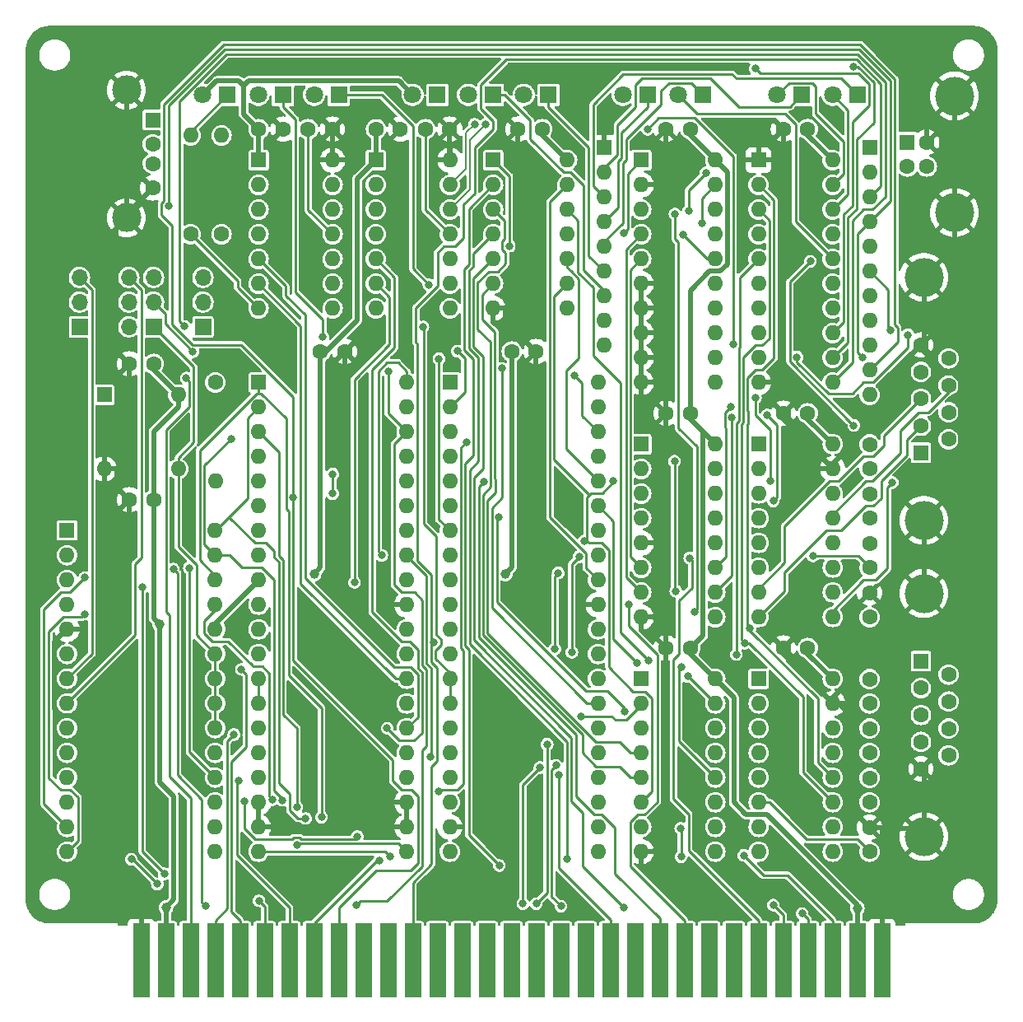
<source format=gbl>
G04 #@! TF.GenerationSoftware,KiCad,Pcbnew,7.0.7*
G04 #@! TF.CreationDate,2023-09-10T22:26:38-04:00*
G04 #@! TF.ProjectId,4 - Quad serial,34202d20-5175-4616-9420-73657269616c,1*
G04 #@! TF.SameCoordinates,Original*
G04 #@! TF.FileFunction,Copper,L2,Bot*
G04 #@! TF.FilePolarity,Positive*
%FSLAX46Y46*%
G04 Gerber Fmt 4.6, Leading zero omitted, Abs format (unit mm)*
G04 Created by KiCad (PCBNEW 7.0.7) date 2023-09-10 22:26:38*
%MOMM*%
%LPD*%
G01*
G04 APERTURE LIST*
G04 #@! TA.AperFunction,ComponentPad*
%ADD10C,1.600000*%
G04 #@! TD*
G04 #@! TA.AperFunction,ConnectorPad*
%ADD11R,1.780000X7.620000*%
G04 #@! TD*
G04 #@! TA.AperFunction,ComponentPad*
%ADD12R,1.800000X1.800000*%
G04 #@! TD*
G04 #@! TA.AperFunction,ComponentPad*
%ADD13C,1.800000*%
G04 #@! TD*
G04 #@! TA.AperFunction,ComponentPad*
%ADD14R,1.600000X1.600000*%
G04 #@! TD*
G04 #@! TA.AperFunction,ComponentPad*
%ADD15C,3.000000*%
G04 #@! TD*
G04 #@! TA.AperFunction,ComponentPad*
%ADD16O,1.600000X1.600000*%
G04 #@! TD*
G04 #@! TA.AperFunction,ComponentPad*
%ADD17R,1.700000X1.700000*%
G04 #@! TD*
G04 #@! TA.AperFunction,ComponentPad*
%ADD18O,1.700000X1.700000*%
G04 #@! TD*
G04 #@! TA.AperFunction,ComponentPad*
%ADD19C,4.000000*%
G04 #@! TD*
G04 #@! TA.AperFunction,ViaPad*
%ADD20C,0.800000*%
G04 #@! TD*
G04 #@! TA.AperFunction,ViaPad*
%ADD21C,1.000000*%
G04 #@! TD*
G04 #@! TA.AperFunction,ViaPad*
%ADD22C,1.200000*%
G04 #@! TD*
G04 #@! TA.AperFunction,Conductor*
%ADD23C,0.500000*%
G04 #@! TD*
G04 #@! TA.AperFunction,Conductor*
%ADD24C,0.250000*%
G04 #@! TD*
G04 #@! TA.AperFunction,Conductor*
%ADD25C,0.200000*%
G04 #@! TD*
G04 APERTURE END LIST*
D10*
X163830000Y-97810000D03*
X163830000Y-100310000D03*
D11*
X165100000Y-145805000D03*
X162560000Y-145805000D03*
X160020000Y-145805000D03*
X157480000Y-145805000D03*
X154940000Y-145805000D03*
X152400000Y-145805000D03*
X149860000Y-145805000D03*
X147320000Y-145805000D03*
X144780000Y-145805000D03*
X142240000Y-145805000D03*
X139700000Y-145805000D03*
X137160000Y-145805000D03*
X134620000Y-145805000D03*
X132080000Y-145805000D03*
X129540000Y-145805000D03*
X127000000Y-145805000D03*
X124460000Y-145805000D03*
X121920000Y-145805000D03*
X119380000Y-145805000D03*
X116840000Y-145805000D03*
X114300000Y-145805000D03*
X111760000Y-145805000D03*
X109220000Y-145805000D03*
X106680000Y-145805000D03*
X104140000Y-145805000D03*
X101600000Y-145805000D03*
X99060000Y-145805000D03*
X96520000Y-145805000D03*
X93980000Y-145805000D03*
X91440000Y-145805000D03*
X88900000Y-145805000D03*
D12*
X103485000Y-56800000D03*
D13*
X100945000Y-56800000D03*
D10*
X157460000Y-89535000D03*
X154960000Y-89535000D03*
D12*
X130790000Y-56800000D03*
D13*
X128250000Y-56800000D03*
D10*
X157460000Y-60325000D03*
X154960000Y-60325000D03*
X163830000Y-116860000D03*
X163830000Y-119360000D03*
D14*
X90089400Y-59365000D03*
D10*
X90089400Y-61865000D03*
X90089400Y-63865000D03*
X90089400Y-66365000D03*
D15*
X87379400Y-56295000D03*
X87379400Y-69435000D03*
D12*
X119360000Y-56800000D03*
D13*
X116820000Y-56800000D03*
D14*
X136525000Y-62230000D03*
D16*
X136525000Y-64770000D03*
X136525000Y-67310000D03*
X136525000Y-69850000D03*
X136525000Y-72390000D03*
X136525000Y-74930000D03*
X136525000Y-77470000D03*
X136525000Y-80010000D03*
X136525000Y-82550000D03*
D14*
X152400000Y-63500000D03*
D16*
X152400000Y-66040000D03*
X152400000Y-68580000D03*
X152400000Y-71120000D03*
X152400000Y-73660000D03*
X152400000Y-76200000D03*
X152400000Y-78740000D03*
X152400000Y-81280000D03*
X152400000Y-83820000D03*
X152400000Y-86360000D03*
X160020000Y-86360000D03*
X160020000Y-83820000D03*
X160020000Y-81280000D03*
X160020000Y-78740000D03*
X160020000Y-76200000D03*
X160020000Y-73660000D03*
X160020000Y-71120000D03*
X160020000Y-68580000D03*
X160020000Y-66040000D03*
X160020000Y-63500000D03*
D14*
X152410000Y-92700000D03*
D16*
X152410000Y-95240000D03*
X152410000Y-97780000D03*
X152410000Y-100320000D03*
X152410000Y-102860000D03*
X152410000Y-105400000D03*
X152410000Y-107940000D03*
X152410000Y-110480000D03*
X160030000Y-110480000D03*
X160030000Y-107940000D03*
X160030000Y-105400000D03*
X160030000Y-102860000D03*
X160030000Y-100320000D03*
X160030000Y-97780000D03*
X160030000Y-95240000D03*
X160030000Y-92700000D03*
D10*
X163830000Y-102890000D03*
X163830000Y-105390000D03*
X157460000Y-113665000D03*
X154960000Y-113665000D03*
X163830000Y-92730000D03*
X163830000Y-95230000D03*
D14*
X152410000Y-116820000D03*
D16*
X152410000Y-119360000D03*
X152410000Y-121900000D03*
X152410000Y-124440000D03*
X152410000Y-126980000D03*
X152410000Y-129520000D03*
X152410000Y-132060000D03*
X152410000Y-134600000D03*
X160030000Y-134600000D03*
X160030000Y-132060000D03*
X160030000Y-129520000D03*
X160030000Y-126980000D03*
X160030000Y-124440000D03*
X160030000Y-121900000D03*
X160030000Y-119360000D03*
X160030000Y-116820000D03*
D10*
X106065000Y-60325000D03*
X108565000Y-60325000D03*
D14*
X140335000Y-63500000D03*
D16*
X140335000Y-66040000D03*
X140335000Y-68580000D03*
X140335000Y-71120000D03*
X140335000Y-73660000D03*
X140335000Y-76200000D03*
X140335000Y-78740000D03*
X140335000Y-81280000D03*
X140335000Y-83820000D03*
X140335000Y-86360000D03*
X147955000Y-86360000D03*
X147955000Y-83820000D03*
X147955000Y-81280000D03*
X147955000Y-78740000D03*
X147955000Y-76200000D03*
X147955000Y-73660000D03*
X147955000Y-71120000D03*
X147955000Y-68580000D03*
X147955000Y-66040000D03*
X147955000Y-63500000D03*
D10*
X127020000Y-83185000D03*
X129520000Y-83185000D03*
D12*
X97770000Y-56800000D03*
D13*
X95230000Y-56800000D03*
D14*
X100965000Y-63500000D03*
D16*
X100965000Y-66040000D03*
X100965000Y-68580000D03*
X100965000Y-71120000D03*
X100965000Y-73660000D03*
X100965000Y-76200000D03*
X100965000Y-78740000D03*
X108585000Y-78740000D03*
X108585000Y-76200000D03*
X108585000Y-73660000D03*
X108585000Y-71120000D03*
X108585000Y-68580000D03*
X108585000Y-66040000D03*
X108585000Y-63500000D03*
D10*
X163830000Y-110490000D03*
X163830000Y-107990000D03*
X163830000Y-134600000D03*
X163830000Y-132100000D03*
X97155000Y-71120000D03*
D16*
X97155000Y-60960000D03*
D10*
X90170000Y-84455000D03*
X87670000Y-84455000D03*
D12*
X109220000Y-56800000D03*
D13*
X106680000Y-56800000D03*
D14*
X85090000Y-87630000D03*
D16*
X85090000Y-95250000D03*
X92710000Y-95250000D03*
X92710000Y-87630000D03*
D12*
X162560000Y-56800000D03*
D13*
X160020000Y-56800000D03*
D10*
X163830000Y-121940000D03*
X163830000Y-124440000D03*
D12*
X146685000Y-56800000D03*
D13*
X144145000Y-56800000D03*
D10*
X96520000Y-86360000D03*
D16*
X96520000Y-96520000D03*
D12*
X156845000Y-56800000D03*
D13*
X154305000Y-56800000D03*
D14*
X140335000Y-92710000D03*
D16*
X140335000Y-95250000D03*
X140335000Y-97790000D03*
X140335000Y-100330000D03*
X140335000Y-102870000D03*
X140335000Y-105410000D03*
X140335000Y-107950000D03*
X140335000Y-110490000D03*
X147955000Y-110490000D03*
X147955000Y-107950000D03*
X147955000Y-105410000D03*
X147955000Y-102870000D03*
X147955000Y-100330000D03*
X147955000Y-97790000D03*
X147955000Y-95250000D03*
X147955000Y-92710000D03*
D17*
X82550000Y-80645000D03*
D18*
X82550000Y-78105000D03*
X82550000Y-75565000D03*
D12*
X125075000Y-56800000D03*
D13*
X122535000Y-56800000D03*
D17*
X90170000Y-80645000D03*
D18*
X87630000Y-80645000D03*
X90170000Y-78105000D03*
X87630000Y-78105000D03*
X90170000Y-75565000D03*
X87630000Y-75565000D03*
D10*
X90170000Y-98425000D03*
X87670000Y-98425000D03*
D14*
X167707600Y-61660200D03*
D10*
X167707600Y-64160200D03*
X169707600Y-64160200D03*
X169707600Y-61660200D03*
D19*
X172567600Y-56910200D03*
X172567600Y-68910200D03*
D14*
X163830000Y-62230000D03*
D16*
X163830000Y-64770000D03*
X163830000Y-67310000D03*
X163830000Y-69850000D03*
X163830000Y-72390000D03*
X163830000Y-74930000D03*
X163830000Y-77470000D03*
X163830000Y-80010000D03*
X163830000Y-82550000D03*
X163830000Y-85090000D03*
X163830000Y-87630000D03*
D10*
X100985000Y-60325000D03*
X103485000Y-60325000D03*
D14*
X113030000Y-63500000D03*
D16*
X113030000Y-66040000D03*
X113030000Y-68580000D03*
X113030000Y-71120000D03*
X113030000Y-73660000D03*
X113030000Y-76200000D03*
X113030000Y-78740000D03*
X120650000Y-78740000D03*
X120650000Y-76200000D03*
X120650000Y-73660000D03*
X120650000Y-71120000D03*
X120650000Y-68580000D03*
X120650000Y-66040000D03*
X120650000Y-63500000D03*
D10*
X93980000Y-71120000D03*
D16*
X93980000Y-60960000D03*
D14*
X125095000Y-63500000D03*
D16*
X125095000Y-66040000D03*
X125095000Y-68580000D03*
X125095000Y-71120000D03*
X125095000Y-73660000D03*
X125095000Y-76200000D03*
X125095000Y-78740000D03*
X132715000Y-78740000D03*
X132715000Y-76200000D03*
X132715000Y-73660000D03*
X132715000Y-71120000D03*
X132715000Y-68580000D03*
X132715000Y-66040000D03*
X132715000Y-63500000D03*
D14*
X100965000Y-86350000D03*
D16*
X100965000Y-88890000D03*
X100965000Y-91430000D03*
X100965000Y-93970000D03*
X100965000Y-96510000D03*
X100965000Y-99050000D03*
X100965000Y-101590000D03*
X100965000Y-104130000D03*
X100965000Y-106670000D03*
X100965000Y-109210000D03*
X100965000Y-111750000D03*
X100965000Y-114290000D03*
X100965000Y-116830000D03*
X100965000Y-119370000D03*
X100965000Y-121910000D03*
X100965000Y-124450000D03*
X100965000Y-126990000D03*
X100965000Y-129530000D03*
X100965000Y-132070000D03*
X100965000Y-134610000D03*
X116205000Y-134610000D03*
X116205000Y-132070000D03*
X116205000Y-129530000D03*
X116205000Y-126990000D03*
X116205000Y-124450000D03*
X116205000Y-121910000D03*
X116205000Y-119370000D03*
X116205000Y-116830000D03*
X116205000Y-114290000D03*
X116205000Y-111750000D03*
X116205000Y-109210000D03*
X116205000Y-106670000D03*
X116205000Y-104130000D03*
X116205000Y-101590000D03*
X116205000Y-99050000D03*
X116205000Y-96510000D03*
X116205000Y-93970000D03*
X116205000Y-91430000D03*
X116205000Y-88890000D03*
X116205000Y-86350000D03*
D14*
X120650000Y-86350000D03*
D16*
X120650000Y-88890000D03*
X120650000Y-91430000D03*
X120650000Y-93970000D03*
X120650000Y-96510000D03*
X120650000Y-99050000D03*
X120650000Y-101590000D03*
X120650000Y-104130000D03*
X120650000Y-106670000D03*
X120650000Y-109210000D03*
X120650000Y-111750000D03*
X120650000Y-114290000D03*
X120650000Y-116830000D03*
X120650000Y-119370000D03*
X120650000Y-121910000D03*
X120650000Y-124450000D03*
X120650000Y-126990000D03*
X120650000Y-129530000D03*
X120650000Y-132070000D03*
X120650000Y-134610000D03*
X135890000Y-134610000D03*
X135890000Y-132070000D03*
X135890000Y-129530000D03*
X135890000Y-126990000D03*
X135890000Y-124450000D03*
X135890000Y-121910000D03*
X135890000Y-119370000D03*
X135890000Y-116830000D03*
X135890000Y-114290000D03*
X135890000Y-111750000D03*
X135890000Y-109210000D03*
X135890000Y-106670000D03*
X135890000Y-104130000D03*
X135890000Y-101590000D03*
X135890000Y-99050000D03*
X135890000Y-96510000D03*
X135890000Y-93970000D03*
X135890000Y-91430000D03*
X135890000Y-88890000D03*
X135890000Y-86350000D03*
D10*
X145395000Y-113665000D03*
X142895000Y-113665000D03*
X118130000Y-60325000D03*
X120630000Y-60325000D03*
D19*
X169409400Y-133050600D03*
X169409400Y-108050600D03*
D14*
X169109400Y-115010600D03*
D10*
X169109400Y-117780600D03*
X169109400Y-120550600D03*
X169109400Y-123320600D03*
X169109400Y-126090600D03*
X171949400Y-116395600D03*
X171949400Y-119165600D03*
X171949400Y-121935600D03*
X171949400Y-124705600D03*
X145395000Y-60325000D03*
X142895000Y-60325000D03*
D14*
X140335000Y-116820000D03*
D16*
X140335000Y-119360000D03*
X140335000Y-121900000D03*
X140335000Y-124440000D03*
X140335000Y-126980000D03*
X140335000Y-129520000D03*
X140335000Y-132060000D03*
X140335000Y-134600000D03*
X147955000Y-134600000D03*
X147955000Y-132060000D03*
X147955000Y-129520000D03*
X147955000Y-126980000D03*
X147955000Y-124440000D03*
X147955000Y-121900000D03*
X147955000Y-119360000D03*
X147955000Y-116820000D03*
D19*
X169409400Y-100550600D03*
X169409400Y-75550600D03*
D14*
X169109400Y-93590600D03*
D10*
X169109400Y-90820600D03*
X169109400Y-88050600D03*
X169109400Y-85280600D03*
X169109400Y-82510600D03*
X171949400Y-92205600D03*
X171949400Y-89435600D03*
X171949400Y-86665600D03*
X171949400Y-83895600D03*
D17*
X95250000Y-80645000D03*
D18*
X95250000Y-78105000D03*
X95250000Y-75565000D03*
D10*
X163830000Y-127020000D03*
X163830000Y-129520000D03*
X145395000Y-89535000D03*
X142895000Y-89535000D03*
X107335000Y-83185000D03*
X109835000Y-83185000D03*
D14*
X81265000Y-101575000D03*
D16*
X81265000Y-104115000D03*
X81265000Y-106655000D03*
X81265000Y-109195000D03*
X81265000Y-111735000D03*
X81265000Y-114275000D03*
X81265000Y-116815000D03*
X81265000Y-119355000D03*
X81265000Y-121895000D03*
X81265000Y-124435000D03*
X81265000Y-126975000D03*
X81265000Y-129515000D03*
X81265000Y-132055000D03*
X81265000Y-134595000D03*
X96505000Y-134595000D03*
X96505000Y-132055000D03*
X96505000Y-129515000D03*
X96505000Y-126975000D03*
X96505000Y-124435000D03*
X96505000Y-121895000D03*
X96505000Y-119355000D03*
X96505000Y-116815000D03*
X96505000Y-114275000D03*
X96505000Y-111735000D03*
X96505000Y-109195000D03*
X96505000Y-106655000D03*
X96505000Y-104115000D03*
X96505000Y-101575000D03*
D10*
X130155000Y-60325000D03*
X127655000Y-60325000D03*
D12*
X140970000Y-56800000D03*
D13*
X138430000Y-56800000D03*
D10*
X113050000Y-60325000D03*
X115550000Y-60325000D03*
D20*
X159512000Y-61087000D03*
X160528000Y-59817000D03*
X132588000Y-61341000D03*
X118364000Y-71247000D03*
X91567000Y-83185000D03*
X93853000Y-99441000D03*
X98806000Y-110998000D03*
X94869000Y-120650000D03*
X99822000Y-141224000D03*
X162179000Y-96520000D03*
X173736000Y-64770000D03*
X168275000Y-52324000D03*
X133985000Y-56642000D03*
X136652000Y-57658000D03*
X128143000Y-95631000D03*
X133096000Y-99060000D03*
X144399000Y-93091000D03*
X156337000Y-93091000D03*
X142113000Y-71247000D03*
X130175000Y-68961000D03*
X78740000Y-57658000D03*
X85090000Y-65532000D03*
X96774000Y-64008000D03*
X106553000Y-71247000D03*
X86614000Y-79375000D03*
X114300000Y-91313000D03*
X108712000Y-91440000D03*
X108712000Y-93599000D03*
X108839000Y-99314000D03*
X84328000Y-125095000D03*
X114300000Y-130810000D03*
X113157000Y-129413000D03*
X124333000Y-128270000D03*
X141986000Y-131699000D03*
X158115000Y-134239000D03*
X162052000Y-135763000D03*
X167132000Y-124460000D03*
X133350000Y-101092000D03*
X156845000Y-107950000D03*
X154305000Y-128143000D03*
X154686000Y-120523000D03*
X145288000Y-119253000D03*
X146304000Y-128143000D03*
X147320000Y-140716000D03*
X130810000Y-101727000D03*
X124079000Y-124460000D03*
X124333000Y-116840000D03*
X125222000Y-119253000D03*
X128143000Y-123317000D03*
X123063000Y-137160000D03*
X108585000Y-137414000D03*
X85344000Y-128397000D03*
X112268000Y-116840000D03*
X109982000Y-125857000D03*
X105537000Y-109220000D03*
X85471000Y-118364000D03*
X86741000Y-106426000D03*
X85217000Y-105156000D03*
X82423000Y-99187000D03*
X97409000Y-84328000D03*
X103505000Y-82042000D03*
X128397000Y-89154000D03*
X130048000Y-73660000D03*
X98806000Y-70866000D03*
X106553000Y-74422000D03*
X129159000Y-76581000D03*
X114808000Y-70231000D03*
X114935000Y-64897000D03*
X129921000Y-65151000D03*
X157988000Y-137668000D03*
X94488000Y-127381000D03*
X93091000Y-140462000D03*
X90170000Y-132080000D03*
X104140000Y-136525000D03*
X129540000Y-130810000D03*
X157480000Y-65405000D03*
X118745000Y-78740000D03*
X90170000Y-87630000D03*
X98425000Y-88265000D03*
X92710000Y-92710000D03*
X106680000Y-113665000D03*
X108585000Y-95785500D03*
X108585000Y-97790000D03*
D21*
X126365000Y-106045000D03*
X106680000Y-106045000D03*
X162560000Y-140409800D03*
X90805000Y-111252000D03*
X91440000Y-140335000D03*
X165100000Y-137287000D03*
X88900000Y-140335000D03*
D22*
X130175000Y-108585000D03*
D21*
X110490000Y-108585000D03*
X86995000Y-111125000D03*
D20*
X157988000Y-104198800D03*
X138557000Y-140335000D03*
X132707800Y-135334500D03*
X125730000Y-136017000D03*
X131572000Y-125730000D03*
X132080000Y-140208000D03*
X134122874Y-120709876D03*
X129540000Y-139954000D03*
X130652500Y-123559000D03*
X118640000Y-124836701D03*
X93843900Y-105432400D03*
X113640300Y-104140000D03*
X102392400Y-129261400D03*
X146558000Y-69977000D03*
X107442300Y-131064000D03*
X98123300Y-92160500D03*
X103422200Y-129309300D03*
X105791000Y-131191000D03*
X144640700Y-71191100D03*
X121432800Y-83155600D03*
X133480700Y-85624600D03*
X111035500Y-140081000D03*
X114307349Y-85218249D03*
X104899200Y-130033800D03*
X91275588Y-136874788D03*
X89001200Y-107449500D03*
X92202000Y-105537000D03*
X95504000Y-140208000D03*
X83090600Y-110188000D03*
X150867100Y-134989800D03*
X137479500Y-96520000D03*
X134486200Y-102658400D03*
X104902000Y-133885500D03*
X156892000Y-140970000D03*
X114475950Y-135079050D03*
X153918050Y-140086950D03*
X145336500Y-104416600D03*
X139048700Y-109220000D03*
X126805500Y-72331697D03*
X124124961Y-96540455D03*
X129928000Y-125957400D03*
X128161800Y-139954000D03*
X118491000Y-76327000D03*
X152051100Y-54097800D03*
X107569000Y-81686000D03*
X162160600Y-53889500D03*
X157734000Y-73914000D03*
X166153500Y-96647000D03*
X162203350Y-90780650D03*
X150114000Y-114329700D03*
X151515299Y-111670500D03*
X151003000Y-113157000D03*
X131828100Y-126746000D03*
X149794100Y-82416200D03*
X140970200Y-60324700D03*
X167772500Y-81462500D03*
X156356700Y-83764100D03*
X93357800Y-80597400D03*
X93531201Y-85919799D03*
X138621178Y-120207109D03*
X125691500Y-100241800D03*
X145161000Y-116586000D03*
X139916900Y-115197600D03*
X146987600Y-64827900D03*
X145227900Y-68721000D03*
X143758300Y-94462600D03*
X143891000Y-107823000D03*
X118987500Y-113081035D03*
X104551800Y-98171000D03*
X122338500Y-92493500D03*
X113417393Y-135502607D03*
X119469500Y-128397000D03*
X98902900Y-127297400D03*
X163120238Y-83819310D03*
X153924000Y-98552000D03*
X153297500Y-89707900D03*
X91723300Y-68239200D03*
X165973800Y-81008500D03*
X87884000Y-135382000D03*
X152075200Y-87926000D03*
X153601600Y-96520000D03*
X101010800Y-139654200D03*
X90551000Y-137922000D03*
X131788450Y-105945500D03*
X149548800Y-88874100D03*
X131445000Y-113754500D03*
X99205299Y-115863501D03*
X149673800Y-89973900D03*
X98425000Y-122555000D03*
X138557000Y-70993000D03*
X94220000Y-83211800D03*
X126039000Y-84927800D03*
X117878800Y-80645000D03*
X124333000Y-59817000D03*
X123190000Y-59817000D03*
X119524700Y-83935600D03*
X83091400Y-106426800D03*
X144399000Y-132207000D03*
X144434500Y-135122700D03*
X133199900Y-114098200D03*
X133951100Y-104267000D03*
X141097000Y-114970100D03*
X144430700Y-115592900D03*
X145808800Y-109946600D03*
X143804700Y-69048000D03*
X99474400Y-129412400D03*
X111125000Y-133051600D03*
X110835100Y-106913000D03*
X114191900Y-121910000D03*
D23*
X86317600Y-79671400D02*
X86317600Y-83102600D01*
X86614000Y-79375000D02*
X86317600Y-79671400D01*
X86317600Y-79078600D02*
X86614000Y-79375000D01*
D24*
X149673700Y-89973900D02*
X149673800Y-89973900D01*
X149673700Y-105286800D02*
X149673700Y-89973900D01*
X149664000Y-105296500D02*
X149673700Y-105286800D01*
X149664000Y-106241000D02*
X149664000Y-105296500D01*
X147955000Y-107950000D02*
X149664000Y-106241000D01*
X149080300Y-91099600D02*
X149080300Y-104284700D01*
X148934800Y-89488100D02*
X148934800Y-90954100D01*
X148934800Y-90954100D02*
X149080300Y-91099600D01*
X149548800Y-88874100D02*
X148934800Y-89488100D01*
X149080300Y-104284700D02*
X147955000Y-105410000D01*
X155631400Y-76016600D02*
X155631400Y-84208700D01*
X157734000Y-73914000D02*
X155631400Y-76016600D01*
X155631400Y-84208700D02*
X162203350Y-90780650D01*
X88011000Y-135382000D02*
X90551000Y-137922000D01*
X87884000Y-135382000D02*
X88011000Y-135382000D01*
X92653200Y-105988200D02*
X92202000Y-105537000D01*
X92653200Y-126734900D02*
X92653200Y-105988200D01*
X95137300Y-129219000D02*
X92653200Y-126734900D01*
X95137300Y-139841300D02*
X95137300Y-129219000D01*
X95504000Y-140208000D02*
X95137300Y-139841300D01*
X160020000Y-141669700D02*
X160020000Y-145805000D01*
X155383300Y-137033000D02*
X160020000Y-141669700D01*
X152910300Y-137033000D02*
X155383300Y-137033000D01*
X150867100Y-134989800D02*
X152910300Y-137033000D01*
X154940000Y-141108900D02*
X154940000Y-145805000D01*
X153918050Y-140086950D02*
X154940000Y-141108900D01*
X153983200Y-67623200D02*
X152400000Y-66040000D01*
X153983200Y-83840100D02*
X153983200Y-67623200D01*
X152733300Y-85090000D02*
X153983200Y-83840100D01*
X151299800Y-89300300D02*
X151274500Y-89275000D01*
X151299800Y-90647700D02*
X151299800Y-89300300D01*
X151274500Y-85887700D02*
X152072200Y-85090000D01*
X151274500Y-90673000D02*
X151299800Y-90647700D01*
X151274500Y-111429701D02*
X151274500Y-90673000D01*
X151274500Y-89275000D02*
X151274500Y-85887700D01*
X151515299Y-111670500D02*
X151274500Y-111429701D01*
X152072200Y-85090000D02*
X152733300Y-85090000D01*
X153532100Y-69712100D02*
X152400000Y-68580000D01*
X153532100Y-81810800D02*
X153532100Y-69712100D01*
X152792900Y-82550000D02*
X153532100Y-81810800D01*
X150849500Y-89486900D02*
X150824200Y-89461600D01*
X152072400Y-82550000D02*
X152792900Y-82550000D01*
X150849500Y-90461100D02*
X150849500Y-89486900D01*
X150824200Y-89461600D02*
X150824200Y-83798200D01*
X150645400Y-90665200D02*
X150849500Y-90461100D01*
X150645400Y-112799400D02*
X150645400Y-90665200D01*
X150824200Y-83798200D02*
X152072400Y-82550000D01*
X151003000Y-113157000D02*
X150645400Y-112799400D01*
X150519400Y-75540600D02*
X152400000Y-73660000D01*
X150519400Y-82716700D02*
X150519400Y-75540600D01*
X150373900Y-82862200D02*
X150519400Y-82716700D01*
X150373900Y-89648200D02*
X150373900Y-82862200D01*
X150399200Y-89673500D02*
X150373900Y-89648200D01*
X150123700Y-105473196D02*
X150123700Y-90550000D01*
X150114000Y-105482896D02*
X150123700Y-105473196D01*
X150123700Y-90550000D02*
X150399200Y-90274500D01*
X150399200Y-90274500D02*
X150399200Y-89673500D01*
X150114000Y-114329700D02*
X150114000Y-105482896D01*
X147109600Y-73660000D02*
X147955000Y-73660000D01*
X144640700Y-71191100D02*
X147109600Y-73660000D01*
X146558000Y-67437000D02*
X147955000Y-66040000D01*
X146558000Y-69977000D02*
X146558000Y-67437000D01*
D23*
X145395000Y-76907300D02*
X145395000Y-89535000D01*
X148485200Y-74930000D02*
X147372300Y-74930000D01*
X149205400Y-74209800D02*
X148485200Y-74930000D01*
X147372300Y-74930000D02*
X145395000Y-76907300D01*
X149205400Y-64750400D02*
X149205400Y-74209800D01*
X147955000Y-63500000D02*
X149205400Y-64750400D01*
X142669900Y-66040000D02*
X140335000Y-66040000D01*
X142895000Y-66265100D02*
X142669900Y-66040000D01*
D24*
X138759300Y-106374300D02*
X138759300Y-72695700D01*
X140335000Y-107950000D02*
X138759300Y-106374300D01*
X138759300Y-72695700D02*
X140335000Y-71120000D01*
X139209700Y-104284700D02*
X140335000Y-105410000D01*
X139209700Y-74785300D02*
X139209700Y-104284700D01*
X140335000Y-73660000D02*
X139209700Y-74785300D01*
D23*
X142669800Y-102870000D02*
X140335000Y-102870000D01*
X142895000Y-102644800D02*
X142669800Y-102870000D01*
D24*
X128905000Y-59404700D02*
X126300300Y-56800000D01*
X132352000Y-64770000D02*
X128905000Y-61323000D01*
X134411300Y-74857750D02*
X134411300Y-66107000D01*
X126300300Y-56800000D02*
X125075000Y-56800000D01*
X136525000Y-76971450D02*
X134411300Y-74857750D01*
X134411300Y-66107000D02*
X133074300Y-64770000D01*
X133074300Y-64770000D02*
X132352000Y-64770000D01*
X136525000Y-77470000D02*
X136525000Y-76971450D01*
X128905000Y-61323000D02*
X128905000Y-59404700D01*
X134942600Y-62177900D02*
X130790000Y-58025300D01*
X130790000Y-58025300D02*
X130790000Y-56800000D01*
X136525000Y-74930000D02*
X134942600Y-73347600D01*
X134942600Y-73347600D02*
X134942600Y-62177900D01*
X145459700Y-55574700D02*
X146685000Y-56800000D01*
X143180300Y-55574700D02*
X145459700Y-55574700D01*
X142398200Y-56356800D02*
X143180300Y-55574700D01*
X138776200Y-63503500D02*
X138776200Y-61384600D01*
X142398200Y-57762600D02*
X142398200Y-56356800D01*
X138430000Y-63849700D02*
X138776200Y-63503500D01*
X138430000Y-69977000D02*
X138430000Y-63849700D01*
X136525000Y-71882000D02*
X138430000Y-69977000D01*
X138776200Y-61384600D02*
X142398200Y-57762600D01*
X136525000Y-72390000D02*
X136525000Y-71882000D01*
X138938000Y-64897000D02*
X140335000Y-63500000D01*
X138938000Y-70612000D02*
X138938000Y-64897000D01*
X138557000Y-70993000D02*
X138938000Y-70612000D01*
X138498000Y-54669000D02*
X135399600Y-57767400D01*
X135399600Y-66184600D02*
X136525000Y-67310000D01*
X149663600Y-54669000D02*
X138498000Y-54669000D01*
X150114000Y-55119400D02*
X149663600Y-54669000D01*
X160879400Y-55119400D02*
X150114000Y-55119400D01*
X135399600Y-57767400D02*
X135399600Y-66184600D01*
X162560000Y-56800000D02*
X160879400Y-55119400D01*
X118745000Y-112838535D02*
X118987500Y-113081035D01*
X118745000Y-106105600D02*
X118745000Y-112838535D01*
X117336800Y-104697400D02*
X118745000Y-106105600D01*
X117154300Y-78692400D02*
X117154300Y-82218800D01*
X117154300Y-82218800D02*
X117336800Y-82401300D01*
X119380000Y-76466700D02*
X117154300Y-78692400D01*
X119380000Y-73025000D02*
X119380000Y-76466700D01*
X120015000Y-72390000D02*
X119380000Y-73025000D01*
X122047000Y-71501000D02*
X121158000Y-72390000D01*
X122047000Y-68072000D02*
X122047000Y-71501000D01*
X121158000Y-72390000D02*
X120015000Y-72390000D01*
X123190000Y-66929000D02*
X122047000Y-68072000D01*
X123190000Y-62238100D02*
X123190000Y-66929000D01*
X125103800Y-60324300D02*
X123190000Y-62238100D01*
X125103800Y-59458300D02*
X125103800Y-60324300D01*
X117336800Y-82401300D02*
X117336800Y-104697400D01*
X123848300Y-55764100D02*
X123848300Y-58202800D01*
X126469400Y-53143000D02*
X123848300Y-55764100D01*
X164996900Y-55656900D02*
X162483000Y-53143000D01*
X123848300Y-58202800D02*
X125103800Y-59458300D01*
X164996900Y-66143100D02*
X164996900Y-55656900D01*
X163830000Y-67310000D02*
X164996900Y-66143100D01*
X162483000Y-53143000D02*
X126469400Y-53143000D01*
X122599600Y-68535400D02*
X125095000Y-66040000D01*
X122599600Y-74249400D02*
X122599600Y-68535400D01*
X122158200Y-74690800D02*
X122599600Y-74249400D01*
X122158200Y-83039500D02*
X122158200Y-74690800D01*
X123063000Y-93888502D02*
X123063000Y-83944300D01*
X122242500Y-113460396D02*
X122242500Y-94709002D01*
X122242500Y-94709002D02*
X123063000Y-93888502D01*
X122601700Y-113819596D02*
X122242500Y-113460396D01*
X123063000Y-83944300D02*
X122158200Y-83039500D01*
X125730000Y-136000100D02*
X122601700Y-132871800D01*
X122601700Y-132871800D02*
X122601700Y-113819596D01*
X125730000Y-136017000D02*
X125730000Y-136000100D01*
X126020800Y-71822300D02*
X126228300Y-71614800D01*
X126020800Y-72690051D02*
X126020800Y-71822300D01*
X126365000Y-73034251D02*
X126020800Y-72690051D01*
X126365000Y-74168000D02*
X126365000Y-73034251D01*
X125549700Y-74983300D02*
X126365000Y-74168000D01*
X124654000Y-74983300D02*
X125549700Y-74983300D01*
X123509200Y-76128100D02*
X124654000Y-74983300D01*
X123509200Y-80887500D02*
X123509200Y-76128100D01*
X124845500Y-82223800D02*
X123509200Y-80887500D01*
X124845500Y-96464796D02*
X124845500Y-82223800D01*
X124865000Y-96484296D02*
X124845500Y-96464796D01*
X124865000Y-97085800D02*
X124865000Y-96484296D01*
X124056800Y-97894000D02*
X124865000Y-97085800D01*
X124056800Y-112305300D02*
X124056800Y-97894000D01*
X134293900Y-122542400D02*
X124056800Y-112305300D01*
X134293900Y-124459300D02*
X134293900Y-122542400D01*
X126228300Y-71614800D02*
X126228300Y-69713300D01*
X135689300Y-125854700D02*
X134293900Y-124459300D01*
X138084400Y-125854700D02*
X135689300Y-125854700D01*
X139209700Y-126980000D02*
X138084400Y-125854700D01*
X140335000Y-126980000D02*
X139209700Y-126980000D01*
X126228300Y-69713300D02*
X125095000Y-68580000D01*
X126770400Y-65175400D02*
X125095000Y-63500000D01*
X126770400Y-72296597D02*
X126770400Y-65175400D01*
X126805500Y-72331697D02*
X126770400Y-72296597D01*
X92845200Y-80084800D02*
X93357800Y-80597400D01*
X92845200Y-57433600D02*
X92845200Y-80084800D01*
X97661700Y-52617100D02*
X92845200Y-57433600D01*
X162594000Y-52617100D02*
X97661700Y-52617100D01*
X165447300Y-55470400D02*
X162594000Y-52617100D01*
X165447300Y-67284200D02*
X165447300Y-55470400D01*
X163195000Y-68580000D02*
X164151500Y-68580000D01*
X162045700Y-69729300D02*
X163195000Y-68580000D01*
X164151500Y-68580000D02*
X165447300Y-67284200D01*
X162045700Y-84334300D02*
X162045700Y-69729300D01*
X160020000Y-86360000D02*
X162045700Y-84334300D01*
X164244200Y-55541100D02*
X162592600Y-53889500D01*
X164244200Y-59636400D02*
X164244200Y-55541100D01*
X162496500Y-61384100D02*
X164244200Y-59636400D01*
X162496500Y-68516500D02*
X162496500Y-61384100D01*
X162592600Y-53889500D02*
X162160600Y-53889500D01*
X161595700Y-82244300D02*
X161595700Y-69417300D01*
X161595700Y-69417300D02*
X162496500Y-68516500D01*
X160020000Y-83820000D02*
X161595700Y-82244300D01*
X161145300Y-80154700D02*
X160020000Y-81280000D01*
X162046100Y-68173712D02*
X161145300Y-69074512D01*
X162046100Y-59605900D02*
X162046100Y-68173712D01*
X161145300Y-69074512D02*
X161145300Y-80154700D01*
X162681000Y-54614800D02*
X163785400Y-55719200D01*
X163785400Y-57866600D02*
X162046100Y-59605900D01*
X152568100Y-54614800D02*
X162681000Y-54614800D01*
X163785400Y-55719200D02*
X163785400Y-57866600D01*
X152051100Y-54097800D02*
X152568100Y-54614800D01*
X125476000Y-100457300D02*
X125691500Y-100241800D01*
X125476000Y-108922500D02*
X125476000Y-100457300D01*
X134663500Y-118110000D02*
X125476000Y-108922500D01*
X136854500Y-118110000D02*
X134663500Y-118110000D01*
X138621178Y-120207109D02*
X138621178Y-119876678D01*
X138621178Y-119876678D02*
X136854500Y-118110000D01*
X80892800Y-110490000D02*
X82788600Y-110490000D01*
X79400000Y-111982800D02*
X80892800Y-110490000D01*
X79400000Y-127025000D02*
X79400000Y-111982800D01*
X82390400Y-129042900D02*
X81592500Y-128245000D01*
X82390400Y-133509600D02*
X82390400Y-129042900D01*
X82788600Y-110490000D02*
X83090600Y-110188000D01*
X81592500Y-128245000D02*
X80620000Y-128245000D01*
X81305000Y-134595000D02*
X82390400Y-133509600D01*
X80620000Y-128245000D02*
X79400000Y-127025000D01*
X81265000Y-134595000D02*
X81305000Y-134595000D01*
X97927700Y-100192300D02*
X99839700Y-98280300D01*
X99839700Y-98280300D02*
X99839700Y-90015300D01*
X99839700Y-90015300D02*
X100965000Y-88890000D01*
X97925500Y-100192300D02*
X97927700Y-100192300D01*
X103040000Y-93505000D02*
X100965000Y-91430000D01*
X103490300Y-120505700D02*
X103490300Y-104608000D01*
X103490300Y-104608000D02*
X103040000Y-104157700D01*
X103040000Y-104157700D02*
X103040000Y-93505000D01*
X104899200Y-130033800D02*
X104899200Y-121914600D01*
X104899200Y-121914600D02*
X103490300Y-120505700D01*
X100593200Y-102860000D02*
X97925500Y-100192300D01*
X101755800Y-102860000D02*
X100593200Y-102860000D01*
X102589700Y-104344400D02*
X102589700Y-103693900D01*
X102589700Y-103693900D02*
X101755800Y-102860000D01*
X104173900Y-128663600D02*
X103039900Y-127529600D01*
X103039900Y-127529600D02*
X103039900Y-104794600D01*
X104173900Y-130335900D02*
X104173900Y-128663600D01*
X103039900Y-104794600D02*
X102589700Y-104344400D01*
X105029000Y-131191000D02*
X104173900Y-130335900D01*
X105791000Y-131191000D02*
X105029000Y-131191000D01*
X97925500Y-100194500D02*
X97925500Y-100192300D01*
X96505000Y-101575000D02*
X96545000Y-101575000D01*
X96545000Y-101575000D02*
X97925500Y-100194500D01*
X102578200Y-128335600D02*
X103422200Y-129179600D01*
X103422200Y-129179600D02*
X103422200Y-129309300D01*
X99300150Y-105400000D02*
X101294700Y-105400000D01*
X102578200Y-106683500D02*
X102578200Y-128335600D01*
X96505000Y-104115000D02*
X98015150Y-104115000D01*
X98015150Y-104115000D02*
X99300150Y-105400000D01*
X101294700Y-105400000D02*
X102578200Y-106683500D01*
X95379700Y-94904100D02*
X98123300Y-92160500D01*
X95379700Y-102989700D02*
X95379700Y-94904100D01*
X96505000Y-104115000D02*
X95379700Y-102989700D01*
X100762900Y-87475300D02*
X100965000Y-87475300D01*
X94911700Y-93326500D02*
X100762900Y-87475300D01*
X96505000Y-106185750D02*
X94911700Y-104592450D01*
X94911700Y-104592450D02*
X94911700Y-93326500D01*
X96505000Y-106655000D02*
X96505000Y-106185750D01*
D23*
X100965000Y-106740650D02*
X100965000Y-106670000D01*
X96505000Y-111200650D02*
X100965000Y-106740650D01*
X96505000Y-111735000D02*
X96505000Y-111200650D01*
D24*
X96505000Y-109757600D02*
X96505000Y-109195000D01*
X95353000Y-110909600D02*
X96505000Y-109757600D01*
X100330000Y-115486600D02*
X97848400Y-113005000D01*
X97848400Y-113005000D02*
X96173200Y-113005000D01*
X101348300Y-115570000D02*
X100330000Y-115570000D01*
X102090400Y-116312100D02*
X101348300Y-115570000D01*
X100330000Y-115570000D02*
X100330000Y-115486600D01*
X102090400Y-128959400D02*
X102090400Y-116312100D01*
X102392400Y-129261400D02*
X102090400Y-128959400D01*
X95353000Y-112184800D02*
X95353000Y-110909600D01*
X96173200Y-113005000D02*
X95353000Y-112184800D01*
X98177600Y-140787300D02*
X99060000Y-141669700D01*
X99695000Y-123828500D02*
X98177600Y-125345900D01*
X99695000Y-116353202D02*
X99695000Y-123828500D01*
X98177600Y-125345900D02*
X98177600Y-140787300D01*
X99205299Y-115863501D02*
X99695000Y-116353202D01*
X99060000Y-141669700D02*
X99060000Y-145805000D01*
X96520000Y-141669700D02*
X96520000Y-145805000D01*
X97727300Y-140462400D02*
X96520000Y-141669700D01*
X97727300Y-123252700D02*
X97727300Y-140462400D01*
X98425000Y-122555000D02*
X97727300Y-123252700D01*
X99474400Y-132185100D02*
X99474400Y-129412400D01*
X100639300Y-133350000D02*
X99474400Y-132185100D01*
X104412195Y-133350000D02*
X100639300Y-133350000D01*
X105367905Y-133326100D02*
X105202305Y-133160500D01*
X105202305Y-133160500D02*
X104601695Y-133160500D01*
X104601695Y-133160500D02*
X104412195Y-133350000D01*
X111125000Y-133051600D02*
X110850500Y-133326100D01*
X110850500Y-133326100D02*
X105367905Y-133326100D01*
X116195000Y-134610000D02*
X116205000Y-134610000D01*
X115361100Y-133776100D02*
X116195000Y-134610000D01*
X105011400Y-133776100D02*
X115361100Y-133776100D01*
X104902000Y-133885500D02*
X105011400Y-133776100D01*
X109220000Y-140335000D02*
X109220000Y-145805000D01*
X113030000Y-136525000D02*
X109220000Y-140335000D01*
X116586000Y-136525000D02*
X113030000Y-136525000D01*
X117349900Y-135761100D02*
X116586000Y-136525000D01*
X117349900Y-128900250D02*
X117349900Y-135761100D01*
X116709650Y-128260000D02*
X117349900Y-128900250D01*
X114785900Y-127341900D02*
X115704000Y-128260000D01*
X104551800Y-114944100D02*
X114785900Y-125178200D01*
X115704000Y-128260000D02*
X116709650Y-128260000D01*
X104551800Y-98171000D02*
X104551800Y-114944100D01*
X114785900Y-125178200D02*
X114785900Y-127341900D01*
X115471900Y-123190000D02*
X114191900Y-121910000D01*
X116998250Y-123190000D02*
X115471900Y-123190000D01*
X117812700Y-122375550D02*
X116998250Y-123190000D01*
X117812700Y-116179100D02*
X117812700Y-122375550D01*
X117362300Y-115728700D02*
X117812700Y-116179100D01*
X116571100Y-113020000D02*
X117362300Y-113811200D01*
X117362300Y-113811200D02*
X117362300Y-115728700D01*
X115692700Y-113020000D02*
X116571100Y-113020000D01*
X114935000Y-82804000D02*
X112649000Y-85090000D01*
X112649000Y-85090000D02*
X112649000Y-109976300D01*
X114935000Y-75565000D02*
X114935000Y-82804000D01*
X112649000Y-109976300D02*
X115692700Y-113020000D01*
X113030000Y-73660000D02*
X114935000Y-75565000D01*
X116215000Y-121910000D02*
X116205000Y-121910000D01*
X117362300Y-120762700D02*
X116215000Y-121910000D01*
X105754600Y-106475200D02*
X114936100Y-115656700D01*
X105754600Y-79398000D02*
X105754600Y-106475200D01*
X103759000Y-77402400D02*
X105754600Y-79398000D01*
X117362300Y-116380600D02*
X117362300Y-120762700D01*
X103759000Y-76454000D02*
X103759000Y-77402400D01*
X100965000Y-73660000D02*
X103759000Y-76454000D01*
X114936100Y-115656700D02*
X116638400Y-115656700D01*
X116638400Y-115656700D02*
X117362300Y-116380600D01*
X120650000Y-116205000D02*
X120650000Y-116830000D01*
X119195000Y-114750000D02*
X120650000Y-116205000D01*
X119195000Y-113898840D02*
X119195000Y-114750000D01*
X119713700Y-113380140D02*
X119195000Y-113898840D01*
X119253000Y-112315800D02*
X119713700Y-112776500D01*
X119253000Y-102177000D02*
X119253000Y-112315800D01*
X117934600Y-80700800D02*
X117934600Y-100858600D01*
X117934600Y-100858600D02*
X119253000Y-102177000D01*
X117878800Y-80645000D02*
X117934600Y-80700800D01*
X119713700Y-112776500D02*
X119713700Y-113380140D01*
X118745000Y-125857000D02*
X118745000Y-135890000D01*
X119364500Y-125237500D02*
X118745000Y-125857000D01*
X118745000Y-113323535D02*
X118745000Y-115098800D01*
X119364500Y-115718300D02*
X119364500Y-125237500D01*
X118745000Y-135890000D02*
X116840000Y-137795000D01*
X118987500Y-113081035D02*
X118745000Y-113323535D01*
X118745000Y-115098800D02*
X119364500Y-115718300D01*
X116840000Y-137795000D02*
X116840000Y-145805000D01*
X114935000Y-92700000D02*
X116205000Y-91430000D01*
X114935000Y-107176100D02*
X114935000Y-92700000D01*
X115698900Y-107940000D02*
X114935000Y-107176100D01*
X117024600Y-107940000D02*
X115698900Y-107940000D01*
X117812700Y-108728100D02*
X117024600Y-107940000D01*
X118263000Y-115890600D02*
X117812700Y-115440300D01*
X118263000Y-123732600D02*
X118263000Y-115890600D01*
X117812700Y-115440300D02*
X117812700Y-108728100D01*
X114173000Y-139700000D02*
X117800200Y-136072800D01*
X117800200Y-136072800D02*
X117800200Y-124195400D01*
X117800200Y-124195400D02*
X118263000Y-123732600D01*
X111416500Y-139700000D02*
X114173000Y-139700000D01*
X111035500Y-140081000D02*
X111416500Y-139700000D01*
X118263000Y-106259996D02*
X116205000Y-104201996D01*
X118713300Y-115704000D02*
X118263000Y-115253700D01*
X118713300Y-124763401D02*
X118713300Y-115704000D01*
X118263000Y-115253700D02*
X118263000Y-106259996D01*
X118640000Y-124836701D02*
X118713300Y-124763401D01*
X116205000Y-104201996D02*
X116205000Y-104130000D01*
X134973100Y-102870000D02*
X134761500Y-102658400D01*
X136271000Y-102870000D02*
X134973100Y-102870000D01*
X139515200Y-118132000D02*
X137015300Y-115632100D01*
X140762600Y-118132000D02*
X139515200Y-118132000D01*
X137015300Y-115632100D02*
X137015300Y-103614300D01*
X141460300Y-128414700D02*
X141460300Y-118829700D01*
X137015300Y-103614300D02*
X136271000Y-102870000D01*
X140355000Y-129520000D02*
X141460300Y-128414700D01*
X141460300Y-118829700D02*
X140762600Y-118132000D01*
X140335000Y-129520000D02*
X140355000Y-129520000D01*
D23*
X147955000Y-116840000D02*
X147955000Y-116820000D01*
X149860000Y-129540000D02*
X149860000Y-118745000D01*
X151110000Y-130790000D02*
X149860000Y-129540000D01*
X153295100Y-130790000D02*
X151110000Y-130790000D01*
X149860000Y-118745000D02*
X147955000Y-116840000D01*
X162560000Y-140054900D02*
X153295100Y-130790000D01*
X162560000Y-140409800D02*
X162560000Y-140054900D01*
D24*
X147935000Y-119360000D02*
X147955000Y-119360000D01*
X145161000Y-116586000D02*
X147935000Y-119360000D01*
X144215500Y-123240500D02*
X147955000Y-126980000D01*
X144215500Y-115808100D02*
X144215500Y-123240500D01*
X144430700Y-115592900D02*
X144215500Y-115808100D01*
D23*
X165100000Y-132203600D02*
X164996400Y-132100000D01*
X164996400Y-132100000D02*
X163830000Y-132100000D01*
X168940900Y-132203600D02*
X169409000Y-131735500D01*
X165100000Y-132203600D02*
X168940900Y-132203600D01*
X161925000Y-120629800D02*
X161925000Y-130195000D01*
X161925000Y-130195000D02*
X163830000Y-132100000D01*
X160030000Y-118734800D02*
X161925000Y-120629800D01*
D24*
X160030000Y-99968400D02*
X160030000Y-100320000D01*
X163478400Y-96520000D02*
X160030000Y-99968400D01*
X167005000Y-93645991D02*
X164130991Y-96520000D01*
X167005000Y-91328800D02*
X167005000Y-93645991D01*
X169834500Y-89435600D02*
X168898200Y-89435600D01*
X171949400Y-87320700D02*
X169834500Y-89435600D01*
X168898200Y-89435600D02*
X167005000Y-91328800D01*
X164130991Y-96520000D02*
X163478400Y-96520000D01*
X171949400Y-86665600D02*
X171949400Y-87320700D01*
X165328300Y-91831700D02*
X169109400Y-88050600D01*
X165328300Y-92865300D02*
X165328300Y-91831700D01*
X160665000Y-96510000D02*
X163195000Y-93980000D01*
X164213600Y-93980000D02*
X165328300Y-92865300D01*
X155091200Y-101124400D02*
X159705600Y-96510000D01*
X155091200Y-104877800D02*
X155091200Y-101124400D01*
X163195000Y-93980000D02*
X164213600Y-93980000D01*
X152410000Y-107559000D02*
X155091200Y-104877800D01*
X159705600Y-96510000D02*
X160665000Y-96510000D01*
X152410000Y-107940000D02*
X152410000Y-107559000D01*
D23*
X169553600Y-86665600D02*
X171234500Y-84984700D01*
X168052300Y-86665600D02*
X169553600Y-86665600D01*
X160030000Y-94687900D02*
X168052300Y-86665600D01*
X160030000Y-95240000D02*
X160030000Y-94687900D01*
D24*
X155067000Y-107823000D02*
X152410000Y-110480000D01*
X155067000Y-105918000D02*
X155067000Y-107823000D01*
X159395000Y-101590000D02*
X155067000Y-105918000D01*
X160916800Y-101590000D02*
X159395000Y-101590000D01*
X164222500Y-99060000D02*
X163446800Y-99060000D01*
X165015000Y-98267500D02*
X164222500Y-99060000D01*
X165015000Y-96450500D02*
X165015000Y-98267500D01*
X167640000Y-92290000D02*
X167640000Y-93825500D01*
X169109400Y-90820600D02*
X167640000Y-92290000D01*
X167640000Y-93825500D02*
X165015000Y-96450500D01*
X163446800Y-99060000D02*
X160916800Y-101590000D01*
X166698800Y-82221200D02*
X163830000Y-85090000D01*
X166698800Y-80708195D02*
X166698800Y-82221200D01*
X166407000Y-80416395D02*
X166698800Y-80708195D01*
X166407000Y-55156300D02*
X166407000Y-80416395D01*
X162875200Y-51624500D02*
X166407000Y-55156300D01*
X91214700Y-57789400D02*
X97379600Y-51624500D01*
X90998000Y-69139000D02*
X90998000Y-67938800D01*
X92088400Y-70229400D02*
X90998000Y-69139000D01*
X99170000Y-82486500D02*
X94199500Y-82486500D01*
X94199500Y-82486500D02*
X92088400Y-80375400D01*
X91214700Y-67722100D02*
X91214700Y-57789400D01*
X90998000Y-67938800D02*
X91214700Y-67722100D01*
X97379600Y-51624500D02*
X162875200Y-51624500D01*
X104551800Y-98171000D02*
X104551800Y-87868300D01*
X104551800Y-87868300D02*
X99170000Y-82486500D01*
X92088400Y-80375400D02*
X92088400Y-70229400D01*
X162560000Y-71120000D02*
X163830000Y-69850000D01*
X162560000Y-83259072D02*
X162560000Y-71120000D01*
X163120238Y-83819310D02*
X162560000Y-83259072D01*
X165735000Y-80769700D02*
X165735000Y-76835000D01*
X165973800Y-81008500D02*
X165735000Y-80769700D01*
X165735000Y-76835000D02*
X163830000Y-74930000D01*
X146085300Y-58740300D02*
X144145000Y-56800000D01*
X155116250Y-58740300D02*
X146085300Y-58740300D01*
X156210000Y-69850000D02*
X156210000Y-59834050D01*
X156210000Y-59834050D02*
X155116250Y-58740300D01*
X160020000Y-73660000D02*
X156210000Y-69850000D01*
X161595700Y-58375700D02*
X160020000Y-56800000D01*
X161595700Y-66160300D02*
X161595700Y-58375700D01*
X161596100Y-66160700D02*
X161595700Y-66160300D01*
X161596100Y-67003900D02*
X161596100Y-66160700D01*
X160020000Y-68580000D02*
X161596100Y-67003900D01*
X155530400Y-55574600D02*
X154305000Y-56800000D01*
X158273200Y-55949900D02*
X157897900Y-55574600D01*
X161145300Y-61574300D02*
X158273200Y-58702200D01*
X157897900Y-55574600D02*
X155530400Y-55574600D01*
X161145300Y-64070800D02*
X161145300Y-61574300D01*
X158273200Y-58702200D02*
X158273200Y-55949900D01*
X161145700Y-64071200D02*
X161145300Y-64070800D01*
X161145700Y-64914300D02*
X161145700Y-64071200D01*
X160020000Y-66040000D02*
X161145700Y-64914300D01*
D23*
X154940000Y-63500000D02*
X152400000Y-63500000D01*
D24*
X93980000Y-60590000D02*
X93980000Y-60960000D01*
X97770000Y-56800000D02*
X93980000Y-60590000D01*
X108585000Y-97790000D02*
X108585000Y-95785500D01*
X143758300Y-94462600D02*
X143758300Y-107690300D01*
X143758300Y-107690300D02*
X143891000Y-107823000D01*
D23*
X113050000Y-60325000D02*
X113050000Y-63480000D01*
X100985000Y-60325000D02*
X100985000Y-63480000D01*
X145395000Y-60325000D02*
X145395000Y-60940000D01*
X90805000Y-127491500D02*
X92267800Y-128954300D01*
X145395000Y-60940000D02*
X147955000Y-63500000D01*
X111125000Y-65405000D02*
X113030000Y-63500000D01*
X146681900Y-91436900D02*
X146681900Y-112378100D01*
X157460000Y-113665000D02*
X157460000Y-114250000D01*
X127020000Y-105390000D02*
X126365000Y-106045000D01*
X90170000Y-91420300D02*
X92710000Y-88880300D01*
X157460000Y-60325000D02*
X157460000Y-60940000D01*
X99441000Y-58781000D02*
X99441000Y-55880000D01*
X146681900Y-91436900D02*
X147955000Y-92710000D01*
X107335000Y-83185000D02*
X107335000Y-105390000D01*
X146681900Y-112378100D02*
X145395000Y-113665000D01*
X130155000Y-60940000D02*
X132715000Y-63500000D01*
X90805000Y-111252000D02*
X90805000Y-127491500D01*
X145395000Y-90150000D02*
X146681900Y-91436900D01*
X92267800Y-139507200D02*
X91440000Y-140335000D01*
X127020000Y-83185000D02*
X127020000Y-105390000D01*
X145395000Y-89535000D02*
X145395000Y-90150000D01*
X99949000Y-55372000D02*
X99441000Y-55880000D01*
X116820000Y-56800000D02*
X115392000Y-55372000D01*
X100985000Y-63480000D02*
X100965000Y-63500000D01*
X90170000Y-84455000D02*
X90170000Y-85090000D01*
X90170000Y-98425000D02*
X90170000Y-91420300D01*
X145395000Y-114260000D02*
X147955000Y-116820000D01*
X157460000Y-114250000D02*
X160030000Y-116820000D01*
X157460000Y-60940000D02*
X160020000Y-63500000D01*
X92710000Y-87630000D02*
X92710000Y-88880300D01*
X107884600Y-83185000D02*
X111125000Y-79944600D01*
X91440000Y-140335000D02*
X91440000Y-145805000D01*
X96658000Y-55372000D02*
X95230000Y-56800000D01*
X99441000Y-55880000D02*
X98933000Y-55372000D01*
X107335000Y-83185000D02*
X107884600Y-83185000D01*
X113050000Y-63480000D02*
X113030000Y-63500000D01*
X90170000Y-110617000D02*
X90170000Y-98425000D01*
X162560000Y-145805000D02*
X162560000Y-140409800D01*
X90170000Y-85090000D02*
X92710000Y-87630000D01*
X100985000Y-60325000D02*
X99441000Y-58781000D01*
X130155000Y-60325000D02*
X130155000Y-60940000D01*
X98933000Y-55372000D02*
X96658000Y-55372000D01*
X111125000Y-79944600D02*
X111125000Y-65405000D01*
X157460000Y-89535000D02*
X157460000Y-90130000D01*
X157460000Y-90130000D02*
X160030000Y-92700000D01*
X92267800Y-128954300D02*
X92267800Y-139507200D01*
X90805000Y-111252000D02*
X90170000Y-110617000D01*
X107335000Y-105390000D02*
X106680000Y-106045000D01*
X115392000Y-55372000D02*
X99949000Y-55372000D01*
X145395000Y-113665000D02*
X145395000Y-114260000D01*
X169409400Y-108050600D02*
X169409000Y-108050600D01*
X154960000Y-90170000D02*
X154960000Y-89535000D01*
X154064900Y-85965100D02*
X153670000Y-86360000D01*
X87670000Y-98453600D02*
X87670000Y-110450000D01*
X154960000Y-60325000D02*
X154960000Y-85070000D01*
X169409000Y-82210600D02*
X169409000Y-75550600D01*
X169409400Y-75550600D02*
X169409200Y-75550400D01*
X109835000Y-107930000D02*
X110490000Y-108585000D01*
X108565000Y-63480000D02*
X108585000Y-63500000D01*
X169109200Y-82510400D02*
X169109300Y-82510500D01*
X169409000Y-131735500D02*
X169409000Y-126391000D01*
X142895000Y-66265100D02*
X142895000Y-85070000D01*
X169409000Y-75550600D02*
X169409200Y-75550400D01*
X154064900Y-88639900D02*
X154960000Y-89535000D01*
X154960000Y-114290000D02*
X154960000Y-113665000D01*
X160030000Y-119360000D02*
X154960000Y-114290000D01*
X142895000Y-111780000D02*
X141605000Y-110490000D01*
X165100000Y-145805000D02*
X165100000Y-137287000D01*
X108565000Y-60325000D02*
X108565000Y-63480000D01*
X171234500Y-84984700D02*
X171637900Y-85388200D01*
X86317600Y-70496800D02*
X86317600Y-79078600D01*
X140785100Y-86360000D02*
X140335000Y-85909900D01*
X82271000Y-120625000D02*
X86999300Y-125353300D01*
X153670000Y-86360000D02*
X152400000Y-86360000D01*
X169409000Y-132393200D02*
X169409000Y-131735500D01*
X142895000Y-85070000D02*
X142250000Y-85715000D01*
X169409200Y-75550400D02*
X172568000Y-72392400D01*
X86360000Y-95250000D02*
X85090000Y-95250000D01*
X169109400Y-126090600D02*
X169109000Y-126091000D01*
X126365000Y-80030000D02*
X126365000Y-78740000D01*
X141585000Y-134600000D02*
X140335000Y-134600000D01*
X169109300Y-82510500D02*
X169109300Y-82510600D01*
X169409400Y-132393600D02*
X169409400Y-133050600D01*
X172440300Y-85388200D02*
X173214800Y-86162700D01*
X173214800Y-86162700D02*
X173214800Y-96745200D01*
X172567600Y-68910200D02*
X172568000Y-68910200D01*
X172568000Y-72392400D02*
X172568000Y-68910200D01*
X141605000Y-134620000D02*
X141585000Y-134600000D01*
X114258800Y-59033800D02*
X109856200Y-59033800D01*
X80674900Y-120625000D02*
X82271000Y-120625000D01*
X142895000Y-60325000D02*
X142895000Y-66265100D01*
X88900000Y-140335000D02*
X88900000Y-145805000D01*
X172567800Y-56910400D02*
X169708000Y-59770200D01*
X161910100Y-109909900D02*
X161910100Y-116854700D01*
X172568000Y-68910200D02*
X172568000Y-56910200D01*
X120630000Y-60325000D02*
X120630000Y-63480000D01*
X129520000Y-107930000D02*
X130175000Y-108585000D01*
X100965000Y-132070000D02*
X100965000Y-129530000D01*
X140335000Y-85909900D02*
X140335000Y-83820000D01*
X140785100Y-86360000D02*
X140335000Y-86360000D01*
X87670000Y-93940000D02*
X86360000Y-95250000D01*
X127655000Y-77450000D02*
X126365000Y-78740000D01*
X169409400Y-100550600D02*
X169409000Y-100551000D01*
X86999300Y-138434300D02*
X88900000Y-140335000D01*
X81265000Y-111735000D02*
X79975400Y-113024600D01*
X141605000Y-86360000D02*
X140785100Y-86360000D01*
X87670000Y-110450000D02*
X86995000Y-111125000D01*
X126365000Y-78740000D02*
X125095000Y-78740000D01*
X79975400Y-119925500D02*
X80674900Y-120625000D01*
X142895000Y-89535000D02*
X142895000Y-102644800D01*
X79975400Y-113024600D02*
X79975400Y-119925500D01*
X160030000Y-119360000D02*
X160030000Y-118734800D01*
X154960000Y-85070000D02*
X154064900Y-85965100D01*
X142895000Y-86360000D02*
X142895000Y-89535000D01*
X87379400Y-69255000D02*
X87379400Y-69075000D01*
X142895000Y-113665000D02*
X142895000Y-133330000D01*
X169109300Y-82510600D02*
X169109400Y-82510600D01*
X127655000Y-60325000D02*
X127655000Y-77450000D01*
X109856200Y-59033800D02*
X108565000Y-60325000D01*
X169109200Y-82510400D02*
X169409000Y-82210600D01*
X86317600Y-83102600D02*
X87670000Y-84455000D01*
X87670000Y-98453600D02*
X86360000Y-97143600D01*
X87379400Y-69435000D02*
X87379400Y-69255000D01*
X161910100Y-116854700D02*
X160030000Y-118734800D01*
X142250000Y-85715000D02*
X142895000Y-86360000D01*
X169409000Y-133051000D02*
X169409000Y-132393200D01*
X87379400Y-69075000D02*
X90089400Y-66365000D01*
X169409000Y-132393200D02*
X169409400Y-132393600D01*
X154064900Y-85965100D02*
X154064900Y-88639900D01*
X116205000Y-129530000D02*
X116205000Y-132070000D01*
X86360000Y-97143600D02*
X86360000Y-95250000D01*
X109835000Y-83185000D02*
X109835000Y-107930000D01*
X87379400Y-69435000D02*
X86317600Y-70496800D01*
X142895000Y-109200000D02*
X141605000Y-110490000D01*
X142250000Y-85715000D02*
X141605000Y-86360000D01*
X87670000Y-98425000D02*
X87670000Y-98453600D01*
X169707600Y-61660200D02*
X169708000Y-61660200D01*
X129520000Y-83185000D02*
X126365000Y-80030000D01*
X163830000Y-107990000D02*
X161910100Y-109909900D01*
X140335000Y-81280000D02*
X140335000Y-78740000D01*
X160030000Y-95240000D02*
X154960000Y-90170000D01*
X169109400Y-82859700D02*
X169109400Y-82510600D01*
X87379400Y-56295000D02*
X87379400Y-69075000D01*
X172567600Y-56910200D02*
X172567800Y-56910400D01*
X142895000Y-102644800D02*
X142895000Y-109200000D01*
X115550000Y-60325000D02*
X114258800Y-59033800D01*
X173214800Y-96745200D02*
X169409400Y-100550600D01*
X87670000Y-84455000D02*
X87670000Y-93940000D01*
X142895000Y-113665000D02*
X142895000Y-111780000D01*
X169409000Y-126391000D02*
X169109000Y-126091000D01*
X100965000Y-132070000D02*
X116205000Y-132070000D01*
X171234500Y-84984700D02*
X169109400Y-82859700D01*
X169708000Y-59770200D02*
X169708000Y-61660200D01*
X165100000Y-137287000D02*
X165100000Y-132203600D01*
X172568000Y-56910200D02*
X172567800Y-56910400D01*
X169409000Y-100551000D02*
X169409000Y-108050600D01*
X86999300Y-125353300D02*
X86999300Y-138434300D01*
X129520000Y-83185000D02*
X129520000Y-107930000D01*
X142895000Y-133330000D02*
X141605000Y-134620000D01*
X140335000Y-83820000D02*
X140335000Y-81280000D01*
X140335000Y-78740000D02*
X140335000Y-76200000D01*
X169109000Y-82510600D02*
X169109200Y-82510400D01*
X120630000Y-63480000D02*
X120650000Y-63500000D01*
X141605000Y-110490000D02*
X140335000Y-110490000D01*
X171637900Y-85388200D02*
X172440300Y-85388200D01*
D24*
X157345300Y-133330000D02*
X162560000Y-133330000D01*
X152410000Y-129520000D02*
X153535300Y-129520000D01*
X153535300Y-129520000D02*
X157345300Y-133330000D01*
X162560000Y-133330000D02*
X163830000Y-134600000D01*
X157988000Y-104198800D02*
X162638800Y-104198800D01*
X162638800Y-104198800D02*
X163830000Y-105390000D01*
X137875500Y-59894500D02*
X137875500Y-62967900D01*
X139744600Y-58025400D02*
X137875500Y-59894500D01*
X136525000Y-64318400D02*
X136525000Y-64770000D01*
X150385500Y-58027600D02*
X155617400Y-58027600D01*
X150385500Y-58027600D02*
X147477400Y-55119500D01*
X136525000Y-64318400D02*
X137875500Y-62967900D01*
X155617400Y-58027600D02*
X156845000Y-56800000D01*
X147477400Y-55119500D02*
X140377400Y-55119500D01*
X139744600Y-55752300D02*
X139744600Y-58025400D01*
X140377400Y-55119500D02*
X139744600Y-55752300D01*
X133158100Y-129456200D02*
X133158100Y-122877400D01*
X123058800Y-82666300D02*
X123058800Y-75696200D01*
X124079000Y-95250000D02*
X124079000Y-83686500D01*
X134310900Y-130609000D02*
X133158100Y-129456200D01*
X133158100Y-122877400D02*
X123142800Y-112862100D01*
X123142800Y-112862100D02*
X123142800Y-96186200D01*
X138557000Y-140335000D02*
X134310900Y-136088900D01*
X123142800Y-96186200D02*
X124079000Y-95250000D01*
X124079000Y-83686500D02*
X123058800Y-82666300D01*
X123058800Y-75696200D02*
X125095000Y-73660000D01*
X134310900Y-136088900D02*
X134310900Y-130609000D01*
X123058800Y-74427100D02*
X123058800Y-73156200D01*
X123058800Y-73156200D02*
X125095000Y-71120000D01*
X123571000Y-83815400D02*
X122608500Y-82852900D01*
X122608500Y-82852900D02*
X122608500Y-74877400D01*
X123571000Y-94488000D02*
X123571000Y-83815400D01*
X122692500Y-95366500D02*
X123571000Y-94488000D01*
X132707800Y-135334500D02*
X132707800Y-123289300D01*
X122692500Y-113274000D02*
X122692500Y-95366500D01*
X132707800Y-123289300D02*
X122692500Y-113274000D01*
X122608500Y-74877400D02*
X123058800Y-74427100D01*
X131572000Y-125730000D02*
X131102800Y-126199200D01*
X131102800Y-139230800D02*
X132080000Y-140208000D01*
X131102800Y-126199200D02*
X131102800Y-139230800D01*
X130652500Y-123559000D02*
X130652500Y-138841500D01*
X138778318Y-121080900D02*
X139202513Y-120656705D01*
X140335000Y-119507000D02*
X140335000Y-119360000D01*
X130652500Y-138841500D02*
X129540000Y-139954000D01*
X134155850Y-120676900D02*
X137313900Y-120676900D01*
X139202513Y-120656705D02*
X139202513Y-120639487D01*
X134122874Y-120709876D02*
X134155850Y-120676900D01*
X139202513Y-120639487D02*
X140335000Y-119507000D01*
X137717900Y-121080900D02*
X138778318Y-121080900D01*
X137313900Y-120676900D02*
X137717900Y-121080900D01*
X96505000Y-126975000D02*
X93843900Y-124313900D01*
X93843900Y-124313900D02*
X93843900Y-105432400D01*
X114173000Y-84328000D02*
X115308300Y-84328000D01*
X113284000Y-85217000D02*
X114173000Y-84328000D01*
X115308300Y-84328000D02*
X116205000Y-85224700D01*
X113284000Y-103783700D02*
X113284000Y-85217000D01*
X116205000Y-85224700D02*
X116205000Y-86350000D01*
X113640300Y-104140000D02*
X113284000Y-103783700D01*
X100965000Y-86350000D02*
X100965000Y-87475300D01*
X104051700Y-116434200D02*
X104051700Y-99629500D01*
X107442300Y-119824800D02*
X104051700Y-116434200D01*
X103796000Y-90025000D02*
X101246300Y-87475300D01*
X103796000Y-99373800D02*
X103796000Y-90025000D01*
X104051700Y-99629500D02*
X103796000Y-99373800D01*
X107442300Y-131064000D02*
X107442300Y-119824800D01*
X101246300Y-87475300D02*
X100965000Y-87475300D01*
X122174000Y-83896800D02*
X121432800Y-83155600D01*
X120650000Y-88890000D02*
X122174000Y-87366000D01*
X122174000Y-87366000D02*
X122174000Y-83896800D01*
X134239000Y-89779000D02*
X134239000Y-86382900D01*
X135890000Y-91430000D02*
X134239000Y-89779000D01*
X114300000Y-89525000D02*
X116205000Y-91430000D01*
X114300000Y-85225598D02*
X114300000Y-89525000D01*
X114307349Y-85218249D02*
X114300000Y-85225598D01*
X134239000Y-86382900D02*
X133480700Y-85624600D01*
X89001200Y-134600400D02*
X89001200Y-107449500D01*
X91275588Y-136874788D02*
X89001200Y-134600400D01*
X135124500Y-97790000D02*
X134989900Y-97924600D01*
X137479500Y-96520000D02*
X137479500Y-96615500D01*
X131387000Y-94321700D02*
X134989900Y-97924600D01*
X134761500Y-98153000D02*
X134989900Y-97924600D01*
X132715000Y-76200000D02*
X131387000Y-77528000D01*
X134761500Y-102658400D02*
X134761500Y-98153000D01*
X131387000Y-77528000D02*
X131387000Y-94321700D01*
X134486200Y-102658400D02*
X134761500Y-102658400D01*
X136305000Y-97790000D02*
X135124500Y-97790000D01*
X137479500Y-96615500D02*
X136305000Y-97790000D01*
X157480000Y-141558000D02*
X157480000Y-145805000D01*
X156892000Y-140970000D02*
X157480000Y-141558000D01*
X114006900Y-134610000D02*
X100965000Y-134610000D01*
X114475950Y-135079050D02*
X114006900Y-134610000D01*
X145542000Y-107463800D02*
X144233000Y-108772800D01*
X144233000Y-114262700D02*
X143661000Y-114834700D01*
X145336500Y-104416600D02*
X145542000Y-104622100D01*
X144233000Y-108772800D02*
X144233000Y-114262700D01*
X143661000Y-114834700D02*
X143661000Y-129183000D01*
X145542000Y-104622100D02*
X145542000Y-107463800D01*
X152400000Y-141669700D02*
X152400000Y-145805000D01*
X145230400Y-130752400D02*
X145230400Y-134500100D01*
X143661000Y-129183000D02*
X145230400Y-130752400D01*
X145230400Y-134500100D02*
X152400000Y-141669700D01*
X139206800Y-131556800D02*
X139206800Y-136096500D01*
X134676400Y-105456400D02*
X135890000Y-106670000D01*
X140661700Y-130790000D02*
X139973600Y-130790000D01*
X134676400Y-103966500D02*
X134676400Y-105456400D01*
X132715000Y-66040000D02*
X130937000Y-67818000D01*
X139048700Y-109220000D02*
X139048700Y-111410200D01*
X144780000Y-141669700D02*
X144780000Y-145805000D01*
X141977000Y-114338500D02*
X141977000Y-129474700D01*
X130937000Y-100227100D02*
X134676400Y-103966500D01*
X139048700Y-111410200D02*
X141977000Y-114338500D01*
X141977000Y-129474700D02*
X140661700Y-130790000D01*
X139206800Y-136096500D02*
X144780000Y-141669700D01*
X139973600Y-130790000D02*
X139206800Y-131556800D01*
X130937000Y-67818000D02*
X130937000Y-100227100D01*
X136270000Y-130800000D02*
X137610400Y-132140400D01*
X132588000Y-85143700D02*
X132588000Y-93208000D01*
X133608400Y-122559500D02*
X133608400Y-128884000D01*
X133096000Y-74930000D02*
X133101000Y-74930000D01*
X132715000Y-74549000D02*
X133096000Y-74930000D01*
X137610400Y-136845200D02*
X142240000Y-141474800D01*
X137610400Y-132140400D02*
X137610400Y-136845200D01*
X133880000Y-75709000D02*
X133880000Y-83851700D01*
X133608400Y-128884000D02*
X135524400Y-130800000D01*
X123606500Y-97058916D02*
X123606500Y-112557600D01*
X123606500Y-112557600D02*
X133608400Y-122559500D01*
X124124961Y-96540455D02*
X123606500Y-97058916D01*
X135524400Y-130800000D02*
X136270000Y-130800000D01*
X133101000Y-74930000D02*
X133880000Y-75709000D01*
X133880000Y-83851700D02*
X132588000Y-85143700D01*
X132588000Y-93208000D02*
X135890000Y-96510000D01*
X132715000Y-73660000D02*
X132715000Y-74549000D01*
X142240000Y-141474800D02*
X142240000Y-145805000D01*
X129928000Y-125957400D02*
X128161800Y-127723600D01*
X128161800Y-127723600D02*
X128161800Y-139954000D01*
X136525000Y-69850000D02*
X137980000Y-68395000D01*
X137980000Y-63662800D02*
X138325900Y-63316900D01*
X137980000Y-68395000D02*
X137980000Y-63662800D01*
X140970000Y-58025300D02*
X140970000Y-56800000D01*
X138325900Y-63316900D02*
X138325900Y-60669400D01*
X138325900Y-60669400D02*
X140970000Y-58025300D01*
X116840000Y-59998600D02*
X113641400Y-56800000D01*
X113641400Y-56800000D02*
X109220000Y-56800000D01*
X118491000Y-76327000D02*
X116840000Y-74676000D01*
X116840000Y-74676000D02*
X116840000Y-59998600D01*
X104764800Y-77078800D02*
X104764800Y-59305100D01*
X107569000Y-79883000D02*
X104764800Y-77078800D01*
X107569000Y-81686000D02*
X107569000Y-79883000D01*
X103485000Y-58025300D02*
X103485000Y-56800000D01*
X104764800Y-59305100D02*
X103485000Y-58025300D01*
X164455000Y-106690000D02*
X163185000Y-106690000D01*
X165661600Y-97138900D02*
X165661600Y-105483400D01*
X166153500Y-96647000D02*
X165661600Y-97138900D01*
X163185000Y-106690000D02*
X160030000Y-109845000D01*
X160030000Y-109845000D02*
X160030000Y-110480000D01*
X165661600Y-105483400D02*
X164455000Y-106690000D01*
X120650000Y-71120000D02*
X118130000Y-68600000D01*
X118130000Y-68600000D02*
X118130000Y-60325000D01*
X106065000Y-68600000D02*
X106065000Y-60325000D01*
X108585000Y-71120000D02*
X106065000Y-68600000D01*
X151515299Y-111882199D02*
X158496000Y-118862900D01*
X151515299Y-111670500D02*
X151515299Y-111882199D01*
X158496000Y-118862900D02*
X158496000Y-125446000D01*
X158496000Y-125446000D02*
X160030000Y-126980000D01*
X151422500Y-113157000D02*
X156972000Y-118706500D01*
X156972000Y-126462000D02*
X160030000Y-129520000D01*
X156972000Y-118706500D02*
X156972000Y-126462000D01*
X151003000Y-113157000D02*
X151422500Y-113157000D01*
X94582200Y-112352200D02*
X96505000Y-114275000D01*
X92710000Y-94124700D02*
X92710000Y-95250000D01*
X94582200Y-105144700D02*
X94582200Y-112352200D01*
X96505000Y-116815000D02*
X96505000Y-119355000D01*
X96505000Y-116815000D02*
X96505000Y-114275000D01*
X92710000Y-95250000D02*
X92710000Y-103272500D01*
X131828100Y-136273100D02*
X137160000Y-141605000D01*
X131828100Y-126746000D02*
X131828100Y-136273100D01*
X94285600Y-84760600D02*
X94285600Y-92549100D01*
X94285600Y-92549100D02*
X92710000Y-94124700D01*
X92710000Y-103272500D02*
X94582200Y-105144700D01*
X137160000Y-141605000D02*
X137160000Y-145805000D01*
X90170000Y-80645000D02*
X94285600Y-84760600D01*
X96505000Y-119355000D02*
X96505000Y-121895000D01*
X142104200Y-59190700D02*
X140970200Y-60324700D01*
X149794100Y-82416200D02*
X149794100Y-63128300D01*
X145856500Y-59190700D02*
X142104200Y-59190700D01*
X149794100Y-63128300D02*
X145856500Y-59190700D01*
X159593600Y-87534000D02*
X156356700Y-84297100D01*
X162045400Y-87534000D02*
X159593600Y-87534000D01*
X164219800Y-86360000D02*
X163219400Y-86360000D01*
X167772500Y-81462500D02*
X167772500Y-82807300D01*
X156356700Y-84297100D02*
X156356700Y-83764100D01*
X167772500Y-82807300D02*
X164219800Y-86360000D01*
X163219400Y-86360000D02*
X162045400Y-87534000D01*
X93835300Y-86223898D02*
X93835300Y-88833600D01*
X93980000Y-129097200D02*
X93980000Y-145805000D01*
X93835300Y-88833600D02*
X91441600Y-91227300D01*
X91441600Y-109942000D02*
X91781000Y-110281400D01*
X91441600Y-91227300D02*
X91441600Y-109942000D01*
X93531201Y-85919799D02*
X93835300Y-86223898D01*
X91781000Y-126898200D02*
X93980000Y-129097200D01*
X91781000Y-110281400D02*
X91781000Y-126898200D01*
X137465700Y-112746400D02*
X139916900Y-115197600D01*
X135890000Y-99050000D02*
X137465700Y-100625700D01*
X137465700Y-100625700D02*
X137465700Y-112746400D01*
X145227900Y-66587600D02*
X145227900Y-68721000D01*
X146987600Y-64827900D02*
X145227900Y-66587600D01*
X113417393Y-135502607D02*
X113163393Y-135502607D01*
X122047000Y-127635000D02*
X121412000Y-128270000D01*
X119596500Y-128270000D02*
X119469500Y-128397000D01*
X121792500Y-113646792D02*
X122047000Y-113901292D01*
X121412000Y-128270000D02*
X119596500Y-128270000D01*
X122047000Y-113901292D02*
X122047000Y-127635000D01*
X121792500Y-93039500D02*
X121792500Y-113646792D01*
X106680000Y-141986000D02*
X106680000Y-145805000D01*
X113163393Y-135502607D02*
X106680000Y-141986000D01*
X122338500Y-92493500D02*
X121792500Y-93039500D01*
X163830000Y-69850000D02*
X165957000Y-67723000D01*
X165957000Y-55343200D02*
X162739700Y-52125900D01*
X154326100Y-90736500D02*
X153297500Y-89707900D01*
X91723300Y-57918600D02*
X91723300Y-68239200D01*
X97516000Y-52125900D02*
X91723300Y-57918600D01*
X162739700Y-52125900D02*
X97516000Y-52125900D01*
X98749100Y-127451200D02*
X98749100Y-134944100D01*
X98902900Y-127297400D02*
X98749100Y-127451200D01*
X165957000Y-67723000D02*
X165957000Y-55343200D01*
X98749100Y-134944100D02*
X104140000Y-140335000D01*
X154326100Y-98149900D02*
X154326100Y-90736500D01*
X104140000Y-140335000D02*
X104140000Y-145805000D01*
X153924000Y-98552000D02*
X154326100Y-98149900D01*
X153575300Y-91199700D02*
X152075200Y-89699600D01*
X101600000Y-140243400D02*
X101600000Y-145805000D01*
X153601600Y-96520000D02*
X153575300Y-96493700D01*
X101010800Y-139654200D02*
X101600000Y-140243400D01*
X153575300Y-96493700D02*
X153575300Y-91199700D01*
X152075200Y-89699600D02*
X152075200Y-87926000D01*
X131788450Y-105945500D02*
X131445000Y-106288950D01*
X131445000Y-106288950D02*
X131445000Y-113754500D01*
X124957700Y-109563000D02*
X124957700Y-99265000D01*
X91345300Y-80337100D02*
X94220000Y-83211800D01*
X135890000Y-119370000D02*
X134764700Y-119370000D01*
X124957700Y-99265000D02*
X126039000Y-98183700D01*
X90170000Y-78105000D02*
X91345300Y-79280300D01*
X91345300Y-79280300D02*
X91345300Y-80337100D01*
X126039000Y-98183700D02*
X126039000Y-84927800D01*
X134764700Y-119370000D02*
X124957700Y-109563000D01*
X120650000Y-119370000D02*
X120650000Y-116830000D01*
X88900000Y-76835000D02*
X88900000Y-104394000D01*
X88900000Y-104394000D02*
X88275900Y-105018100D01*
X88275900Y-112344100D02*
X81265000Y-119355000D01*
X87630000Y-75565000D02*
X88900000Y-76835000D01*
X88275900Y-105018100D02*
X88275900Y-112344100D01*
X100965000Y-119370000D02*
X100965000Y-116830000D01*
X83815900Y-76830900D02*
X83815900Y-114264100D01*
X83815900Y-114264100D02*
X81265000Y-116815000D01*
X82550000Y-75565000D02*
X83815900Y-76830900D01*
D25*
X122701000Y-61449000D02*
X122701000Y-66529000D01*
X124333000Y-59817000D02*
X122701000Y-61449000D01*
X122701000Y-66529000D02*
X120650000Y-68580000D01*
X123190000Y-59817000D02*
X122301000Y-60706000D01*
X122301000Y-64389000D02*
X120650000Y-66040000D01*
X122301000Y-60706000D02*
X122301000Y-64389000D01*
D24*
X100965000Y-78740000D02*
X98806000Y-76581000D01*
X98806000Y-76581000D02*
X98806000Y-75946000D01*
X98806000Y-75946000D02*
X93980000Y-71120000D01*
X81598500Y-107925000D02*
X80670000Y-107925000D01*
X83091400Y-106432100D02*
X81598500Y-107925000D01*
X78867000Y-129657000D02*
X81265000Y-132055000D01*
X119524700Y-100464700D02*
X119524700Y-83935600D01*
X78867000Y-109728000D02*
X78867000Y-129657000D01*
X80670000Y-107925000D02*
X78867000Y-109728000D01*
X83091400Y-106426800D02*
X83091400Y-106432100D01*
X120650000Y-101590000D02*
X119524700Y-100464700D01*
X144434500Y-132242500D02*
X144399000Y-132207000D01*
X144434500Y-135122700D02*
X144434500Y-132242500D01*
X133199900Y-105018200D02*
X133951100Y-104267000D01*
X133199900Y-114098200D02*
X133199900Y-105018200D01*
X125315300Y-96298200D02*
X125295500Y-96278400D01*
X125315300Y-97696700D02*
X125315300Y-96298200D01*
X124507200Y-98504800D02*
X125315300Y-97696700D01*
X123959600Y-77335400D02*
X125095000Y-76200000D01*
X123959600Y-79865400D02*
X123959600Y-77335400D01*
X139209700Y-124440000D02*
X138084400Y-123314700D01*
X140335000Y-124440000D02*
X139209700Y-124440000D01*
X138084400Y-123314700D02*
X135703100Y-123314700D01*
X125295500Y-81201300D02*
X123959600Y-79865400D01*
X135703100Y-123314700D02*
X124507200Y-112118800D01*
X125295500Y-96278400D02*
X125295500Y-81201300D01*
X124507200Y-112118800D02*
X124507200Y-98504800D01*
X141093500Y-114970100D02*
X138204000Y-112080600D01*
X138204000Y-86388000D02*
X135399500Y-83583500D01*
X135399500Y-83583500D02*
X135399500Y-76589800D01*
X133840300Y-75030600D02*
X133840300Y-69705300D01*
X135399500Y-76589800D02*
X133840300Y-75030600D01*
X138204000Y-112080600D02*
X138204000Y-86388000D01*
X141097000Y-114970100D02*
X141093500Y-114970100D01*
X133840300Y-69705300D02*
X132715000Y-68580000D01*
X143804700Y-69048000D02*
X143804700Y-71580600D01*
X146061000Y-109694400D02*
X145808800Y-109946600D01*
X144145000Y-71920900D02*
X144145000Y-91038200D01*
X146061000Y-92954200D02*
X146061000Y-109694400D01*
X143804700Y-71580600D02*
X144145000Y-71920900D01*
X144145000Y-91038200D02*
X146061000Y-92954200D01*
X114427000Y-82454400D02*
X110835100Y-86046300D01*
X110835100Y-86046300D02*
X110835100Y-106913000D01*
X113030000Y-76200000D02*
X114427000Y-77597000D01*
X114427000Y-77597000D02*
X114427000Y-82454400D01*
X100965000Y-76200000D02*
X105304200Y-80539200D01*
X105304200Y-107054500D02*
X115079700Y-116830000D01*
X116205000Y-116830000D02*
X115079700Y-116830000D01*
X105304200Y-80539200D02*
X105304200Y-107054500D01*
G04 #@! TA.AperFunction,Conductor*
G36*
X174501867Y-49695613D02*
G01*
X174518189Y-49696600D01*
X174598917Y-49701483D01*
X174806399Y-49715082D01*
X174813502Y-49715963D01*
X174949227Y-49740836D01*
X175115664Y-49773942D01*
X175121961Y-49775544D01*
X175252376Y-49816183D01*
X175261157Y-49818920D01*
X175415039Y-49871155D01*
X175420539Y-49873321D01*
X175556505Y-49934514D01*
X175699853Y-50005206D01*
X175704493Y-50007747D01*
X175832387Y-50085062D01*
X175834758Y-50086570D01*
X175965590Y-50173990D01*
X175969382Y-50176736D01*
X176087552Y-50269316D01*
X176090196Y-50271508D01*
X176208075Y-50374885D01*
X176211037Y-50377659D01*
X176317339Y-50483961D01*
X176320113Y-50486923D01*
X176423490Y-50604802D01*
X176425682Y-50607446D01*
X176518262Y-50725616D01*
X176521008Y-50729408D01*
X176608428Y-50860240D01*
X176609936Y-50862611D01*
X176687251Y-50990505D01*
X176689799Y-50995160D01*
X176760491Y-51138507D01*
X176821675Y-51274454D01*
X176823848Y-51279973D01*
X176876079Y-51433842D01*
X176894371Y-51492540D01*
X176916633Y-51563983D01*
X176919446Y-51573008D01*
X176921061Y-51579357D01*
X176932767Y-51638202D01*
X176954167Y-51745791D01*
X176979033Y-51881486D01*
X176979917Y-51888612D01*
X176993517Y-52096100D01*
X176999387Y-52193134D01*
X176999500Y-52196879D01*
X176999500Y-139493120D01*
X176999387Y-139496865D01*
X176993517Y-139593899D01*
X176979917Y-139801386D01*
X176979033Y-139808512D01*
X176954167Y-139944208D01*
X176921063Y-140110636D01*
X176919446Y-140116990D01*
X176876079Y-140256157D01*
X176823848Y-140410025D01*
X176821675Y-140415544D01*
X176760491Y-140551492D01*
X176689799Y-140694838D01*
X176687251Y-140699493D01*
X176609936Y-140827387D01*
X176608428Y-140829758D01*
X176521008Y-140960590D01*
X176518262Y-140964382D01*
X176425682Y-141082552D01*
X176423490Y-141085196D01*
X176320113Y-141203075D01*
X176317339Y-141206037D01*
X176211037Y-141312339D01*
X176208075Y-141315113D01*
X176090196Y-141418490D01*
X176087552Y-141420682D01*
X175969382Y-141513262D01*
X175965590Y-141516008D01*
X175834758Y-141603428D01*
X175832387Y-141604936D01*
X175704493Y-141682251D01*
X175699838Y-141684799D01*
X175556492Y-141755491D01*
X175420544Y-141816675D01*
X175415025Y-141818848D01*
X175261157Y-141871079D01*
X175121990Y-141914446D01*
X175115636Y-141916063D01*
X174949208Y-141949167D01*
X174813512Y-141974033D01*
X174806386Y-141974917D01*
X174598899Y-141988517D01*
X174501866Y-141994387D01*
X174498121Y-141994500D01*
X167534760Y-141994500D01*
X167534554Y-141994459D01*
X167510000Y-141994459D01*
X167509901Y-141994500D01*
X167509617Y-141994616D01*
X167509615Y-141994618D01*
X167509459Y-141994999D01*
X167509476Y-142019616D01*
X167509471Y-142019616D01*
X167509500Y-142019759D01*
X167509500Y-142116000D01*
X167489815Y-142183039D01*
X167437011Y-142228794D01*
X167385500Y-142240000D01*
X166614000Y-142240000D01*
X166546961Y-142220315D01*
X166501206Y-142167511D01*
X166490000Y-142116000D01*
X166490000Y-141947172D01*
X166489999Y-141947155D01*
X166483598Y-141887627D01*
X166483596Y-141887620D01*
X166433354Y-141752913D01*
X166433350Y-141752906D01*
X166347190Y-141637812D01*
X166347187Y-141637809D01*
X166232093Y-141551649D01*
X166232086Y-141551645D01*
X166097379Y-141501403D01*
X166097372Y-141501401D01*
X166037844Y-141495000D01*
X165350000Y-141495000D01*
X165350000Y-142240000D01*
X164850000Y-142240000D01*
X164850000Y-141495000D01*
X164162155Y-141495000D01*
X164102627Y-141501401D01*
X164102620Y-141501403D01*
X163967913Y-141551645D01*
X163967906Y-141551649D01*
X163852812Y-141637809D01*
X163852809Y-141637812D01*
X163761331Y-141760011D01*
X163758404Y-141757820D01*
X163721234Y-141794976D01*
X163652959Y-141809814D01*
X163592940Y-141789235D01*
X163565513Y-141770909D01*
X163547739Y-141759033D01*
X163547735Y-141759032D01*
X163474677Y-141744500D01*
X163474674Y-141744500D01*
X163184500Y-141744500D01*
X163117461Y-141724815D01*
X163071706Y-141672011D01*
X163060500Y-141620500D01*
X163060500Y-141022028D01*
X163080185Y-140954989D01*
X163096815Y-140934351D01*
X163150477Y-140880690D01*
X163154503Y-140874283D01*
X163240452Y-140737497D01*
X163240454Y-140737494D01*
X163240454Y-140737492D01*
X163240456Y-140737490D01*
X163296313Y-140577859D01*
X163296313Y-140577858D01*
X163296314Y-140577856D01*
X163315249Y-140409802D01*
X163315249Y-140409797D01*
X163296314Y-140241743D01*
X163259275Y-140135892D01*
X163240456Y-140082110D01*
X163240455Y-140082109D01*
X163240454Y-140082105D01*
X163240452Y-140082102D01*
X163150481Y-139938915D01*
X163150479Y-139938913D01*
X163150478Y-139938912D01*
X163150477Y-139938910D01*
X163030890Y-139819323D01*
X163018509Y-139811543D01*
X162990770Y-139787752D01*
X162985377Y-139781528D01*
X162985377Y-139781527D01*
X162960992Y-139753385D01*
X162951402Y-139742317D01*
X162948631Y-139738878D01*
X162939220Y-139726307D01*
X162928117Y-139715204D01*
X162925100Y-139711963D01*
X162891128Y-139672757D01*
X162887071Y-139670150D01*
X162866427Y-139653514D01*
X162207912Y-138994999D01*
X172394551Y-138994999D01*
X172402275Y-139093142D01*
X172402466Y-139098008D01*
X172402466Y-139111912D01*
X172401312Y-139115840D01*
X172401912Y-139123457D01*
X172403842Y-139129430D01*
X172406021Y-139143178D01*
X172406593Y-139148017D01*
X172410837Y-139201931D01*
X172414317Y-139246148D01*
X172414318Y-139246152D01*
X172414318Y-139246153D01*
X172437293Y-139341855D01*
X172438243Y-139346627D01*
X172440421Y-139360378D01*
X172439896Y-139364437D01*
X172441681Y-139371871D01*
X172444527Y-139377480D01*
X172448827Y-139390716D01*
X172450148Y-139395399D01*
X172473127Y-139491114D01*
X172510797Y-139582055D01*
X172512481Y-139586622D01*
X172516780Y-139599851D01*
X172516897Y-139603941D01*
X172519824Y-139611008D01*
X172523516Y-139616108D01*
X172526015Y-139621015D01*
X172529815Y-139628471D01*
X172531856Y-139632898D01*
X172569533Y-139723857D01*
X172620976Y-139807807D01*
X172623355Y-139812054D01*
X172629662Y-139824432D01*
X172630418Y-139828458D01*
X172634411Y-139834974D01*
X172638845Y-139839422D01*
X172647027Y-139850683D01*
X172649732Y-139854732D01*
X172682735Y-139908586D01*
X172701164Y-139938659D01*
X172764808Y-140013177D01*
X172765093Y-140013510D01*
X172768107Y-140017333D01*
X172776290Y-140028596D01*
X172777664Y-140032448D01*
X172782626Y-140038257D01*
X172787703Y-140041959D01*
X172797540Y-140051795D01*
X172800839Y-140055363D01*
X172823683Y-140082110D01*
X172862560Y-140127630D01*
X172864776Y-140130224D01*
X172939640Y-140194164D01*
X172943201Y-140197456D01*
X172953039Y-140207294D01*
X172954999Y-140210884D01*
X172960803Y-140215841D01*
X172966391Y-140218700D01*
X172976956Y-140226376D01*
X172977662Y-140226889D01*
X172981483Y-140229901D01*
X173056341Y-140293836D01*
X173133336Y-140341019D01*
X173140264Y-140345264D01*
X173144313Y-140347969D01*
X173155575Y-140356152D01*
X173158073Y-140359392D01*
X173164584Y-140363381D01*
X173170562Y-140365335D01*
X173182954Y-140371649D01*
X173187179Y-140374014D01*
X173271141Y-140425466D01*
X173271146Y-140425468D01*
X173362092Y-140463139D01*
X173366516Y-140465178D01*
X173378905Y-140471491D01*
X173381880Y-140474301D01*
X173388929Y-140477221D01*
X173395136Y-140478214D01*
X173408390Y-140482521D01*
X173412919Y-140484192D01*
X173458461Y-140503056D01*
X173503885Y-140521872D01*
X173503886Y-140521873D01*
X173534431Y-140529205D01*
X173599634Y-140544859D01*
X173604265Y-140546165D01*
X173617523Y-140550473D01*
X173620901Y-140552782D01*
X173628329Y-140554565D01*
X173634614Y-140554577D01*
X173648365Y-140556755D01*
X173653141Y-140557705D01*
X173748852Y-140580683D01*
X173847003Y-140588407D01*
X173851817Y-140588978D01*
X173865562Y-140591155D01*
X173869259Y-140592907D01*
X173876872Y-140593507D01*
X173883089Y-140592534D01*
X173896992Y-140592534D01*
X173901858Y-140592725D01*
X174000000Y-140600449D01*
X174098141Y-140592725D01*
X174103008Y-140592534D01*
X174116909Y-140592534D01*
X174120836Y-140593687D01*
X174128457Y-140593087D01*
X174134443Y-140591153D01*
X174148179Y-140588978D01*
X174152978Y-140588409D01*
X174251148Y-140580683D01*
X174346873Y-140557701D01*
X174351632Y-140556755D01*
X174354413Y-140556314D01*
X174365382Y-140554577D01*
X174369441Y-140555101D01*
X174376869Y-140553318D01*
X174382477Y-140550472D01*
X174395734Y-140546165D01*
X174400354Y-140544861D01*
X174496111Y-140521873D01*
X174587098Y-140484184D01*
X174591599Y-140482524D01*
X174604862Y-140478214D01*
X174608947Y-140478098D01*
X174616002Y-140475176D01*
X174621089Y-140471493D01*
X174633500Y-140465169D01*
X174637873Y-140463153D01*
X174728859Y-140425466D01*
X174812814Y-140374017D01*
X174817025Y-140371659D01*
X174829435Y-140365335D01*
X174833458Y-140364580D01*
X174839967Y-140360591D01*
X174844418Y-140356156D01*
X174855674Y-140347977D01*
X174859701Y-140345285D01*
X174943659Y-140293836D01*
X175018532Y-140229888D01*
X175022314Y-140226906D01*
X175033605Y-140218702D01*
X175037450Y-140217331D01*
X175043256Y-140212372D01*
X175046957Y-140207297D01*
X175056810Y-140197444D01*
X175060346Y-140194175D01*
X175135224Y-140130224D01*
X175199175Y-140055346D01*
X175202444Y-140051810D01*
X175212296Y-140041958D01*
X175215883Y-140039999D01*
X175220843Y-140034192D01*
X175223703Y-140028605D01*
X175224779Y-140027124D01*
X175231906Y-140017314D01*
X175234888Y-140013532D01*
X175298836Y-139938659D01*
X175350285Y-139854701D01*
X175352977Y-139850674D01*
X175361156Y-139839418D01*
X175364394Y-139836920D01*
X175368380Y-139830415D01*
X175370336Y-139824435D01*
X175372716Y-139819764D01*
X175376659Y-139812025D01*
X175379022Y-139807807D01*
X175430466Y-139723859D01*
X175468153Y-139632873D01*
X175470169Y-139628500D01*
X175476492Y-139616091D01*
X175479299Y-139613119D01*
X175482220Y-139606068D01*
X175483214Y-139599865D01*
X175487524Y-139586599D01*
X175489184Y-139582098D01*
X175526873Y-139491111D01*
X175527315Y-139489273D01*
X175534910Y-139457634D01*
X175549860Y-139395358D01*
X175551171Y-139390716D01*
X175555474Y-139377472D01*
X175557783Y-139374095D01*
X175559565Y-139366676D01*
X175559577Y-139360382D01*
X175561755Y-139346632D01*
X175562701Y-139341873D01*
X175585683Y-139246148D01*
X175593409Y-139147978D01*
X175593978Y-139143178D01*
X175597534Y-139120729D01*
X175597534Y-139120726D01*
X175598201Y-139116516D01*
X175598201Y-139116510D01*
X175598502Y-139114609D01*
X175597754Y-139109502D01*
X175598155Y-139089040D01*
X175598334Y-139085400D01*
X175601100Y-139050257D01*
X175605449Y-138995000D01*
X175598333Y-138904593D01*
X175598155Y-138900948D01*
X175597979Y-138891990D01*
X175597754Y-138880493D01*
X175598739Y-138876878D01*
X175593978Y-138846817D01*
X175593407Y-138842003D01*
X175585683Y-138743852D01*
X175562705Y-138648140D01*
X175561755Y-138643365D01*
X175559577Y-138629614D01*
X175560101Y-138625558D01*
X175558319Y-138618137D01*
X175555473Y-138612525D01*
X175551165Y-138599265D01*
X175549859Y-138594634D01*
X175534205Y-138529431D01*
X175526873Y-138498886D01*
X175526872Y-138498885D01*
X175512634Y-138464514D01*
X175489192Y-138407919D01*
X175487521Y-138403390D01*
X175483214Y-138390137D01*
X175483098Y-138386047D01*
X175480180Y-138379003D01*
X175476491Y-138373905D01*
X175470178Y-138361516D01*
X175468139Y-138357092D01*
X175430468Y-138266146D01*
X175430466Y-138266141D01*
X175379014Y-138182179D01*
X175376649Y-138177954D01*
X175370335Y-138165562D01*
X175369579Y-138161538D01*
X175365592Y-138155032D01*
X175361152Y-138150575D01*
X175352969Y-138139313D01*
X175350264Y-138135264D01*
X175339520Y-138117732D01*
X175298836Y-138051341D01*
X175234900Y-137976481D01*
X175231889Y-137972662D01*
X175223701Y-137961392D01*
X175222328Y-137957544D01*
X175217378Y-137951748D01*
X175212294Y-137948039D01*
X175202456Y-137938201D01*
X175199164Y-137934640D01*
X175135224Y-137859776D01*
X175060363Y-137795839D01*
X175056795Y-137792540D01*
X175046959Y-137782703D01*
X175044999Y-137779113D01*
X175039196Y-137774157D01*
X175033596Y-137771290D01*
X175022333Y-137763107D01*
X175018510Y-137760093D01*
X174943667Y-137696171D01*
X174943659Y-137696164D01*
X174928510Y-137686881D01*
X174859732Y-137644732D01*
X174855683Y-137642027D01*
X174844422Y-137633845D01*
X174841925Y-137630607D01*
X174835423Y-137626622D01*
X174829445Y-137624668D01*
X174827361Y-137623607D01*
X174827339Y-137623596D01*
X174826944Y-137623394D01*
X174817045Y-137618349D01*
X174812802Y-137615973D01*
X174728857Y-137564533D01*
X174637905Y-137526859D01*
X174633486Y-137524822D01*
X174621099Y-137518511D01*
X174618122Y-137515700D01*
X174611064Y-137512776D01*
X174604851Y-137511780D01*
X174591622Y-137507481D01*
X174587055Y-137505797D01*
X174496114Y-137468127D01*
X174400399Y-137445148D01*
X174395716Y-137443827D01*
X174382480Y-137439527D01*
X174379100Y-137437216D01*
X174371673Y-137435433D01*
X174365378Y-137435421D01*
X174351627Y-137433243D01*
X174346855Y-137432293D01*
X174251152Y-137409318D01*
X174251148Y-137409317D01*
X174206931Y-137405837D01*
X174153017Y-137401593D01*
X174148178Y-137401021D01*
X174134430Y-137398842D01*
X174130737Y-137397091D01*
X174123130Y-137396492D01*
X174116912Y-137397466D01*
X174103008Y-137397466D01*
X174098142Y-137397275D01*
X174000000Y-137389551D01*
X173901858Y-137397275D01*
X173896992Y-137397466D01*
X173883087Y-137397466D01*
X173879158Y-137396312D01*
X173871548Y-137396911D01*
X173865568Y-137398843D01*
X173851819Y-137401021D01*
X173846981Y-137401594D01*
X173748851Y-137409317D01*
X173748845Y-137409318D01*
X173653140Y-137432295D01*
X173648362Y-137433245D01*
X173634608Y-137435423D01*
X173630551Y-137434898D01*
X173623134Y-137436679D01*
X173617529Y-137439523D01*
X173604287Y-137443826D01*
X173599599Y-137445148D01*
X173503892Y-137468125D01*
X173412939Y-137505798D01*
X173408369Y-137507484D01*
X173395139Y-137511783D01*
X173391051Y-137511899D01*
X173383994Y-137514822D01*
X173378900Y-137518510D01*
X173366513Y-137524821D01*
X173362096Y-137526857D01*
X173271141Y-137564534D01*
X173187201Y-137615970D01*
X173182954Y-137618349D01*
X173170564Y-137624662D01*
X173166539Y-137625417D01*
X173160030Y-137629406D01*
X173155579Y-137633843D01*
X173144316Y-137642026D01*
X173140267Y-137644732D01*
X173056339Y-137696165D01*
X172981481Y-137760099D01*
X172977657Y-137763113D01*
X172966398Y-137771293D01*
X172962549Y-137772666D01*
X172956743Y-137777624D01*
X172953040Y-137782702D01*
X172943202Y-137792541D01*
X172939626Y-137795846D01*
X172864775Y-137859775D01*
X172800846Y-137934626D01*
X172797541Y-137938202D01*
X172787702Y-137948040D01*
X172784115Y-137949998D01*
X172779155Y-137955805D01*
X172776293Y-137961398D01*
X172768113Y-137972657D01*
X172765099Y-137976481D01*
X172701165Y-138051339D01*
X172649732Y-138135267D01*
X172647026Y-138139316D01*
X172638843Y-138150579D01*
X172635604Y-138153076D01*
X172631616Y-138159582D01*
X172629662Y-138165564D01*
X172623349Y-138177954D01*
X172620970Y-138182201D01*
X172569534Y-138266141D01*
X172531857Y-138357096D01*
X172529821Y-138361513D01*
X172523510Y-138373900D01*
X172520700Y-138376874D01*
X172517777Y-138383933D01*
X172516783Y-138390139D01*
X172512484Y-138403369D01*
X172510798Y-138407939D01*
X172473125Y-138498892D01*
X172450148Y-138594599D01*
X172448826Y-138599287D01*
X172444523Y-138612529D01*
X172442214Y-138615904D01*
X172440433Y-138623321D01*
X172440423Y-138629608D01*
X172438245Y-138643362D01*
X172437295Y-138648140D01*
X172414318Y-138743845D01*
X172414317Y-138743851D01*
X172406594Y-138841981D01*
X172406021Y-138846819D01*
X172403843Y-138860568D01*
X172402091Y-138864262D01*
X172401492Y-138871872D01*
X172402466Y-138878086D01*
X172402466Y-138891990D01*
X172402275Y-138896856D01*
X172394551Y-138994999D01*
X162207912Y-138994999D01*
X157107003Y-133894089D01*
X157073518Y-133832766D01*
X157078502Y-133763074D01*
X157120374Y-133707141D01*
X157185838Y-133682724D01*
X157234946Y-133689126D01*
X157282640Y-133705500D01*
X157290372Y-133706790D01*
X157298210Y-133707767D01*
X157298212Y-133707768D01*
X157298213Y-133707767D01*
X157298214Y-133707768D01*
X157353056Y-133705500D01*
X159142948Y-133705500D01*
X159209987Y-133725185D01*
X159255742Y-133777989D01*
X159265686Y-133847147D01*
X159238802Y-133908164D01*
X159156418Y-134008550D01*
X159152315Y-134013550D01*
X159113643Y-134085897D01*
X159054769Y-134196043D01*
X159054768Y-134196045D01*
X159054768Y-134196046D01*
X159047898Y-134218692D01*
X158994699Y-134394067D01*
X158974909Y-134595000D01*
X158974417Y-134600000D01*
X158975402Y-134609999D01*
X158994699Y-134805932D01*
X159005857Y-134842715D01*
X159054768Y-135003954D01*
X159152315Y-135186450D01*
X159161863Y-135198084D01*
X159283589Y-135346410D01*
X159354133Y-135404303D01*
X159443550Y-135477685D01*
X159626046Y-135575232D01*
X159824066Y-135635300D01*
X159824065Y-135635300D01*
X159844348Y-135637297D01*
X160030000Y-135655583D01*
X160235934Y-135635300D01*
X160433954Y-135575232D01*
X160616450Y-135477685D01*
X160776410Y-135346410D01*
X160907685Y-135186450D01*
X161005232Y-135003954D01*
X161065300Y-134805934D01*
X161085583Y-134600000D01*
X161065300Y-134394066D01*
X161005232Y-134196046D01*
X160907685Y-134013550D01*
X160864583Y-133961030D01*
X160821198Y-133908164D01*
X160793886Y-133843854D01*
X160805677Y-133774987D01*
X160852830Y-133723427D01*
X160917052Y-133705500D01*
X162353101Y-133705500D01*
X162420140Y-133725185D01*
X162440782Y-133741819D01*
X162811580Y-134112617D01*
X162845065Y-134173940D01*
X162842560Y-134236290D01*
X162831619Y-134272359D01*
X162794699Y-134394067D01*
X162774909Y-134595000D01*
X162774417Y-134600000D01*
X162775402Y-134609999D01*
X162794699Y-134805932D01*
X162805857Y-134842715D01*
X162854768Y-135003954D01*
X162952315Y-135186450D01*
X162961863Y-135198084D01*
X163083589Y-135346410D01*
X163154133Y-135404303D01*
X163243550Y-135477685D01*
X163426046Y-135575232D01*
X163624066Y-135635300D01*
X163624065Y-135635300D01*
X163642529Y-135637118D01*
X163830000Y-135655583D01*
X164035934Y-135635300D01*
X164233954Y-135575232D01*
X164416450Y-135477685D01*
X164576410Y-135346410D01*
X164707685Y-135186450D01*
X164805232Y-135003954D01*
X164865300Y-134805934D01*
X164885583Y-134600000D01*
X164865300Y-134394066D01*
X164805232Y-134196046D01*
X164707685Y-134013550D01*
X164637611Y-133928164D01*
X164576410Y-133853589D01*
X164433145Y-133736016D01*
X164416450Y-133722315D01*
X164233954Y-133624768D01*
X164146856Y-133598347D01*
X164088418Y-133560050D01*
X164059962Y-133496238D01*
X164070522Y-133427171D01*
X164116746Y-133374777D01*
X164150759Y-133359912D01*
X164276317Y-133326269D01*
X164276331Y-133326264D01*
X164482478Y-133230136D01*
X164555472Y-133179025D01*
X164427052Y-133050605D01*
X166904457Y-133050605D01*
X166924207Y-133364542D01*
X166924208Y-133364549D01*
X166983155Y-133673558D01*
X167080363Y-133972732D01*
X167080365Y-133972737D01*
X167214300Y-134257361D01*
X167214303Y-134257367D01*
X167382857Y-134522967D01*
X167382860Y-134522971D01*
X167473686Y-134632760D01*
X168016813Y-134089632D01*
X168078136Y-134056147D01*
X168147827Y-134061131D01*
X168198781Y-134096779D01*
X168274530Y-134185470D01*
X168328447Y-134231519D01*
X168363216Y-134261215D01*
X168401409Y-134319722D01*
X168401907Y-134389590D01*
X168370365Y-134443186D01*
X167824371Y-134989179D01*
X167824372Y-134989181D01*
X168067172Y-135165585D01*
X168067190Y-135165596D01*
X168342847Y-135317140D01*
X168342855Y-135317144D01*
X168635326Y-135432940D01*
X168940020Y-135511173D01*
X168940029Y-135511175D01*
X169252101Y-135550599D01*
X169252115Y-135550600D01*
X169566685Y-135550600D01*
X169566698Y-135550599D01*
X169878770Y-135511175D01*
X169878779Y-135511173D01*
X170183473Y-135432940D01*
X170475944Y-135317144D01*
X170475952Y-135317140D01*
X170751609Y-135165596D01*
X170751619Y-135165590D01*
X170994426Y-134989179D01*
X170994427Y-134989179D01*
X170448433Y-134443186D01*
X170414948Y-134381863D01*
X170419932Y-134312172D01*
X170455580Y-134261217D01*
X170544270Y-134185470D01*
X170620017Y-134096780D01*
X170678521Y-134058590D01*
X170748389Y-134058090D01*
X170801986Y-134089633D01*
X171345112Y-134632760D01*
X171435944Y-134522964D01*
X171604496Y-134257367D01*
X171604499Y-134257361D01*
X171738434Y-133972737D01*
X171738436Y-133972732D01*
X171835644Y-133673558D01*
X171894591Y-133364549D01*
X171894592Y-133364542D01*
X171914343Y-133050605D01*
X171914343Y-133050594D01*
X171894592Y-132736657D01*
X171894591Y-132736650D01*
X171835644Y-132427641D01*
X171738436Y-132128467D01*
X171738434Y-132128462D01*
X171604499Y-131843838D01*
X171604496Y-131843832D01*
X171435942Y-131578232D01*
X171435939Y-131578228D01*
X171345112Y-131468438D01*
X170801986Y-132011565D01*
X170740663Y-132045050D01*
X170670971Y-132040066D01*
X170620015Y-132004416D01*
X170584981Y-131963397D01*
X170544270Y-131915730D01*
X170455579Y-131839981D01*
X170417389Y-131781478D01*
X170416889Y-131711610D01*
X170448432Y-131658013D01*
X170994427Y-131112019D01*
X170994426Y-131112017D01*
X170751627Y-130935614D01*
X170751609Y-130935603D01*
X170475952Y-130784059D01*
X170475944Y-130784055D01*
X170183473Y-130668259D01*
X169878779Y-130590026D01*
X169878770Y-130590024D01*
X169566698Y-130550600D01*
X169252101Y-130550600D01*
X168940029Y-130590024D01*
X168940020Y-130590026D01*
X168635326Y-130668259D01*
X168342855Y-130784055D01*
X168342847Y-130784059D01*
X168067187Y-130935604D01*
X168067182Y-130935607D01*
X167824372Y-131112018D01*
X167824371Y-131112019D01*
X168370366Y-131658013D01*
X168403851Y-131719336D01*
X168398867Y-131789027D01*
X168363217Y-131839984D01*
X168274530Y-131915730D01*
X168198784Y-132004417D01*
X168140277Y-132042610D01*
X168070409Y-132043108D01*
X168016813Y-132011566D01*
X167473686Y-131468438D01*
X167473685Y-131468438D01*
X167382859Y-131578229D01*
X167382857Y-131578232D01*
X167214303Y-131843832D01*
X167214300Y-131843838D01*
X167080365Y-132128462D01*
X167080363Y-132128467D01*
X166983155Y-132427641D01*
X166924208Y-132736650D01*
X166924207Y-132736657D01*
X166904457Y-133050594D01*
X166904457Y-133050605D01*
X164427052Y-133050605D01*
X164013866Y-132637419D01*
X163980381Y-132576096D01*
X163985365Y-132506404D01*
X164027237Y-132450471D01*
X164045245Y-132439258D01*
X164068045Y-132427641D01*
X164157641Y-132338045D01*
X164169254Y-132315252D01*
X164217225Y-132264458D01*
X164285046Y-132247661D01*
X164351181Y-132270197D01*
X164367419Y-132283866D01*
X164909025Y-132825472D01*
X164960136Y-132752478D01*
X165056264Y-132546331D01*
X165056269Y-132546317D01*
X165115139Y-132326610D01*
X165115141Y-132326599D01*
X165134966Y-132100002D01*
X165134966Y-132099997D01*
X165115141Y-131873400D01*
X165115139Y-131873389D01*
X165056269Y-131653682D01*
X165056265Y-131653673D01*
X164960133Y-131447516D01*
X164960131Y-131447512D01*
X164909026Y-131374526D01*
X164909025Y-131374526D01*
X164367419Y-131916132D01*
X164306096Y-131949617D01*
X164236404Y-131944633D01*
X164180471Y-131902761D01*
X164169256Y-131884751D01*
X164157641Y-131861955D01*
X164157637Y-131861951D01*
X164157636Y-131861949D01*
X164068050Y-131772363D01*
X164068044Y-131772358D01*
X164058109Y-131767296D01*
X164045250Y-131760744D01*
X163994456Y-131712773D01*
X163977660Y-131644952D01*
X164000197Y-131578817D01*
X164013865Y-131562580D01*
X164555472Y-131020973D01*
X164482483Y-130969866D01*
X164482481Y-130969865D01*
X164276326Y-130873734D01*
X164276317Y-130873730D01*
X164056610Y-130814860D01*
X164056600Y-130814858D01*
X163978470Y-130808023D01*
X163913402Y-130782570D01*
X163872423Y-130725979D01*
X163868545Y-130656217D01*
X163902999Y-130595433D01*
X163964846Y-130562926D01*
X163977119Y-130561092D01*
X164035934Y-130555300D01*
X164233954Y-130495232D01*
X164416450Y-130397685D01*
X164576410Y-130266410D01*
X164707685Y-130106450D01*
X164805232Y-129923954D01*
X164865300Y-129725934D01*
X164885583Y-129520000D01*
X164865300Y-129314066D01*
X164805232Y-129116046D01*
X164707685Y-128933550D01*
X164648423Y-128861339D01*
X164576410Y-128773589D01*
X164436537Y-128658800D01*
X164416450Y-128642315D01*
X164233954Y-128544768D01*
X164035934Y-128484700D01*
X164035932Y-128484699D01*
X164035934Y-128484699D01*
X163830000Y-128464417D01*
X163624067Y-128484699D01*
X163426043Y-128544769D01*
X163333381Y-128594299D01*
X163243550Y-128642315D01*
X163243548Y-128642316D01*
X163243547Y-128642317D01*
X163083589Y-128773589D01*
X162956418Y-128928550D01*
X162952315Y-128933550D01*
X162924721Y-128985174D01*
X162854769Y-129116043D01*
X162854768Y-129116045D01*
X162854768Y-129116046D01*
X162851735Y-129126046D01*
X162794699Y-129314067D01*
X162774417Y-129519999D01*
X162794699Y-129725932D01*
X162817375Y-129800684D01*
X162854768Y-129923954D01*
X162952315Y-130106450D01*
X162966815Y-130124118D01*
X163083589Y-130266410D01*
X163160858Y-130329822D01*
X163243550Y-130397685D01*
X163426046Y-130495232D01*
X163624066Y-130555300D01*
X163682874Y-130561092D01*
X163747662Y-130587252D01*
X163788021Y-130644287D01*
X163791138Y-130714087D01*
X163756024Y-130774492D01*
X163693826Y-130806323D01*
X163681529Y-130808023D01*
X163603399Y-130814858D01*
X163603389Y-130814860D01*
X163383682Y-130873730D01*
X163383673Y-130873734D01*
X163177513Y-130969868D01*
X163104526Y-131020973D01*
X163646133Y-131562580D01*
X163679618Y-131623903D01*
X163674634Y-131693595D01*
X163632762Y-131749528D01*
X163614748Y-131760745D01*
X163591956Y-131772358D01*
X163591949Y-131772363D01*
X163502363Y-131861949D01*
X163502358Y-131861956D01*
X163490745Y-131884748D01*
X163442770Y-131935544D01*
X163374949Y-131952338D01*
X163308814Y-131929800D01*
X163292580Y-131916133D01*
X162750973Y-131374526D01*
X162699868Y-131447513D01*
X162603734Y-131653673D01*
X162603730Y-131653682D01*
X162544860Y-131873389D01*
X162544858Y-131873400D01*
X162525034Y-132099997D01*
X162525034Y-132100002D01*
X162544858Y-132326599D01*
X162544860Y-132326610D01*
X162603730Y-132546317D01*
X162603734Y-132546326D01*
X162699866Y-132752483D01*
X162699870Y-132752489D01*
X162703188Y-132757228D01*
X162725516Y-132823434D01*
X162708506Y-132891201D01*
X162657559Y-132939015D01*
X162606738Y-132952246D01*
X162552244Y-132954500D01*
X160917052Y-132954500D01*
X160850013Y-132934815D01*
X160804258Y-132882011D01*
X160794314Y-132812853D01*
X160821198Y-132751836D01*
X160853935Y-132711945D01*
X160907685Y-132646450D01*
X161005232Y-132463954D01*
X161065300Y-132265934D01*
X161085583Y-132060000D01*
X161065300Y-131854066D01*
X161005232Y-131656046D01*
X160907685Y-131473550D01*
X160838790Y-131389601D01*
X160776410Y-131313589D01*
X160650270Y-131210070D01*
X160616450Y-131182315D01*
X160433954Y-131084768D01*
X160235934Y-131024700D01*
X160235932Y-131024699D01*
X160235934Y-131024699D01*
X160048463Y-131006235D01*
X160030000Y-131004417D01*
X160029999Y-131004417D01*
X159824067Y-131024699D01*
X159626043Y-131084769D01*
X159527598Y-131137390D01*
X159443550Y-131182315D01*
X159443548Y-131182316D01*
X159443547Y-131182317D01*
X159283589Y-131313589D01*
X159156510Y-131468438D01*
X159152315Y-131473550D01*
X159132986Y-131509712D01*
X159054769Y-131656043D01*
X158994699Y-131854067D01*
X158974417Y-132060000D01*
X158994699Y-132265932D01*
X159016574Y-132338044D01*
X159054768Y-132463954D01*
X159152315Y-132646450D01*
X159168112Y-132665699D01*
X159238802Y-132751836D01*
X159266114Y-132816146D01*
X159254323Y-132885013D01*
X159207170Y-132936573D01*
X159142948Y-132954500D01*
X157552199Y-132954500D01*
X157485160Y-132934815D01*
X157464518Y-132918181D01*
X155663403Y-131117066D01*
X153837449Y-129291111D01*
X153821322Y-129271252D01*
X153815386Y-129262167D01*
X153815383Y-129262163D01*
X153787374Y-129240363D01*
X153781610Y-129235272D01*
X153778815Y-129232477D01*
X153759805Y-129218906D01*
X153716489Y-129185190D01*
X153709574Y-129181448D01*
X153702500Y-129177990D01*
X153649896Y-129162329D01*
X153597958Y-129144499D01*
X153590223Y-129143208D01*
X153582385Y-129142231D01*
X153527544Y-129144500D01*
X153474764Y-129144500D01*
X153407725Y-129124815D01*
X153365406Y-129078954D01*
X153337882Y-129027462D01*
X153287685Y-128933550D01*
X153228423Y-128861339D01*
X153156410Y-128773589D01*
X153016537Y-128658800D01*
X152996450Y-128642315D01*
X152813954Y-128544768D01*
X152615934Y-128484700D01*
X152615932Y-128484699D01*
X152615934Y-128484699D01*
X152410000Y-128464417D01*
X152204067Y-128484699D01*
X152006043Y-128544769D01*
X151913381Y-128594299D01*
X151823550Y-128642315D01*
X151823548Y-128642316D01*
X151823547Y-128642317D01*
X151663589Y-128773589D01*
X151536418Y-128928550D01*
X151532315Y-128933550D01*
X151504721Y-128985174D01*
X151434769Y-129116043D01*
X151434768Y-129116045D01*
X151434768Y-129116046D01*
X151431735Y-129126046D01*
X151374699Y-129314067D01*
X151354417Y-129519999D01*
X151374699Y-129725932D01*
X151397375Y-129800684D01*
X151434768Y-129923954D01*
X151529643Y-130101452D01*
X151532634Y-130107046D01*
X151546876Y-130175449D01*
X151521876Y-130240693D01*
X151465572Y-130282064D01*
X151423276Y-130289500D01*
X151368676Y-130289500D01*
X151301637Y-130269815D01*
X151280995Y-130253181D01*
X150396819Y-129369004D01*
X150363334Y-129307681D01*
X150360500Y-129281323D01*
X150360500Y-126980000D01*
X151354417Y-126980000D01*
X151374699Y-127185932D01*
X151403564Y-127281088D01*
X151433251Y-127378954D01*
X151434769Y-127383956D01*
X151437580Y-127389215D01*
X151532315Y-127566450D01*
X151540530Y-127576460D01*
X151663589Y-127726410D01*
X151734134Y-127784304D01*
X151823550Y-127857685D01*
X152006046Y-127955232D01*
X152204066Y-128015300D01*
X152204065Y-128015300D01*
X152212300Y-128016111D01*
X152410000Y-128035583D01*
X152615934Y-128015300D01*
X152813954Y-127955232D01*
X152996450Y-127857685D01*
X153156410Y-127726410D01*
X153287685Y-127566450D01*
X153385232Y-127383954D01*
X153445300Y-127185934D01*
X153465583Y-126980000D01*
X153445300Y-126774066D01*
X153385232Y-126576046D01*
X153287685Y-126393550D01*
X153220324Y-126311470D01*
X153156410Y-126233589D01*
X153038677Y-126136969D01*
X152996450Y-126102315D01*
X152813954Y-126004768D01*
X152615934Y-125944700D01*
X152615932Y-125944699D01*
X152615934Y-125944699D01*
X152410000Y-125924417D01*
X152204067Y-125944699D01*
X152006043Y-126004769D01*
X151931212Y-126044768D01*
X151823550Y-126102315D01*
X151823548Y-126102316D01*
X151823547Y-126102317D01*
X151663589Y-126233589D01*
X151536418Y-126388550D01*
X151532315Y-126393550D01*
X151504135Y-126446271D01*
X151434769Y-126576043D01*
X151434768Y-126576045D01*
X151434768Y-126576046D01*
X151431735Y-126586045D01*
X151374699Y-126774067D01*
X151354417Y-126980000D01*
X150360500Y-126980000D01*
X150360500Y-124439999D01*
X151354417Y-124439999D01*
X151374699Y-124645932D01*
X151400294Y-124730308D01*
X151433251Y-124838954D01*
X151434769Y-124843956D01*
X151437745Y-124849524D01*
X151532315Y-125026450D01*
X151555409Y-125054590D01*
X151663589Y-125186410D01*
X151727793Y-125239100D01*
X151823550Y-125317685D01*
X152006046Y-125415232D01*
X152204066Y-125475300D01*
X152204065Y-125475300D01*
X152220636Y-125476932D01*
X152410000Y-125495583D01*
X152615934Y-125475300D01*
X152813954Y-125415232D01*
X152996450Y-125317685D01*
X153156410Y-125186410D01*
X153287685Y-125026450D01*
X153385232Y-124843954D01*
X153445300Y-124645934D01*
X153465583Y-124440000D01*
X153445300Y-124234066D01*
X153385232Y-124036046D01*
X153287685Y-123853550D01*
X153210312Y-123759270D01*
X153156410Y-123693589D01*
X153014419Y-123577062D01*
X152996450Y-123562315D01*
X152813954Y-123464768D01*
X152615934Y-123404700D01*
X152615932Y-123404699D01*
X152615934Y-123404699D01*
X152410000Y-123384417D01*
X152204067Y-123404699D01*
X152006043Y-123464769D01*
X151923665Y-123508802D01*
X151823550Y-123562315D01*
X151823548Y-123562316D01*
X151823547Y-123562317D01*
X151663589Y-123693589D01*
X151536418Y-123848550D01*
X151532315Y-123853550D01*
X151503717Y-123907052D01*
X151434769Y-124036043D01*
X151434768Y-124036045D01*
X151434768Y-124036046D01*
X151431735Y-124046046D01*
X151374699Y-124234067D01*
X151354417Y-124439999D01*
X150360500Y-124439999D01*
X150360500Y-121899999D01*
X151354417Y-121899999D01*
X151374699Y-122105932D01*
X151391533Y-122161427D01*
X151434768Y-122303954D01*
X151532315Y-122486450D01*
X151551756Y-122510139D01*
X151663589Y-122646410D01*
X151735766Y-122705643D01*
X151823550Y-122777685D01*
X152006046Y-122875232D01*
X152204066Y-122935300D01*
X152204065Y-122935300D01*
X152220636Y-122936932D01*
X152410000Y-122955583D01*
X152615934Y-122935300D01*
X152813954Y-122875232D01*
X152996450Y-122777685D01*
X153156410Y-122646410D01*
X153287685Y-122486450D01*
X153385232Y-122303954D01*
X153445300Y-122105934D01*
X153465583Y-121900000D01*
X153445300Y-121694066D01*
X153385232Y-121496046D01*
X153287685Y-121313550D01*
X153189237Y-121193590D01*
X153156410Y-121153589D01*
X153012561Y-121035537D01*
X152996450Y-121022315D01*
X152813954Y-120924768D01*
X152615934Y-120864700D01*
X152615932Y-120864699D01*
X152615934Y-120864699D01*
X152410000Y-120844417D01*
X152204067Y-120864699D01*
X152006043Y-120924769D01*
X151936695Y-120961837D01*
X151823550Y-121022315D01*
X151823548Y-121022316D01*
X151823547Y-121022317D01*
X151663589Y-121153589D01*
X151536418Y-121308550D01*
X151532315Y-121313550D01*
X151502987Y-121368418D01*
X151434769Y-121496043D01*
X151434768Y-121496045D01*
X151434768Y-121496046D01*
X151431735Y-121506046D01*
X151374699Y-121694067D01*
X151354417Y-121899999D01*
X150360500Y-121899999D01*
X150360500Y-119360000D01*
X151354417Y-119360000D01*
X151374699Y-119565932D01*
X151400091Y-119649638D01*
X151434768Y-119763954D01*
X151532315Y-119946450D01*
X151546841Y-119964150D01*
X151663589Y-120106410D01*
X151749960Y-120177292D01*
X151823550Y-120237685D01*
X152006046Y-120335232D01*
X152204066Y-120395300D01*
X152204065Y-120395300D01*
X152222529Y-120397118D01*
X152410000Y-120415583D01*
X152615934Y-120395300D01*
X152813954Y-120335232D01*
X152996450Y-120237685D01*
X153156410Y-120106410D01*
X153287685Y-119946450D01*
X153385232Y-119763954D01*
X153445300Y-119565934D01*
X153465583Y-119360000D01*
X153445300Y-119154066D01*
X153385232Y-118956046D01*
X153287685Y-118773550D01*
X153220317Y-118691461D01*
X153156410Y-118613589D01*
X153024317Y-118505185D01*
X152996450Y-118482315D01*
X152825342Y-118390855D01*
X152813956Y-118384769D01*
X152813955Y-118384768D01*
X152813954Y-118384768D01*
X152615934Y-118324700D01*
X152615932Y-118324699D01*
X152615934Y-118324699D01*
X152410000Y-118304417D01*
X152204067Y-118324699D01*
X152006043Y-118384769D01*
X151920007Y-118430757D01*
X151823550Y-118482315D01*
X151823548Y-118482316D01*
X151823547Y-118482317D01*
X151663589Y-118613589D01*
X151532318Y-118773546D01*
X151532315Y-118773550D01*
X151510155Y-118815008D01*
X151434769Y-118956043D01*
X151434768Y-118956045D01*
X151434768Y-118956046D01*
X151428316Y-118977317D01*
X151374699Y-119154067D01*
X151354417Y-119360000D01*
X150360500Y-119360000D01*
X150360500Y-118812143D01*
X150363334Y-118785785D01*
X150364359Y-118781073D01*
X150360658Y-118729329D01*
X150360500Y-118724904D01*
X150360500Y-118709201D01*
X150358264Y-118693657D01*
X150357791Y-118689254D01*
X150357357Y-118683186D01*
X150354091Y-118637517D01*
X150352407Y-118633002D01*
X150345850Y-118607312D01*
X150345165Y-118602543D01*
X150341411Y-118594324D01*
X150326778Y-118562282D01*
X150323612Y-118555351D01*
X150321932Y-118551295D01*
X150303796Y-118502669D01*
X150300905Y-118498807D01*
X150287379Y-118476010D01*
X150285377Y-118471627D01*
X150264376Y-118447390D01*
X150251411Y-118432427D01*
X150248633Y-118428979D01*
X150239229Y-118416417D01*
X150239224Y-118416412D01*
X150239221Y-118416407D01*
X150228097Y-118405283D01*
X150225103Y-118402067D01*
X150191128Y-118362857D01*
X150191125Y-118362854D01*
X150187066Y-118360246D01*
X150166428Y-118343614D01*
X149009908Y-117187094D01*
X148976423Y-117125771D01*
X148978928Y-117063418D01*
X148990300Y-117025934D01*
X149010583Y-116820000D01*
X148990300Y-116614066D01*
X148930232Y-116416046D01*
X148832685Y-116233550D01*
X148755312Y-116139270D01*
X148701410Y-116073589D01*
X148555910Y-115954182D01*
X148541450Y-115942315D01*
X148358954Y-115844768D01*
X148160934Y-115784700D01*
X148160932Y-115784699D01*
X148160934Y-115784699D01*
X147955000Y-115764417D01*
X147749066Y-115784699D01*
X147749063Y-115784700D01*
X147726924Y-115791416D01*
X147657057Y-115792039D01*
X147603250Y-115760436D01*
X146271730Y-114428916D01*
X146238245Y-114367593D01*
X146243229Y-114297901D01*
X146263559Y-114262569D01*
X146272685Y-114251450D01*
X146370232Y-114068954D01*
X146430300Y-113870934D01*
X146450583Y-113665000D01*
X146430300Y-113459066D01*
X146423583Y-113436926D01*
X146422959Y-113367060D01*
X146454561Y-113313251D01*
X146988331Y-112779481D01*
X147008968Y-112762851D01*
X147013028Y-112760243D01*
X147046996Y-112721039D01*
X147050007Y-112717806D01*
X147050336Y-112717477D01*
X147061120Y-112706694D01*
X147070547Y-112694098D01*
X147073311Y-112690670D01*
X147074486Y-112689315D01*
X147097297Y-112662990D01*
X147107275Y-112651476D01*
X147107275Y-112651474D01*
X147107277Y-112651473D01*
X147109277Y-112647092D01*
X147122811Y-112624283D01*
X147123283Y-112623653D01*
X147125695Y-112620431D01*
X147143820Y-112571834D01*
X147145513Y-112567748D01*
X147152160Y-112553193D01*
X147167065Y-112520557D01*
X147167751Y-112515783D01*
X147174307Y-112490096D01*
X147175991Y-112485583D01*
X147175991Y-112485578D01*
X147175992Y-112485577D01*
X147177459Y-112465052D01*
X147179691Y-112433827D01*
X147180158Y-112429485D01*
X147182400Y-112413899D01*
X147182400Y-112398183D01*
X147182558Y-112393758D01*
X147186258Y-112342027D01*
X147186257Y-112342023D01*
X147185234Y-112337319D01*
X147182400Y-112310962D01*
X147182400Y-111475066D01*
X147202085Y-111408027D01*
X147254889Y-111362272D01*
X147324047Y-111352328D01*
X147364854Y-111365708D01*
X147368545Y-111367680D01*
X147368550Y-111367685D01*
X147551046Y-111465232D01*
X147749066Y-111525300D01*
X147749065Y-111525300D01*
X147767529Y-111527118D01*
X147955000Y-111545583D01*
X148160934Y-111525300D01*
X148358954Y-111465232D01*
X148541450Y-111367685D01*
X148701410Y-111236410D01*
X148832685Y-111076450D01*
X148930232Y-110893954D01*
X148990300Y-110695934D01*
X149010583Y-110490000D01*
X148990300Y-110284066D01*
X148930232Y-110086046D01*
X148832685Y-109903550D01*
X148764743Y-109820762D01*
X148701410Y-109743589D01*
X148577713Y-109642075D01*
X148541450Y-109612315D01*
X148358954Y-109514768D01*
X148160934Y-109454700D01*
X148160932Y-109454699D01*
X148160934Y-109454699D01*
X147955000Y-109434417D01*
X147749067Y-109454699D01*
X147551043Y-109514769D01*
X147464925Y-109560801D01*
X147368550Y-109612315D01*
X147368548Y-109612316D01*
X147364854Y-109614291D01*
X147296451Y-109628533D01*
X147231207Y-109603533D01*
X147189836Y-109547229D01*
X147182400Y-109504933D01*
X147182400Y-108935066D01*
X147202085Y-108868027D01*
X147254889Y-108822272D01*
X147324047Y-108812328D01*
X147364854Y-108825708D01*
X147368545Y-108827680D01*
X147368550Y-108827685D01*
X147551046Y-108925232D01*
X147749066Y-108985300D01*
X147749065Y-108985300D01*
X147767529Y-108987118D01*
X147955000Y-109005583D01*
X148160934Y-108985300D01*
X148358954Y-108925232D01*
X148541450Y-108827685D01*
X148701410Y-108696410D01*
X148832685Y-108536450D01*
X148930232Y-108353954D01*
X148990300Y-108155934D01*
X149010583Y-107950000D01*
X148990300Y-107744066D01*
X148942439Y-107586290D01*
X148941816Y-107516427D01*
X148973417Y-107462619D01*
X149526818Y-106909218D01*
X149588142Y-106875733D01*
X149657834Y-106880717D01*
X149713767Y-106922589D01*
X149738184Y-106988053D01*
X149738500Y-106996899D01*
X149738500Y-113737496D01*
X149718815Y-113804535D01*
X149696727Y-113830311D01*
X149623518Y-113895168D01*
X149533781Y-114025175D01*
X149533780Y-114025176D01*
X149477762Y-114172881D01*
X149458722Y-114329699D01*
X149458722Y-114329700D01*
X149477762Y-114486518D01*
X149520249Y-114598545D01*
X149533780Y-114634223D01*
X149623517Y-114764230D01*
X149741760Y-114868983D01*
X149741762Y-114868984D01*
X149881634Y-114942396D01*
X150035014Y-114980200D01*
X150035015Y-114980200D01*
X150192985Y-114980200D01*
X150346365Y-114942396D01*
X150373988Y-114927898D01*
X150486240Y-114868983D01*
X150604483Y-114764230D01*
X150694220Y-114634223D01*
X150750237Y-114486518D01*
X150769278Y-114329700D01*
X150765662Y-114299915D01*
X150750237Y-114172881D01*
X150727474Y-114112860D01*
X150694220Y-114025177D01*
X150694218Y-114025174D01*
X150694216Y-114025170D01*
X150651791Y-113963706D01*
X150629908Y-113897352D01*
X150647374Y-113829700D01*
X150698642Y-113782231D01*
X150767435Y-113770014D01*
X150783504Y-113772867D01*
X150924015Y-113807500D01*
X151081985Y-113807500D01*
X151235365Y-113769696D01*
X151330852Y-113719579D01*
X151399358Y-113705854D01*
X151464412Y-113731346D01*
X151476158Y-113741695D01*
X153292282Y-115557819D01*
X153325767Y-115619142D01*
X153320783Y-115688834D01*
X153278911Y-115744767D01*
X153213447Y-115769184D01*
X153204601Y-115769500D01*
X151585323Y-115769500D01*
X151512264Y-115784032D01*
X151512260Y-115784033D01*
X151429399Y-115839399D01*
X151374033Y-115922260D01*
X151374032Y-115922264D01*
X151359500Y-115995321D01*
X151359499Y-115995323D01*
X151359499Y-117644676D01*
X151359500Y-117644678D01*
X151374032Y-117717735D01*
X151374033Y-117717739D01*
X151387361Y-117737685D01*
X151429399Y-117800601D01*
X151479936Y-117834368D01*
X151512260Y-117855966D01*
X151512264Y-117855967D01*
X151585321Y-117870499D01*
X151585324Y-117870500D01*
X151585326Y-117870500D01*
X153234676Y-117870500D01*
X153234677Y-117870499D01*
X153307740Y-117855966D01*
X153390601Y-117800601D01*
X153445966Y-117717740D01*
X153460500Y-117644674D01*
X153460500Y-116025399D01*
X153480185Y-115958360D01*
X153532989Y-115912605D01*
X153602147Y-115902661D01*
X153665703Y-115931686D01*
X153672181Y-115937717D01*
X156560182Y-118825719D01*
X156593666Y-118887040D01*
X156596500Y-118913398D01*
X156596500Y-126410196D01*
X156593862Y-126435634D01*
X156591633Y-126446268D01*
X156591633Y-126446269D01*
X156591633Y-126446271D01*
X156596023Y-126481491D01*
X156596500Y-126489167D01*
X156596500Y-126493116D01*
X156600342Y-126516141D01*
X156607134Y-126570627D01*
X156609373Y-126578147D01*
X156611934Y-126585608D01*
X156611935Y-126585610D01*
X156631960Y-126622614D01*
X156638055Y-126633877D01*
X156662174Y-126683211D01*
X156666742Y-126689609D01*
X156671582Y-126695827D01*
X156711971Y-126733009D01*
X159011580Y-129032617D01*
X159045065Y-129093940D01*
X159042560Y-129156290D01*
X159023566Y-129218906D01*
X158994699Y-129314067D01*
X158974417Y-129519999D01*
X158994699Y-129725932D01*
X159017375Y-129800684D01*
X159054768Y-129923954D01*
X159152315Y-130106450D01*
X159166815Y-130124118D01*
X159283589Y-130266410D01*
X159360858Y-130329822D01*
X159443550Y-130397685D01*
X159626046Y-130495232D01*
X159824066Y-130555300D01*
X159824065Y-130555300D01*
X159842453Y-130557111D01*
X160030000Y-130575583D01*
X160235934Y-130555300D01*
X160433954Y-130495232D01*
X160616450Y-130397685D01*
X160776410Y-130266410D01*
X160907685Y-130106450D01*
X161005232Y-129923954D01*
X161065300Y-129725934D01*
X161085583Y-129520000D01*
X161065300Y-129314066D01*
X161005232Y-129116046D01*
X160907685Y-128933550D01*
X160848423Y-128861339D01*
X160776410Y-128773589D01*
X160636537Y-128658800D01*
X160616450Y-128642315D01*
X160433954Y-128544768D01*
X160235934Y-128484700D01*
X160235932Y-128484699D01*
X160235934Y-128484699D01*
X160030000Y-128464417D01*
X159824067Y-128484699D01*
X159753077Y-128506234D01*
X159666290Y-128532560D01*
X159596426Y-128533183D01*
X159542617Y-128501580D01*
X158471582Y-127430545D01*
X157383819Y-126342781D01*
X157350334Y-126281458D01*
X157347500Y-126255100D01*
X157347500Y-118758304D01*
X157350139Y-118732859D01*
X157351781Y-118725025D01*
X157352367Y-118722232D01*
X157350337Y-118705944D01*
X157347977Y-118687006D01*
X157347500Y-118679330D01*
X157347500Y-118675389D01*
X157347498Y-118675376D01*
X157346052Y-118666713D01*
X157343657Y-118652359D01*
X157336866Y-118597874D01*
X157336864Y-118597870D01*
X157334622Y-118590340D01*
X157332065Y-118582892D01*
X157332065Y-118582890D01*
X157320911Y-118562280D01*
X157306318Y-118493954D01*
X157330982Y-118428582D01*
X157387073Y-118386922D01*
X157456783Y-118382200D01*
X157517649Y-118415585D01*
X158084181Y-118982117D01*
X158117666Y-119043440D01*
X158120500Y-119069798D01*
X158120500Y-125394196D01*
X158117862Y-125419634D01*
X158115633Y-125430268D01*
X158115633Y-125430269D01*
X158115633Y-125430271D01*
X158120023Y-125465491D01*
X158120500Y-125473167D01*
X158120500Y-125477116D01*
X158124342Y-125500141D01*
X158131134Y-125554627D01*
X158133373Y-125562147D01*
X158135934Y-125569608D01*
X158135935Y-125569610D01*
X158157221Y-125608945D01*
X158162055Y-125617877D01*
X158186174Y-125667211D01*
X158190742Y-125673609D01*
X158195582Y-125679827D01*
X158235971Y-125717009D01*
X159011580Y-126492617D01*
X159045065Y-126553940D01*
X159042560Y-126616290D01*
X159024517Y-126675771D01*
X158994699Y-126774067D01*
X158974417Y-126980000D01*
X158994699Y-127185932D01*
X159023564Y-127281088D01*
X159053251Y-127378954D01*
X159054769Y-127383956D01*
X159057580Y-127389215D01*
X159152315Y-127566450D01*
X159160530Y-127576460D01*
X159283589Y-127726410D01*
X159354134Y-127784304D01*
X159443550Y-127857685D01*
X159626046Y-127955232D01*
X159824066Y-128015300D01*
X159824065Y-128015300D01*
X159832300Y-128016111D01*
X160030000Y-128035583D01*
X160235934Y-128015300D01*
X160433954Y-127955232D01*
X160616450Y-127857685D01*
X160776410Y-127726410D01*
X160907685Y-127566450D01*
X161005232Y-127383954D01*
X161065300Y-127185934D01*
X161081643Y-127020000D01*
X162774417Y-127020000D01*
X162794699Y-127225932D01*
X162822443Y-127317390D01*
X162854768Y-127423954D01*
X162952315Y-127606450D01*
X162957615Y-127612908D01*
X163083589Y-127766410D01*
X163131031Y-127805344D01*
X163243550Y-127897685D01*
X163426046Y-127995232D01*
X163624066Y-128055300D01*
X163624065Y-128055300D01*
X163642529Y-128057118D01*
X163830000Y-128075583D01*
X164035934Y-128055300D01*
X164233954Y-127995232D01*
X164416450Y-127897685D01*
X164576410Y-127766410D01*
X164707685Y-127606450D01*
X164805232Y-127423954D01*
X164865300Y-127225934D01*
X164885583Y-127020000D01*
X164865300Y-126814066D01*
X164805232Y-126616046D01*
X164707685Y-126433550D01*
X164643196Y-126354969D01*
X164576410Y-126273589D01*
X164423956Y-126148475D01*
X164416450Y-126142315D01*
X164319703Y-126090602D01*
X167804434Y-126090602D01*
X167824258Y-126317199D01*
X167824260Y-126317210D01*
X167883130Y-126536917D01*
X167883134Y-126536926D01*
X167979265Y-126743081D01*
X167979266Y-126743083D01*
X168030373Y-126816071D01*
X168030373Y-126816072D01*
X168500449Y-126345995D01*
X168561772Y-126312510D01*
X168631463Y-126317494D01*
X168687397Y-126359365D01*
X168692445Y-126366636D01*
X168727638Y-126421397D01*
X168727639Y-126421398D01*
X168801091Y-126485044D01*
X168843002Y-126521359D01*
X168840693Y-126524022D01*
X168875406Y-126564099D01*
X168885335Y-126633260D01*
X168856298Y-126696810D01*
X168850282Y-126703269D01*
X168383926Y-127169625D01*
X168383926Y-127169626D01*
X168456912Y-127220731D01*
X168456916Y-127220733D01*
X168663073Y-127316865D01*
X168663082Y-127316869D01*
X168882789Y-127375739D01*
X168882800Y-127375741D01*
X169109398Y-127395566D01*
X169109402Y-127395566D01*
X169335999Y-127375741D01*
X169336010Y-127375739D01*
X169555717Y-127316869D01*
X169555731Y-127316864D01*
X169761878Y-127220736D01*
X169834872Y-127169625D01*
X169368516Y-126703269D01*
X169335031Y-126641946D01*
X169340015Y-126572254D01*
X169377041Y-126522793D01*
X169375798Y-126521359D01*
X169408044Y-126493418D01*
X169491161Y-126421398D01*
X169526355Y-126366634D01*
X169579154Y-126320883D01*
X169648313Y-126310938D01*
X169711869Y-126339962D01*
X169718349Y-126345995D01*
X170188425Y-126816072D01*
X170239536Y-126743078D01*
X170335664Y-126536931D01*
X170335669Y-126536917D01*
X170394539Y-126317210D01*
X170394541Y-126317199D01*
X170414366Y-126090602D01*
X170414366Y-126090597D01*
X170394541Y-125864000D01*
X170394539Y-125863989D01*
X170335669Y-125644282D01*
X170335665Y-125644273D01*
X170239533Y-125438116D01*
X170239531Y-125438112D01*
X170188425Y-125365126D01*
X169718349Y-125835203D01*
X169657026Y-125868688D01*
X169587334Y-125863704D01*
X169531401Y-125821832D01*
X169526352Y-125814561D01*
X169491161Y-125759802D01*
X169382500Y-125665648D01*
X169382499Y-125665647D01*
X169375798Y-125659841D01*
X169378098Y-125657185D01*
X169343360Y-125617028D01*
X169333474Y-125547861D01*
X169362552Y-125484329D01*
X169368516Y-125477929D01*
X169834872Y-125011573D01*
X169761883Y-124960466D01*
X169761881Y-124960465D01*
X169555726Y-124864334D01*
X169555717Y-124864330D01*
X169336010Y-124805460D01*
X169335999Y-124805458D01*
X169109402Y-124785634D01*
X169109398Y-124785634D01*
X168882800Y-124805458D01*
X168882789Y-124805460D01*
X168663082Y-124864330D01*
X168663073Y-124864334D01*
X168456913Y-124960468D01*
X168383926Y-125011573D01*
X168850283Y-125477930D01*
X168883768Y-125539253D01*
X168878784Y-125608945D01*
X168841757Y-125658405D01*
X168843002Y-125659841D01*
X168836300Y-125665647D01*
X168836300Y-125665648D01*
X168815892Y-125683331D01*
X168727637Y-125759803D01*
X168692446Y-125814562D01*
X168639642Y-125860317D01*
X168570484Y-125870261D01*
X168506928Y-125841236D01*
X168500450Y-125835204D01*
X168030373Y-125365126D01*
X168030372Y-125365127D01*
X167979268Y-125438113D01*
X167883134Y-125644273D01*
X167883130Y-125644282D01*
X167824260Y-125863989D01*
X167824258Y-125864000D01*
X167804434Y-126090597D01*
X167804434Y-126090602D01*
X164319703Y-126090602D01*
X164233954Y-126044768D01*
X164035934Y-125984700D01*
X164035932Y-125984699D01*
X164035934Y-125984699D01*
X163830000Y-125964417D01*
X163624067Y-125984699D01*
X163426043Y-126044769D01*
X163318680Y-126102157D01*
X163243550Y-126142315D01*
X163243548Y-126142316D01*
X163243547Y-126142317D01*
X163083589Y-126273589D01*
X162960927Y-126423056D01*
X162952315Y-126433550D01*
X162931335Y-126472800D01*
X162854769Y-126616043D01*
X162794699Y-126814067D01*
X162774417Y-127020000D01*
X161081643Y-127020000D01*
X161085583Y-126980000D01*
X161065300Y-126774066D01*
X161005232Y-126576046D01*
X160907685Y-126393550D01*
X160840324Y-126311470D01*
X160776410Y-126233589D01*
X160658677Y-126136969D01*
X160616450Y-126102315D01*
X160433954Y-126004768D01*
X160235934Y-125944700D01*
X160235932Y-125944699D01*
X160235934Y-125944699D01*
X160030000Y-125924417D01*
X159824067Y-125944699D01*
X159666293Y-125992559D01*
X159596426Y-125993182D01*
X159542617Y-125961579D01*
X158907819Y-125326781D01*
X158874334Y-125265458D01*
X158871500Y-125239100D01*
X158871500Y-124996118D01*
X158891185Y-124929079D01*
X158943989Y-124883324D01*
X159013147Y-124873380D01*
X159076703Y-124902405D01*
X159104856Y-124937662D01*
X159152315Y-125026450D01*
X159175409Y-125054590D01*
X159283589Y-125186410D01*
X159347793Y-125239100D01*
X159443550Y-125317685D01*
X159626046Y-125415232D01*
X159824066Y-125475300D01*
X159824065Y-125475300D01*
X159840636Y-125476932D01*
X160030000Y-125495583D01*
X160235934Y-125475300D01*
X160433954Y-125415232D01*
X160616450Y-125317685D01*
X160776410Y-125186410D01*
X160907685Y-125026450D01*
X161005232Y-124843954D01*
X161065300Y-124645934D01*
X161085583Y-124440000D01*
X161085583Y-124439999D01*
X162774417Y-124439999D01*
X162794699Y-124645932D01*
X162820294Y-124730308D01*
X162853251Y-124838954D01*
X162854769Y-124843956D01*
X162857745Y-124849524D01*
X162952315Y-125026450D01*
X162975409Y-125054590D01*
X163083589Y-125186410D01*
X163147793Y-125239100D01*
X163243550Y-125317685D01*
X163426046Y-125415232D01*
X163624066Y-125475300D01*
X163624065Y-125475300D01*
X163640636Y-125476932D01*
X163830000Y-125495583D01*
X164035934Y-125475300D01*
X164233954Y-125415232D01*
X164416450Y-125317685D01*
X164576410Y-125186410D01*
X164707685Y-125026450D01*
X164805232Y-124843954D01*
X164847201Y-124705600D01*
X170893817Y-124705600D01*
X170914099Y-124911532D01*
X170919422Y-124929079D01*
X170974168Y-125109554D01*
X171071715Y-125292050D01*
X171078371Y-125300160D01*
X171202989Y-125452010D01*
X171285704Y-125519891D01*
X171362950Y-125583285D01*
X171545446Y-125680832D01*
X171743466Y-125740900D01*
X171743465Y-125740900D01*
X171758726Y-125742403D01*
X171949400Y-125761183D01*
X172155334Y-125740900D01*
X172353354Y-125680832D01*
X172535850Y-125583285D01*
X172695810Y-125452010D01*
X172827085Y-125292050D01*
X172924632Y-125109554D01*
X172984700Y-124911534D01*
X173004983Y-124705600D01*
X172984700Y-124499666D01*
X172924632Y-124301646D01*
X172827085Y-124119150D01*
X172773356Y-124053681D01*
X172695810Y-123959189D01*
X172578077Y-123862569D01*
X172535850Y-123827915D01*
X172353354Y-123730368D01*
X172155334Y-123670300D01*
X172155332Y-123670299D01*
X172155334Y-123670299D01*
X171967863Y-123651835D01*
X171949400Y-123650017D01*
X171949399Y-123650017D01*
X171743467Y-123670299D01*
X171545443Y-123730369D01*
X171435298Y-123789243D01*
X171362950Y-123827915D01*
X171362948Y-123827916D01*
X171362947Y-123827917D01*
X171202989Y-123959189D01*
X171071717Y-124119147D01*
X171071715Y-124119150D01*
X171054583Y-124151202D01*
X170974169Y-124301643D01*
X170914099Y-124499667D01*
X170893817Y-124705600D01*
X164847201Y-124705600D01*
X164865300Y-124645934D01*
X164885583Y-124440000D01*
X164865300Y-124234066D01*
X164805232Y-124036046D01*
X164707685Y-123853550D01*
X164630312Y-123759270D01*
X164576410Y-123693589D01*
X164434419Y-123577062D01*
X164416450Y-123562315D01*
X164233954Y-123464768D01*
X164035934Y-123404700D01*
X164035932Y-123404699D01*
X164035934Y-123404699D01*
X163830000Y-123384417D01*
X163624067Y-123404699D01*
X163426043Y-123464769D01*
X163343665Y-123508802D01*
X163243550Y-123562315D01*
X163243548Y-123562316D01*
X163243547Y-123562317D01*
X163083589Y-123693589D01*
X162956418Y-123848550D01*
X162952315Y-123853550D01*
X162923717Y-123907052D01*
X162854769Y-124036043D01*
X162854768Y-124036045D01*
X162854768Y-124036046D01*
X162851735Y-124046046D01*
X162794699Y-124234067D01*
X162774417Y-124439999D01*
X161085583Y-124439999D01*
X161065300Y-124234066D01*
X161005232Y-124036046D01*
X160907685Y-123853550D01*
X160830312Y-123759270D01*
X160776410Y-123693589D01*
X160634419Y-123577062D01*
X160616450Y-123562315D01*
X160433954Y-123464768D01*
X160235934Y-123404700D01*
X160235932Y-123404699D01*
X160235934Y-123404699D01*
X160030000Y-123384417D01*
X159824067Y-123404699D01*
X159626043Y-123464769D01*
X159543665Y-123508802D01*
X159443550Y-123562315D01*
X159443548Y-123562316D01*
X159443547Y-123562317D01*
X159283589Y-123693589D01*
X159156418Y-123848550D01*
X159152315Y-123853550D01*
X159123717Y-123907052D01*
X159104858Y-123942335D01*
X159055895Y-123992179D01*
X158987757Y-124007639D01*
X158922078Y-123983807D01*
X158879709Y-123928249D01*
X158871500Y-123883881D01*
X158871500Y-123320599D01*
X168053817Y-123320599D01*
X168074099Y-123526532D01*
X168097069Y-123602254D01*
X168134168Y-123724554D01*
X168231715Y-123907050D01*
X168261483Y-123943323D01*
X168362989Y-124067010D01*
X168454204Y-124141867D01*
X168522950Y-124198285D01*
X168705446Y-124295832D01*
X168903466Y-124355900D01*
X168903465Y-124355900D01*
X168923747Y-124357897D01*
X169109400Y-124376183D01*
X169315334Y-124355900D01*
X169513354Y-124295832D01*
X169695850Y-124198285D01*
X169855810Y-124067010D01*
X169987085Y-123907050D01*
X170084632Y-123724554D01*
X170144700Y-123526534D01*
X170164983Y-123320600D01*
X170144700Y-123114666D01*
X170084632Y-122916646D01*
X169987085Y-122734150D01*
X169923286Y-122656410D01*
X169855810Y-122574189D01*
X169711938Y-122456118D01*
X169695850Y-122442915D01*
X169513354Y-122345368D01*
X169315334Y-122285300D01*
X169315332Y-122285299D01*
X169315334Y-122285299D01*
X169127863Y-122266835D01*
X169109400Y-122265017D01*
X169109399Y-122265017D01*
X168903467Y-122285299D01*
X168728092Y-122338498D01*
X168710108Y-122343954D01*
X168705443Y-122345369D01*
X168623669Y-122389079D01*
X168522950Y-122442915D01*
X168522948Y-122442916D01*
X168522947Y-122442917D01*
X168362989Y-122574189D01*
X168231717Y-122734147D01*
X168231715Y-122734150D01*
X168198093Y-122797051D01*
X168134169Y-122916643D01*
X168074099Y-123114667D01*
X168053817Y-123320599D01*
X158871500Y-123320599D01*
X158871500Y-122456118D01*
X158891185Y-122389079D01*
X158943989Y-122343324D01*
X159013147Y-122333380D01*
X159076703Y-122362405D01*
X159104856Y-122397662D01*
X159152315Y-122486450D01*
X159171756Y-122510139D01*
X159283589Y-122646410D01*
X159355766Y-122705643D01*
X159443550Y-122777685D01*
X159626046Y-122875232D01*
X159824066Y-122935300D01*
X159824065Y-122935300D01*
X159840636Y-122936932D01*
X160030000Y-122955583D01*
X160235934Y-122935300D01*
X160433954Y-122875232D01*
X160616450Y-122777685D01*
X160776410Y-122646410D01*
X160907685Y-122486450D01*
X161005232Y-122303954D01*
X161065300Y-122105934D01*
X161081643Y-121939999D01*
X162774417Y-121939999D01*
X162794699Y-122145932D01*
X162803279Y-122174216D01*
X162854768Y-122343954D01*
X162952315Y-122526450D01*
X162952317Y-122526452D01*
X163083589Y-122686410D01*
X163180209Y-122765702D01*
X163243550Y-122817685D01*
X163426046Y-122915232D01*
X163624066Y-122975300D01*
X163624065Y-122975300D01*
X163642529Y-122977118D01*
X163830000Y-122995583D01*
X164035934Y-122975300D01*
X164233954Y-122915232D01*
X164416450Y-122817685D01*
X164576410Y-122686410D01*
X164707685Y-122526450D01*
X164805232Y-122343954D01*
X164865300Y-122145934D01*
X164885583Y-121940000D01*
X164885150Y-121935600D01*
X170893817Y-121935600D01*
X170914099Y-122141532D01*
X170920134Y-122161427D01*
X170974168Y-122339554D01*
X171071715Y-122522050D01*
X171075326Y-122526450D01*
X171202989Y-122682010D01*
X171266519Y-122734147D01*
X171362950Y-122813285D01*
X171545446Y-122910832D01*
X171743466Y-122970900D01*
X171743465Y-122970900D01*
X171761640Y-122972690D01*
X171949400Y-122991183D01*
X172155334Y-122970900D01*
X172353354Y-122910832D01*
X172535850Y-122813285D01*
X172695810Y-122682010D01*
X172827085Y-122522050D01*
X172924632Y-122339554D01*
X172984700Y-122141534D01*
X173004983Y-121935600D01*
X172984700Y-121729666D01*
X172924632Y-121531646D01*
X172827085Y-121349150D01*
X172720140Y-121218836D01*
X172695810Y-121189189D01*
X172535852Y-121057917D01*
X172535853Y-121057917D01*
X172535850Y-121057915D01*
X172353354Y-120960368D01*
X172155334Y-120900300D01*
X172155332Y-120900299D01*
X172155334Y-120900299D01*
X171961624Y-120881221D01*
X171949400Y-120880017D01*
X171949399Y-120880017D01*
X171743467Y-120900299D01*
X171580416Y-120949760D01*
X171550431Y-120958856D01*
X171545443Y-120960369D01*
X171442227Y-121015540D01*
X171362950Y-121057915D01*
X171362948Y-121057916D01*
X171362947Y-121057917D01*
X171202989Y-121189189D01*
X171071717Y-121349147D01*
X171071715Y-121349150D01*
X171060188Y-121370715D01*
X170974169Y-121531643D01*
X170914099Y-121729667D01*
X170893817Y-121935600D01*
X164885150Y-121935600D01*
X164865300Y-121734066D01*
X164805232Y-121536046D01*
X164707685Y-121353550D01*
X164619376Y-121245944D01*
X164576410Y-121193589D01*
X164458677Y-121096969D01*
X164416450Y-121062315D01*
X164233954Y-120964768D01*
X164035934Y-120904700D01*
X164035932Y-120904699D01*
X164035934Y-120904699D01*
X163830000Y-120884417D01*
X163624067Y-120904699D01*
X163475521Y-120949760D01*
X163445536Y-120958856D01*
X163426043Y-120964769D01*
X163318680Y-121022157D01*
X163243550Y-121062315D01*
X163243548Y-121062316D01*
X163243547Y-121062317D01*
X163083589Y-121193589D01*
X162955481Y-121349692D01*
X162952315Y-121353550D01*
X162932444Y-121390726D01*
X162854769Y-121536043D01*
X162794699Y-121734067D01*
X162774417Y-121939999D01*
X161081643Y-121939999D01*
X161085583Y-121900000D01*
X161065300Y-121694066D01*
X161005232Y-121496046D01*
X160907685Y-121313550D01*
X160809237Y-121193590D01*
X160776410Y-121153589D01*
X160632561Y-121035537D01*
X160616450Y-121022315D01*
X160433954Y-120924768D01*
X160276840Y-120877108D01*
X160218402Y-120838811D01*
X160189946Y-120774999D01*
X160200506Y-120705932D01*
X160246730Y-120653538D01*
X160280743Y-120638673D01*
X160476317Y-120586269D01*
X160476326Y-120586265D01*
X160552811Y-120550600D01*
X168053817Y-120550600D01*
X168074099Y-120756532D01*
X168094968Y-120825329D01*
X168134168Y-120954554D01*
X168231715Y-121137050D01*
X168249593Y-121158834D01*
X168362989Y-121297010D01*
X168443281Y-121362903D01*
X168522950Y-121428285D01*
X168705446Y-121525832D01*
X168903466Y-121585900D01*
X168903465Y-121585900D01*
X168923747Y-121587897D01*
X169109400Y-121606183D01*
X169315334Y-121585900D01*
X169513354Y-121525832D01*
X169695850Y-121428285D01*
X169855810Y-121297010D01*
X169987085Y-121137050D01*
X170084632Y-120954554D01*
X170144700Y-120756534D01*
X170164983Y-120550600D01*
X170144700Y-120344666D01*
X170084632Y-120146646D01*
X169987085Y-119964150D01*
X169922926Y-119885972D01*
X169855810Y-119804189D01*
X169695852Y-119672917D01*
X169695853Y-119672917D01*
X169695850Y-119672915D01*
X169513354Y-119575368D01*
X169315334Y-119515300D01*
X169315332Y-119515299D01*
X169315334Y-119515299D01*
X169109400Y-119495017D01*
X168903467Y-119515299D01*
X168705443Y-119575369D01*
X168619276Y-119621427D01*
X168522950Y-119672915D01*
X168522948Y-119672916D01*
X168522947Y-119672917D01*
X168362989Y-119804189D01*
X168231717Y-119964147D01*
X168134169Y-120146643D01*
X168074099Y-120344667D01*
X168053817Y-120550600D01*
X160552811Y-120550600D01*
X160682482Y-120490134D01*
X160868820Y-120359657D01*
X161029657Y-120198820D01*
X161160134Y-120012482D01*
X161256265Y-119806326D01*
X161256269Y-119806317D01*
X161308872Y-119610000D01*
X160540576Y-119610000D01*
X160473537Y-119590315D01*
X160427782Y-119537511D01*
X160417838Y-119468353D01*
X160418103Y-119466603D01*
X160434986Y-119360003D01*
X160434986Y-119360000D01*
X162774417Y-119360000D01*
X162794699Y-119565932D01*
X162820091Y-119649638D01*
X162854768Y-119763954D01*
X162952315Y-119946450D01*
X162966841Y-119964150D01*
X163083589Y-120106410D01*
X163169960Y-120177292D01*
X163243550Y-120237685D01*
X163426046Y-120335232D01*
X163624066Y-120395300D01*
X163624065Y-120395300D01*
X163642529Y-120397118D01*
X163830000Y-120415583D01*
X164035934Y-120395300D01*
X164233954Y-120335232D01*
X164416450Y-120237685D01*
X164576410Y-120106410D01*
X164707685Y-119946450D01*
X164805232Y-119763954D01*
X164865300Y-119565934D01*
X164885583Y-119360000D01*
X164866436Y-119165599D01*
X170893817Y-119165599D01*
X170914099Y-119371532D01*
X170914100Y-119371534D01*
X170974168Y-119569554D01*
X171071715Y-119752050D01*
X171086985Y-119770657D01*
X171202989Y-119912010D01*
X171257143Y-119956452D01*
X171362950Y-120043285D01*
X171545446Y-120140832D01*
X171743466Y-120200900D01*
X171743465Y-120200900D01*
X171761929Y-120202718D01*
X171949400Y-120221183D01*
X172155334Y-120200900D01*
X172353354Y-120140832D01*
X172535850Y-120043285D01*
X172695810Y-119912010D01*
X172827085Y-119752050D01*
X172924632Y-119569554D01*
X172984700Y-119371534D01*
X173004983Y-119165600D01*
X172984700Y-118959666D01*
X172924632Y-118761646D01*
X172827085Y-118579150D01*
X172761154Y-118498812D01*
X172695810Y-118419189D01*
X172535852Y-118287917D01*
X172535853Y-118287917D01*
X172535850Y-118287915D01*
X172353354Y-118190368D01*
X172155334Y-118130300D01*
X172155332Y-118130299D01*
X172155334Y-118130299D01*
X171949400Y-118110017D01*
X171743467Y-118130299D01*
X171545443Y-118190369D01*
X171474703Y-118228181D01*
X171362950Y-118287915D01*
X171362948Y-118287916D01*
X171362947Y-118287917D01*
X171202989Y-118419189D01*
X171071717Y-118579147D01*
X171071715Y-118579150D01*
X171052618Y-118614878D01*
X170974169Y-118761643D01*
X170914099Y-118959667D01*
X170893817Y-119165599D01*
X164866436Y-119165599D01*
X164865300Y-119154066D01*
X164805232Y-118956046D01*
X164707685Y-118773550D01*
X164640317Y-118691461D01*
X164576410Y-118613589D01*
X164444317Y-118505185D01*
X164416450Y-118482315D01*
X164245342Y-118390855D01*
X164233956Y-118384769D01*
X164233955Y-118384768D01*
X164233954Y-118384768D01*
X164035934Y-118324700D01*
X164035932Y-118324699D01*
X164035934Y-118324699D01*
X163830000Y-118304417D01*
X163624067Y-118324699D01*
X163426043Y-118384769D01*
X163340007Y-118430757D01*
X163243550Y-118482315D01*
X163243548Y-118482316D01*
X163243547Y-118482317D01*
X163083589Y-118613589D01*
X162952318Y-118773546D01*
X162952315Y-118773550D01*
X162930155Y-118815008D01*
X162854769Y-118956043D01*
X162854768Y-118956045D01*
X162854768Y-118956046D01*
X162848316Y-118977317D01*
X162794699Y-119154067D01*
X162774417Y-119360000D01*
X160434986Y-119360000D01*
X160434986Y-119359996D01*
X160418103Y-119253397D01*
X160427058Y-119184104D01*
X160472054Y-119130652D01*
X160538806Y-119110013D01*
X160540576Y-119110000D01*
X161308872Y-119110000D01*
X161308872Y-119109999D01*
X161256269Y-118913682D01*
X161256265Y-118913673D01*
X161160134Y-118707517D01*
X161029657Y-118521179D01*
X160868820Y-118360342D01*
X160682482Y-118229865D01*
X160476326Y-118133734D01*
X160476319Y-118133731D01*
X160280742Y-118081326D01*
X160221082Y-118044961D01*
X160190553Y-117982114D01*
X160198848Y-117912738D01*
X160243333Y-117858860D01*
X160276837Y-117842892D01*
X160433954Y-117795232D01*
X160616450Y-117697685D01*
X160776410Y-117566410D01*
X160907685Y-117406450D01*
X161005232Y-117223954D01*
X161065300Y-117025934D01*
X161081643Y-116859999D01*
X162774417Y-116859999D01*
X162794699Y-117065932D01*
X162810348Y-117117520D01*
X162854768Y-117263954D01*
X162952315Y-117446450D01*
X162969917Y-117467898D01*
X163083589Y-117606410D01*
X163136718Y-117650011D01*
X163243550Y-117737685D01*
X163426046Y-117835232D01*
X163624066Y-117895300D01*
X163624065Y-117895300D01*
X163644347Y-117897297D01*
X163830000Y-117915583D01*
X164035934Y-117895300D01*
X164233954Y-117835232D01*
X164336162Y-117780600D01*
X168053817Y-117780600D01*
X168074099Y-117986532D01*
X168082452Y-118014067D01*
X168134168Y-118184554D01*
X168231715Y-118367050D01*
X168254463Y-118394769D01*
X168362989Y-118527010D01*
X168449341Y-118597876D01*
X168522950Y-118658285D01*
X168705446Y-118755832D01*
X168903466Y-118815900D01*
X168903465Y-118815900D01*
X168923748Y-118817897D01*
X169109400Y-118836183D01*
X169315334Y-118815900D01*
X169513354Y-118755832D01*
X169695850Y-118658285D01*
X169855810Y-118527010D01*
X169987085Y-118367050D01*
X170084632Y-118184554D01*
X170144700Y-117986534D01*
X170164983Y-117780600D01*
X170144700Y-117574666D01*
X170084632Y-117376646D01*
X169987085Y-117194150D01*
X169921912Y-117114736D01*
X169855810Y-117034189D01*
X169695852Y-116902917D01*
X169695853Y-116902917D01*
X169695850Y-116902915D01*
X169513354Y-116805368D01*
X169315334Y-116745300D01*
X169315332Y-116745299D01*
X169315334Y-116745299D01*
X169127863Y-116726835D01*
X169109400Y-116725017D01*
X169109399Y-116725017D01*
X168903467Y-116745299D01*
X168705443Y-116805369D01*
X168659363Y-116830000D01*
X168522950Y-116902915D01*
X168522948Y-116902916D01*
X168522947Y-116902917D01*
X168362989Y-117034189D01*
X168232135Y-117193638D01*
X168231715Y-117194150D01*
X168213357Y-117228496D01*
X168134169Y-117376643D01*
X168074099Y-117574667D01*
X168053817Y-117780600D01*
X164336162Y-117780600D01*
X164416450Y-117737685D01*
X164576410Y-117606410D01*
X164707685Y-117446450D01*
X164805232Y-117263954D01*
X164865300Y-117065934D01*
X164885583Y-116860000D01*
X164865300Y-116654066D01*
X164805232Y-116456046D01*
X164772922Y-116395599D01*
X170893817Y-116395599D01*
X170914099Y-116601532D01*
X170937343Y-116678157D01*
X170974168Y-116799554D01*
X171071715Y-116982050D01*
X171071717Y-116982052D01*
X171202989Y-117142010D01*
X171299609Y-117221302D01*
X171362950Y-117273285D01*
X171545446Y-117370832D01*
X171743466Y-117430900D01*
X171743465Y-117430900D01*
X171763748Y-117432897D01*
X171949400Y-117451183D01*
X172155334Y-117430900D01*
X172353354Y-117370832D01*
X172535850Y-117273285D01*
X172695810Y-117142010D01*
X172827085Y-116982050D01*
X172924632Y-116799554D01*
X172984700Y-116601534D01*
X173004983Y-116395600D01*
X172984700Y-116189666D01*
X172924632Y-115991646D01*
X172827085Y-115809150D01*
X172751245Y-115716738D01*
X172695810Y-115649189D01*
X172535852Y-115517917D01*
X172535853Y-115517917D01*
X172535850Y-115517915D01*
X172353354Y-115420368D01*
X172155334Y-115360300D01*
X172155332Y-115360299D01*
X172155334Y-115360299D01*
X171960507Y-115341111D01*
X171949400Y-115340017D01*
X171949399Y-115340017D01*
X171743467Y-115360299D01*
X171545443Y-115420369D01*
X171444992Y-115474062D01*
X171362950Y-115517915D01*
X171362948Y-115517916D01*
X171362947Y-115517917D01*
X171202989Y-115649189D01*
X171071717Y-115809147D01*
X171071715Y-115809150D01*
X171042664Y-115863500D01*
X170974169Y-115991643D01*
X170914099Y-116189667D01*
X170893817Y-116395599D01*
X164772922Y-116395599D01*
X164707685Y-116273550D01*
X164643196Y-116194969D01*
X164576410Y-116113589D01*
X164455509Y-116014370D01*
X164416450Y-115982315D01*
X164233954Y-115884768D01*
X164070805Y-115835278D01*
X168058900Y-115835278D01*
X168073432Y-115908335D01*
X168073433Y-115908339D01*
X168084929Y-115925544D01*
X168128799Y-115991201D01*
X168211659Y-116046566D01*
X168211660Y-116046566D01*
X168211664Y-116046567D01*
X168284721Y-116061099D01*
X168284724Y-116061100D01*
X168284726Y-116061100D01*
X169934076Y-116061100D01*
X169934077Y-116061099D01*
X170007140Y-116046566D01*
X170090001Y-115991201D01*
X170145366Y-115908340D01*
X170159900Y-115835274D01*
X170159900Y-114185926D01*
X170145366Y-114112860D01*
X170090001Y-114029999D01*
X170023790Y-113985759D01*
X170007139Y-113974633D01*
X170007135Y-113974632D01*
X169934077Y-113960100D01*
X169934074Y-113960100D01*
X168284726Y-113960100D01*
X168284723Y-113960100D01*
X168211664Y-113974632D01*
X168211660Y-113974633D01*
X168128799Y-114029999D01*
X168073433Y-114112860D01*
X168073432Y-114112864D01*
X168058900Y-114185921D01*
X168058900Y-115835278D01*
X164070805Y-115835278D01*
X164035934Y-115824700D01*
X164035932Y-115824699D01*
X164035934Y-115824699D01*
X163830000Y-115804417D01*
X163624067Y-115824699D01*
X163426043Y-115884769D01*
X163318384Y-115942315D01*
X163243550Y-115982315D01*
X163243548Y-115982316D01*
X163243547Y-115982317D01*
X163083589Y-116113589D01*
X162957961Y-116266670D01*
X162952315Y-116273550D01*
X162914969Y-116343418D01*
X162854769Y-116456043D01*
X162794699Y-116654067D01*
X162774417Y-116859999D01*
X161081643Y-116859999D01*
X161085583Y-116820000D01*
X161065300Y-116614066D01*
X161005232Y-116416046D01*
X160907685Y-116233550D01*
X160830312Y-116139270D01*
X160776410Y-116073589D01*
X160630910Y-115954182D01*
X160616450Y-115942315D01*
X160433954Y-115844768D01*
X160235934Y-115784700D01*
X160235932Y-115784699D01*
X160235934Y-115784699D01*
X160030000Y-115764417D01*
X159824066Y-115784699D01*
X159824063Y-115784700D01*
X159801924Y-115791416D01*
X159732057Y-115792039D01*
X159678250Y-115760436D01*
X158341237Y-114423423D01*
X158307752Y-114362100D01*
X158312736Y-114292408D01*
X158333065Y-114257079D01*
X158337685Y-114251450D01*
X158435232Y-114068954D01*
X158495300Y-113870934D01*
X158515583Y-113665000D01*
X158495300Y-113459066D01*
X158435232Y-113261046D01*
X158337685Y-113078550D01*
X158241436Y-112961269D01*
X158206410Y-112918589D01*
X158068710Y-112805583D01*
X158046450Y-112787315D01*
X157863954Y-112689768D01*
X157665934Y-112629700D01*
X157665932Y-112629699D01*
X157665934Y-112629699D01*
X157460000Y-112609417D01*
X157254067Y-112629699D01*
X157120583Y-112670191D01*
X157057540Y-112689315D01*
X157056043Y-112689769D01*
X156989698Y-112725232D01*
X156873550Y-112787315D01*
X156873548Y-112787316D01*
X156873547Y-112787317D01*
X156713589Y-112918589D01*
X156601067Y-113055700D01*
X156582315Y-113078550D01*
X156558695Y-113122739D01*
X156484769Y-113261042D01*
X156482433Y-113268744D01*
X156463769Y-113330273D01*
X156458348Y-113348143D01*
X156420050Y-113406581D01*
X156356238Y-113435038D01*
X156287171Y-113424477D01*
X156234777Y-113378253D01*
X156219912Y-113344240D01*
X156186269Y-113218682D01*
X156186265Y-113218673D01*
X156090133Y-113012516D01*
X156090131Y-113012512D01*
X156039026Y-112939526D01*
X156039025Y-112939526D01*
X155497419Y-113481132D01*
X155436096Y-113514617D01*
X155366404Y-113509633D01*
X155310471Y-113467761D01*
X155299256Y-113449751D01*
X155287641Y-113426955D01*
X155287637Y-113426951D01*
X155287636Y-113426949D01*
X155198050Y-113337363D01*
X155198044Y-113337358D01*
X155184138Y-113330273D01*
X155175250Y-113325744D01*
X155124456Y-113277773D01*
X155107660Y-113209952D01*
X155130197Y-113143817D01*
X155143865Y-113127580D01*
X155685472Y-112585973D01*
X155612483Y-112534866D01*
X155612481Y-112534865D01*
X155406326Y-112438734D01*
X155406317Y-112438730D01*
X155186610Y-112379860D01*
X155186599Y-112379858D01*
X154960002Y-112360034D01*
X154959998Y-112360034D01*
X154733400Y-112379858D01*
X154733389Y-112379860D01*
X154513682Y-112438730D01*
X154513673Y-112438734D01*
X154307513Y-112534868D01*
X154234526Y-112585973D01*
X154776133Y-113127580D01*
X154809618Y-113188903D01*
X154804634Y-113258595D01*
X154762762Y-113314528D01*
X154744748Y-113325745D01*
X154721956Y-113337358D01*
X154721949Y-113337363D01*
X154632363Y-113426949D01*
X154632358Y-113426956D01*
X154620745Y-113449748D01*
X154572770Y-113500544D01*
X154504949Y-113517338D01*
X154438814Y-113494800D01*
X154422580Y-113481133D01*
X153880973Y-112939526D01*
X153829868Y-113012513D01*
X153733734Y-113218673D01*
X153733731Y-113218680D01*
X153715162Y-113287981D01*
X153678796Y-113347641D01*
X153615949Y-113378170D01*
X153546574Y-113369875D01*
X153507706Y-113343568D01*
X152164209Y-112000071D01*
X152130724Y-111938748D01*
X152135708Y-111869056D01*
X152135949Y-111868417D01*
X152139085Y-111860148D01*
X152151536Y-111827318D01*
X152170577Y-111670500D01*
X152169738Y-111663594D01*
X152181194Y-111594673D01*
X152228095Y-111542884D01*
X152295550Y-111524673D01*
X152304987Y-111525240D01*
X152410000Y-111535583D01*
X152615934Y-111515300D01*
X152813954Y-111455232D01*
X152996450Y-111357685D01*
X153156410Y-111226410D01*
X153287685Y-111066450D01*
X153385232Y-110883954D01*
X153445300Y-110685934D01*
X153465583Y-110480000D01*
X153445300Y-110274066D01*
X153397439Y-110116290D01*
X153396816Y-110046426D01*
X153428417Y-109992618D01*
X155295889Y-108125146D01*
X155315746Y-108109022D01*
X155324836Y-108103084D01*
X155346638Y-108075071D01*
X155351733Y-108069303D01*
X155354519Y-108066518D01*
X155354737Y-108066213D01*
X155368086Y-108047516D01*
X155401807Y-108004192D01*
X155405547Y-107997278D01*
X155409006Y-107990203D01*
X155409010Y-107990199D01*
X155420978Y-107949999D01*
X155424672Y-107937593D01*
X155442500Y-107885661D01*
X155443791Y-107877924D01*
X155444768Y-107870086D01*
X155442500Y-107815244D01*
X155442500Y-106124898D01*
X155462185Y-106057859D01*
X155478814Y-106037222D01*
X157163536Y-104352499D01*
X157224857Y-104319016D01*
X157294549Y-104324000D01*
X157350482Y-104365872D01*
X157367157Y-104396210D01*
X157407781Y-104503325D01*
X157434381Y-104541862D01*
X157497517Y-104633330D01*
X157615760Y-104738083D01*
X157615762Y-104738084D01*
X157755634Y-104811496D01*
X157909014Y-104849300D01*
X157909015Y-104849300D01*
X158066985Y-104849300D01*
X158220365Y-104811496D01*
X158360240Y-104738083D01*
X158478483Y-104633330D01*
X158482257Y-104627861D01*
X158536537Y-104583871D01*
X158584308Y-104574300D01*
X159086486Y-104574300D01*
X159153525Y-104593985D01*
X159199280Y-104646789D01*
X159209224Y-104715947D01*
X159182339Y-104776965D01*
X159152317Y-104813546D01*
X159054769Y-104996043D01*
X159054768Y-104996045D01*
X159054768Y-104996046D01*
X159051735Y-105006046D01*
X158994699Y-105194067D01*
X158974417Y-105400000D01*
X158994699Y-105605932D01*
X159018556Y-105684577D01*
X159051735Y-105793956D01*
X159054769Y-105803956D01*
X159058541Y-105811012D01*
X159152315Y-105986450D01*
X159171284Y-106009564D01*
X159283589Y-106146410D01*
X159371750Y-106218761D01*
X159443550Y-106277685D01*
X159626046Y-106375232D01*
X159824066Y-106435300D01*
X159824065Y-106435300D01*
X159842529Y-106437118D01*
X160030000Y-106455583D01*
X160235934Y-106435300D01*
X160433954Y-106375232D01*
X160616450Y-106277685D01*
X160776410Y-106146410D01*
X160907685Y-105986450D01*
X161005232Y-105803954D01*
X161065300Y-105605934D01*
X161085583Y-105400000D01*
X161065300Y-105194066D01*
X161005232Y-104996046D01*
X160907685Y-104813550D01*
X160907682Y-104813546D01*
X160877661Y-104776965D01*
X160850348Y-104712655D01*
X160862139Y-104643787D01*
X160909291Y-104592227D01*
X160973514Y-104574300D01*
X162431901Y-104574300D01*
X162498940Y-104593985D01*
X162519582Y-104610619D01*
X162811580Y-104902617D01*
X162845065Y-104963940D01*
X162842560Y-105026290D01*
X162824764Y-105084957D01*
X162794699Y-105184067D01*
X162774417Y-105389999D01*
X162794699Y-105595932D01*
X162813832Y-105659004D01*
X162854768Y-105793954D01*
X162952315Y-105976450D01*
X162995769Y-106029399D01*
X163083592Y-106136413D01*
X163083775Y-106136596D01*
X163083840Y-106136715D01*
X163087455Y-106141120D01*
X163086619Y-106141805D01*
X163117260Y-106197919D01*
X163112276Y-106267611D01*
X163070404Y-106323544D01*
X163055110Y-106333332D01*
X163013123Y-106356054D01*
X162963792Y-106380171D01*
X162957375Y-106384753D01*
X162951175Y-106389579D01*
X162913991Y-106429971D01*
X161295852Y-108048108D01*
X161234529Y-108081593D01*
X161164837Y-108076609D01*
X161108904Y-108034737D01*
X161084487Y-107969273D01*
X161084768Y-107948272D01*
X161085281Y-107943062D01*
X161085583Y-107940000D01*
X161065300Y-107734066D01*
X161005232Y-107536046D01*
X160907685Y-107353550D01*
X160843805Y-107275711D01*
X160776410Y-107193589D01*
X160658677Y-107096969D01*
X160616450Y-107062315D01*
X160433954Y-106964768D01*
X160235934Y-106904700D01*
X160235932Y-106904699D01*
X160235934Y-106904699D01*
X160048463Y-106886235D01*
X160030000Y-106884417D01*
X160029999Y-106884417D01*
X159824067Y-106904699D01*
X159674638Y-106950028D01*
X159631275Y-106963182D01*
X159626043Y-106964769D01*
X159543938Y-107008656D01*
X159443550Y-107062315D01*
X159443548Y-107062316D01*
X159443547Y-107062317D01*
X159283589Y-107193589D01*
X159152317Y-107353547D01*
X159152315Y-107353550D01*
X159125504Y-107403709D01*
X159054769Y-107536043D01*
X159054768Y-107536045D01*
X159054768Y-107536046D01*
X159051735Y-107546046D01*
X158994699Y-107734067D01*
X158974417Y-107939999D01*
X158994699Y-108145932D01*
X159019608Y-108228045D01*
X159054768Y-108343954D01*
X159152315Y-108526450D01*
X159169381Y-108547245D01*
X159283589Y-108686410D01*
X159351276Y-108741958D01*
X159443550Y-108817685D01*
X159626046Y-108915232D01*
X159824066Y-108975300D01*
X159824065Y-108975300D01*
X159844347Y-108977297D01*
X160030000Y-108995583D01*
X160038272Y-108994768D01*
X160106918Y-109007786D01*
X160157629Y-109055851D01*
X160174304Y-109123702D01*
X160151649Y-109189796D01*
X160138108Y-109205852D01*
X159938849Y-109405111D01*
X159877526Y-109438596D01*
X159863323Y-109440833D01*
X159824067Y-109444699D01*
X159626043Y-109504769D01*
X159521211Y-109560804D01*
X159443550Y-109602315D01*
X159443548Y-109602316D01*
X159443547Y-109602317D01*
X159283589Y-109733589D01*
X159152318Y-109893546D01*
X159152315Y-109893550D01*
X159123959Y-109946600D01*
X159054769Y-110076043D01*
X159054768Y-110076045D01*
X159054768Y-110076046D01*
X159051735Y-110086046D01*
X158994699Y-110274067D01*
X158974417Y-110480000D01*
X158994699Y-110685932D01*
X159011552Y-110741488D01*
X159052912Y-110877837D01*
X159054769Y-110883956D01*
X159056426Y-110887056D01*
X159152315Y-111066450D01*
X159186969Y-111108677D01*
X159283589Y-111226410D01*
X159318015Y-111254662D01*
X159443550Y-111357685D01*
X159626046Y-111455232D01*
X159824066Y-111515300D01*
X159824065Y-111515300D01*
X159844347Y-111517297D01*
X160030000Y-111535583D01*
X160235934Y-111515300D01*
X160433954Y-111455232D01*
X160616450Y-111357685D01*
X160776410Y-111226410D01*
X160907685Y-111066450D01*
X161005232Y-110883954D01*
X161065300Y-110685934D01*
X161085583Y-110480000D01*
X161065300Y-110274066D01*
X161005232Y-110076046D01*
X160907685Y-109893550D01*
X160904932Y-109890196D01*
X160800845Y-109763364D01*
X160773532Y-109699054D01*
X160785323Y-109630186D01*
X160809014Y-109597021D01*
X162328234Y-108077802D01*
X162389555Y-108044319D01*
X162459247Y-108049303D01*
X162515180Y-108091175D01*
X162539441Y-108154677D01*
X162544858Y-108216600D01*
X162544860Y-108216610D01*
X162603730Y-108436317D01*
X162603734Y-108436326D01*
X162699865Y-108642481D01*
X162699866Y-108642483D01*
X162750973Y-108715471D01*
X162750973Y-108715472D01*
X163292580Y-108173865D01*
X163353903Y-108140380D01*
X163423594Y-108145364D01*
X163479528Y-108187235D01*
X163490742Y-108205246D01*
X163496533Y-108216610D01*
X163502358Y-108228044D01*
X163502363Y-108228050D01*
X163591949Y-108317636D01*
X163591951Y-108317637D01*
X163591955Y-108317641D01*
X163614747Y-108329254D01*
X163665542Y-108377228D01*
X163682337Y-108445049D01*
X163659799Y-108511184D01*
X163646132Y-108527419D01*
X163104526Y-109069025D01*
X163104526Y-109069026D01*
X163177512Y-109120131D01*
X163177516Y-109120133D01*
X163383673Y-109216265D01*
X163383682Y-109216269D01*
X163509240Y-109249912D01*
X163568901Y-109286277D01*
X163599430Y-109349124D01*
X163591135Y-109418499D01*
X163546650Y-109472377D01*
X163513144Y-109488347D01*
X163464199Y-109503194D01*
X163426042Y-109514769D01*
X163295305Y-109584651D01*
X163243550Y-109612315D01*
X163243548Y-109612316D01*
X163243547Y-109612317D01*
X163083589Y-109743589D01*
X162954630Y-109900729D01*
X162952315Y-109903550D01*
X162917242Y-109969167D01*
X162854769Y-110086043D01*
X162854768Y-110086045D01*
X162854768Y-110086046D01*
X162847898Y-110108692D01*
X162794699Y-110284067D01*
X162774417Y-110490000D01*
X162794699Y-110695932D01*
X162824733Y-110794944D01*
X162854768Y-110893954D01*
X162952315Y-111076450D01*
X162958925Y-111084504D01*
X163083589Y-111236410D01*
X163147273Y-111288673D01*
X163243550Y-111367685D01*
X163426046Y-111465232D01*
X163624066Y-111525300D01*
X163624065Y-111525300D01*
X163644347Y-111527297D01*
X163830000Y-111545583D01*
X164035934Y-111525300D01*
X164233954Y-111465232D01*
X164416450Y-111367685D01*
X164576410Y-111236410D01*
X164707685Y-111076450D01*
X164805232Y-110893954D01*
X164865300Y-110695934D01*
X164885583Y-110490000D01*
X164865300Y-110284066D01*
X164805232Y-110086046D01*
X164707685Y-109903550D01*
X164639743Y-109820762D01*
X164576410Y-109743589D01*
X164452713Y-109642075D01*
X164416450Y-109612315D01*
X164233954Y-109514768D01*
X164146856Y-109488347D01*
X164088418Y-109450050D01*
X164059962Y-109386238D01*
X164070522Y-109317171D01*
X164116746Y-109264777D01*
X164150759Y-109249912D01*
X164276317Y-109216269D01*
X164276331Y-109216264D01*
X164482478Y-109120136D01*
X164555472Y-109069025D01*
X164013866Y-108527419D01*
X163980381Y-108466096D01*
X163985365Y-108396404D01*
X164027237Y-108340471D01*
X164045245Y-108329258D01*
X164068045Y-108317641D01*
X164157641Y-108228045D01*
X164169254Y-108205252D01*
X164217225Y-108154458D01*
X164285046Y-108137661D01*
X164351181Y-108160197D01*
X164367419Y-108173866D01*
X164909025Y-108715472D01*
X164960136Y-108642478D01*
X165056264Y-108436331D01*
X165056269Y-108436317D01*
X165115139Y-108216610D01*
X165115141Y-108216599D01*
X165129664Y-108050605D01*
X166904457Y-108050605D01*
X166924207Y-108364542D01*
X166924208Y-108364549D01*
X166983155Y-108673558D01*
X167080363Y-108972732D01*
X167080365Y-108972737D01*
X167214300Y-109257361D01*
X167214303Y-109257367D01*
X167382857Y-109522967D01*
X167382860Y-109522971D01*
X167473686Y-109632760D01*
X168016813Y-109089632D01*
X168078136Y-109056147D01*
X168147827Y-109061131D01*
X168198781Y-109096779D01*
X168274530Y-109185470D01*
X168314960Y-109220000D01*
X168363216Y-109261215D01*
X168401409Y-109319722D01*
X168401907Y-109389590D01*
X168370365Y-109443186D01*
X167824371Y-109989179D01*
X167824372Y-109989181D01*
X168067172Y-110165585D01*
X168067190Y-110165596D01*
X168342847Y-110317140D01*
X168342855Y-110317144D01*
X168635326Y-110432940D01*
X168940020Y-110511173D01*
X168940029Y-110511175D01*
X169252101Y-110550599D01*
X169252115Y-110550600D01*
X169566685Y-110550600D01*
X169566698Y-110550599D01*
X169878770Y-110511175D01*
X169878779Y-110511173D01*
X170183473Y-110432940D01*
X170475944Y-110317144D01*
X170475952Y-110317140D01*
X170751609Y-110165596D01*
X170751619Y-110165590D01*
X170994426Y-109989179D01*
X170994427Y-109989179D01*
X170448433Y-109443186D01*
X170414948Y-109381863D01*
X170419932Y-109312172D01*
X170455580Y-109261217D01*
X170544270Y-109185470D01*
X170620017Y-109096780D01*
X170678521Y-109058590D01*
X170748389Y-109058090D01*
X170801986Y-109089633D01*
X171345112Y-109632760D01*
X171435944Y-109522964D01*
X171604496Y-109257367D01*
X171604499Y-109257361D01*
X171738434Y-108972737D01*
X171738436Y-108972732D01*
X171835644Y-108673558D01*
X171894591Y-108364549D01*
X171894592Y-108364542D01*
X171914343Y-108050605D01*
X171914343Y-108050594D01*
X171894592Y-107736657D01*
X171894591Y-107736650D01*
X171835644Y-107427641D01*
X171738436Y-107128467D01*
X171738434Y-107128462D01*
X171604499Y-106843838D01*
X171604496Y-106843832D01*
X171435942Y-106578232D01*
X171435939Y-106578228D01*
X171345112Y-106468438D01*
X170801986Y-107011565D01*
X170740663Y-107045050D01*
X170670971Y-107040066D01*
X170620015Y-107004416D01*
X170597919Y-106978545D01*
X170544270Y-106915730D01*
X170455579Y-106839981D01*
X170417389Y-106781478D01*
X170416889Y-106711610D01*
X170448432Y-106658013D01*
X170994427Y-106112019D01*
X170994426Y-106112017D01*
X170751627Y-105935614D01*
X170751609Y-105935603D01*
X170475952Y-105784059D01*
X170475944Y-105784055D01*
X170183473Y-105668259D01*
X169878779Y-105590026D01*
X169878770Y-105590024D01*
X169566698Y-105550600D01*
X169252101Y-105550600D01*
X168940029Y-105590024D01*
X168940020Y-105590026D01*
X168635326Y-105668259D01*
X168342855Y-105784055D01*
X168342847Y-105784059D01*
X168067187Y-105935604D01*
X168067182Y-105935607D01*
X167824372Y-106112018D01*
X167824371Y-106112019D01*
X168370366Y-106658013D01*
X168403851Y-106719336D01*
X168398867Y-106789027D01*
X168363217Y-106839984D01*
X168274530Y-106915730D01*
X168198784Y-107004417D01*
X168140277Y-107042610D01*
X168070409Y-107043108D01*
X168016813Y-107011566D01*
X167473686Y-106468438D01*
X167473685Y-106468438D01*
X167382859Y-106578229D01*
X167382857Y-106578232D01*
X167214303Y-106843832D01*
X167214300Y-106843838D01*
X167080365Y-107128462D01*
X167080363Y-107128467D01*
X166983155Y-107427641D01*
X166924208Y-107736650D01*
X166924207Y-107736657D01*
X166904457Y-108050594D01*
X166904457Y-108050605D01*
X165129664Y-108050605D01*
X165134966Y-107990002D01*
X165134966Y-107989997D01*
X165115141Y-107763400D01*
X165115139Y-107763389D01*
X165056269Y-107543682D01*
X165056265Y-107543673D01*
X164960133Y-107337516D01*
X164960131Y-107337512D01*
X164909026Y-107264526D01*
X164909025Y-107264526D01*
X164367419Y-107806132D01*
X164306096Y-107839617D01*
X164236404Y-107834633D01*
X164180471Y-107792761D01*
X164169256Y-107774751D01*
X164157641Y-107751955D01*
X164157637Y-107751951D01*
X164157636Y-107751949D01*
X164068050Y-107662363D01*
X164068044Y-107662358D01*
X164054136Y-107655272D01*
X164045250Y-107650744D01*
X163994456Y-107602773D01*
X163977660Y-107534952D01*
X164000197Y-107468817D01*
X164013865Y-107452580D01*
X164359827Y-107106618D01*
X164421150Y-107073133D01*
X164432173Y-107071251D01*
X164439266Y-107070366D01*
X164439268Y-107070367D01*
X164474496Y-107065975D01*
X164482169Y-107065500D01*
X164486112Y-107065500D01*
X164486114Y-107065500D01*
X164486116Y-107065499D01*
X164486122Y-107065499D01*
X164505197Y-107062315D01*
X164509140Y-107061657D01*
X164563626Y-107054866D01*
X164563627Y-107054865D01*
X164563629Y-107054865D01*
X164571141Y-107052628D01*
X164578606Y-107050066D01*
X164578606Y-107050065D01*
X164578610Y-107050065D01*
X164626877Y-107023944D01*
X164676211Y-106999826D01*
X164676213Y-106999823D01*
X164682594Y-106995268D01*
X164688819Y-106990422D01*
X164688826Y-106990419D01*
X164726008Y-106950028D01*
X165890489Y-105785546D01*
X165910346Y-105769422D01*
X165919436Y-105763484D01*
X165941238Y-105735471D01*
X165946333Y-105729703D01*
X165949119Y-105726918D01*
X165949128Y-105726906D01*
X165962686Y-105707916D01*
X165996407Y-105664592D01*
X166000147Y-105657680D01*
X166003603Y-105650607D01*
X166003610Y-105650599D01*
X166019270Y-105597996D01*
X166037100Y-105546060D01*
X166037100Y-105546055D01*
X166038390Y-105538324D01*
X166039368Y-105530485D01*
X166037100Y-105475644D01*
X166037100Y-100550605D01*
X166904457Y-100550605D01*
X166924207Y-100864542D01*
X166924208Y-100864549D01*
X166983155Y-101173558D01*
X167080363Y-101472732D01*
X167080365Y-101472737D01*
X167214300Y-101757361D01*
X167214303Y-101757367D01*
X167382857Y-102022967D01*
X167382860Y-102022971D01*
X167473686Y-102132760D01*
X168016813Y-101589632D01*
X168078136Y-101556147D01*
X168147827Y-101561131D01*
X168198781Y-101596779D01*
X168274530Y-101685470D01*
X168338219Y-101739865D01*
X168363216Y-101761215D01*
X168401409Y-101819722D01*
X168401907Y-101889590D01*
X168370365Y-101943186D01*
X167824371Y-102489179D01*
X167824372Y-102489181D01*
X168067172Y-102665585D01*
X168067190Y-102665596D01*
X168342847Y-102817140D01*
X168342855Y-102817144D01*
X168635326Y-102932940D01*
X168940020Y-103011173D01*
X168940029Y-103011175D01*
X169252101Y-103050599D01*
X169252115Y-103050600D01*
X169566685Y-103050600D01*
X169566698Y-103050599D01*
X169878770Y-103011175D01*
X169878779Y-103011173D01*
X170183473Y-102932940D01*
X170475944Y-102817144D01*
X170475952Y-102817140D01*
X170751609Y-102665596D01*
X170751619Y-102665590D01*
X170994426Y-102489179D01*
X170994427Y-102489179D01*
X170448433Y-101943186D01*
X170414948Y-101881863D01*
X170419932Y-101812172D01*
X170455580Y-101761217D01*
X170544270Y-101685470D01*
X170620017Y-101596780D01*
X170678521Y-101558590D01*
X170748389Y-101558090D01*
X170801986Y-101589633D01*
X171345112Y-102132760D01*
X171435944Y-102022964D01*
X171604496Y-101757367D01*
X171604499Y-101757361D01*
X171738434Y-101472737D01*
X171738436Y-101472732D01*
X171835644Y-101173558D01*
X171894591Y-100864549D01*
X171894592Y-100864542D01*
X171914343Y-100550605D01*
X171914343Y-100550594D01*
X171894592Y-100236657D01*
X171894591Y-100236650D01*
X171835644Y-99927641D01*
X171738436Y-99628467D01*
X171738434Y-99628462D01*
X171604499Y-99343838D01*
X171604496Y-99343832D01*
X171435942Y-99078232D01*
X171435939Y-99078228D01*
X171345112Y-98968438D01*
X170801986Y-99511565D01*
X170740663Y-99545050D01*
X170670971Y-99540066D01*
X170620015Y-99504416D01*
X170575516Y-99452315D01*
X170544270Y-99415730D01*
X170455579Y-99339981D01*
X170417389Y-99281478D01*
X170416889Y-99211610D01*
X170448432Y-99158013D01*
X170994427Y-98612019D01*
X170994426Y-98612017D01*
X170751627Y-98435614D01*
X170751609Y-98435603D01*
X170475952Y-98284059D01*
X170475944Y-98284055D01*
X170183473Y-98168259D01*
X169878779Y-98090026D01*
X169878770Y-98090024D01*
X169566698Y-98050600D01*
X169252101Y-98050600D01*
X168940029Y-98090024D01*
X168940020Y-98090026D01*
X168635326Y-98168259D01*
X168342855Y-98284055D01*
X168342847Y-98284059D01*
X168067187Y-98435604D01*
X168067182Y-98435607D01*
X167824372Y-98612018D01*
X167824371Y-98612019D01*
X168370366Y-99158013D01*
X168403851Y-99219336D01*
X168398867Y-99289027D01*
X168363217Y-99339984D01*
X168274530Y-99415730D01*
X168198784Y-99504417D01*
X168140277Y-99542610D01*
X168070409Y-99543108D01*
X168016813Y-99511566D01*
X167473686Y-98968438D01*
X167473685Y-98968438D01*
X167382859Y-99078229D01*
X167382857Y-99078232D01*
X167214303Y-99343832D01*
X167214300Y-99343838D01*
X167080365Y-99628462D01*
X167080363Y-99628467D01*
X166983155Y-99927641D01*
X166924208Y-100236650D01*
X166924207Y-100236657D01*
X166904457Y-100550594D01*
X166904457Y-100550605D01*
X166037100Y-100550605D01*
X166037100Y-97421500D01*
X166056785Y-97354461D01*
X166109589Y-97308706D01*
X166161100Y-97297500D01*
X166232485Y-97297500D01*
X166385865Y-97259696D01*
X166415769Y-97244001D01*
X166525740Y-97186283D01*
X166643983Y-97081530D01*
X166733720Y-96951523D01*
X166789737Y-96803818D01*
X166808778Y-96647000D01*
X166793358Y-96519999D01*
X166789737Y-96490181D01*
X166738703Y-96355617D01*
X166733720Y-96342477D01*
X166643983Y-96212470D01*
X166525740Y-96107717D01*
X166525738Y-96107716D01*
X166525737Y-96107715D01*
X166385866Y-96034304D01*
X166259469Y-96003150D01*
X166199088Y-95967994D01*
X166167300Y-95905774D01*
X166174196Y-95836246D01*
X166201461Y-95795074D01*
X167847219Y-94149317D01*
X167908542Y-94115832D01*
X167978234Y-94120816D01*
X168034167Y-94162688D01*
X168058584Y-94228152D01*
X168058900Y-94236998D01*
X168058900Y-94415278D01*
X168073432Y-94488335D01*
X168073433Y-94488339D01*
X168086383Y-94507720D01*
X168128799Y-94571201D01*
X168200962Y-94619418D01*
X168211660Y-94626566D01*
X168211664Y-94626567D01*
X168284721Y-94641099D01*
X168284724Y-94641100D01*
X168284726Y-94641100D01*
X169934076Y-94641100D01*
X169934077Y-94641099D01*
X170007140Y-94626566D01*
X170090001Y-94571201D01*
X170145366Y-94488340D01*
X170159900Y-94415274D01*
X170159900Y-92765926D01*
X170151315Y-92722768D01*
X170145367Y-92692864D01*
X170145366Y-92692860D01*
X170090001Y-92609999D01*
X170007140Y-92554634D01*
X170007139Y-92554633D01*
X170007135Y-92554632D01*
X169934077Y-92540100D01*
X169934074Y-92540100D01*
X168284726Y-92540100D01*
X168231524Y-92550682D01*
X168161932Y-92544453D01*
X168106756Y-92501590D01*
X168083512Y-92435700D01*
X168099580Y-92367703D01*
X168119650Y-92341386D01*
X168255437Y-92205599D01*
X170893817Y-92205599D01*
X170914099Y-92411532D01*
X170939136Y-92494067D01*
X170974168Y-92609554D01*
X171071715Y-92792050D01*
X171094010Y-92819217D01*
X171202989Y-92952010D01*
X171264002Y-93002081D01*
X171362950Y-93083285D01*
X171545446Y-93180832D01*
X171743466Y-93240900D01*
X171743465Y-93240900D01*
X171761929Y-93242718D01*
X171949400Y-93261183D01*
X172155334Y-93240900D01*
X172353354Y-93180832D01*
X172535850Y-93083285D01*
X172695810Y-92952010D01*
X172827085Y-92792050D01*
X172924632Y-92609554D01*
X172984700Y-92411534D01*
X173004983Y-92205600D01*
X172984700Y-91999666D01*
X172924632Y-91801646D01*
X172827085Y-91619150D01*
X172758436Y-91535500D01*
X172695810Y-91459189D01*
X172535852Y-91327917D01*
X172535853Y-91327917D01*
X172535850Y-91327915D01*
X172353354Y-91230368D01*
X172155334Y-91170300D01*
X172155332Y-91170299D01*
X172155334Y-91170299D01*
X171962629Y-91151320D01*
X171949400Y-91150017D01*
X171949399Y-91150017D01*
X171743467Y-91170299D01*
X171545443Y-91230369D01*
X171467510Y-91272026D01*
X171362950Y-91327915D01*
X171362948Y-91327916D01*
X171362947Y-91327917D01*
X171202989Y-91459189D01*
X171077635Y-91611936D01*
X171071715Y-91619150D01*
X171050147Y-91659500D01*
X170974169Y-91801643D01*
X170914099Y-91999667D01*
X170893817Y-92205599D01*
X168255437Y-92205599D01*
X168622018Y-91839017D01*
X168683339Y-91805534D01*
X168745690Y-91808039D01*
X168903463Y-91855899D01*
X168903465Y-91855900D01*
X168923748Y-91857897D01*
X169109400Y-91876183D01*
X169315334Y-91855900D01*
X169513354Y-91795832D01*
X169695850Y-91698285D01*
X169855810Y-91567010D01*
X169987085Y-91407050D01*
X170084632Y-91224554D01*
X170144700Y-91026534D01*
X170164983Y-90820600D01*
X170144700Y-90614666D01*
X170084632Y-90416646D01*
X169987085Y-90234150D01*
X169901693Y-90130099D01*
X169855810Y-90074189D01*
X169802113Y-90030122D01*
X169762778Y-89972376D01*
X169760907Y-89902531D01*
X169797094Y-89842763D01*
X169859850Y-89812047D01*
X169860557Y-89811958D01*
X169860555Y-89811945D01*
X169882981Y-89808201D01*
X169888640Y-89807257D01*
X169943126Y-89800466D01*
X169943127Y-89800465D01*
X169943129Y-89800465D01*
X169950641Y-89798228D01*
X169958106Y-89795666D01*
X169958106Y-89795665D01*
X169958110Y-89795665D01*
X170006377Y-89769544D01*
X170055711Y-89745426D01*
X170055713Y-89745423D01*
X170062094Y-89740868D01*
X170068319Y-89736022D01*
X170068326Y-89736019D01*
X170105508Y-89695628D01*
X170713251Y-89087884D01*
X170774572Y-89054401D01*
X170844263Y-89059385D01*
X170900197Y-89101256D01*
X170924614Y-89166721D01*
X170919592Y-89211558D01*
X170914099Y-89229665D01*
X170893817Y-89435599D01*
X170914099Y-89641532D01*
X170942517Y-89735214D01*
X170972222Y-89833140D01*
X170974169Y-89839556D01*
X170978738Y-89848104D01*
X171071715Y-90022050D01*
X171094660Y-90050009D01*
X171202989Y-90182010D01*
X171275317Y-90241367D01*
X171362950Y-90313285D01*
X171545446Y-90410832D01*
X171743466Y-90470900D01*
X171743465Y-90470900D01*
X171761929Y-90472718D01*
X171949400Y-90491183D01*
X172155334Y-90470900D01*
X172353354Y-90410832D01*
X172535850Y-90313285D01*
X172695810Y-90182010D01*
X172827085Y-90022050D01*
X172924632Y-89839554D01*
X172984700Y-89641534D01*
X173004983Y-89435600D01*
X172984700Y-89229666D01*
X172924632Y-89031646D01*
X172827085Y-88849150D01*
X172756259Y-88762848D01*
X172695810Y-88689189D01*
X172550058Y-88569575D01*
X172535850Y-88557915D01*
X172353354Y-88460368D01*
X172155334Y-88400300D01*
X172155332Y-88400299D01*
X172155334Y-88400299D01*
X171949400Y-88380017D01*
X171743465Y-88400299D01*
X171725358Y-88405792D01*
X171655491Y-88406413D01*
X171596379Y-88369162D01*
X171566791Y-88305867D01*
X171576119Y-88236623D01*
X171601683Y-88199452D01*
X172062845Y-87738290D01*
X172124166Y-87704807D01*
X172138369Y-87702570D01*
X172155334Y-87700900D01*
X172353354Y-87640832D01*
X172535850Y-87543285D01*
X172695810Y-87412010D01*
X172827085Y-87252050D01*
X172924632Y-87069554D01*
X172984700Y-86871534D01*
X173004983Y-86665600D01*
X172984700Y-86459666D01*
X172924632Y-86261646D01*
X172827085Y-86079150D01*
X172761001Y-85998626D01*
X172695810Y-85919189D01*
X172553973Y-85802788D01*
X172535850Y-85787915D01*
X172353354Y-85690368D01*
X172155334Y-85630300D01*
X172155332Y-85630299D01*
X172155334Y-85630299D01*
X171967863Y-85611835D01*
X171949400Y-85610017D01*
X171949399Y-85610017D01*
X171743467Y-85630299D01*
X171545443Y-85690369D01*
X171482252Y-85724146D01*
X171362950Y-85787915D01*
X171362948Y-85787916D01*
X171362947Y-85787917D01*
X171202989Y-85919189D01*
X171071717Y-86079147D01*
X171071715Y-86079150D01*
X171055226Y-86109999D01*
X170974169Y-86261643D01*
X170914099Y-86459667D01*
X170893817Y-86665600D01*
X170914099Y-86871532D01*
X170917757Y-86883590D01*
X170974168Y-87069554D01*
X171071715Y-87252050D01*
X171071717Y-87252052D01*
X171187614Y-87393275D01*
X171214926Y-87457585D01*
X171203135Y-87526452D01*
X171179441Y-87559620D01*
X170347641Y-88391420D01*
X170286318Y-88424905D01*
X170216626Y-88419921D01*
X170160693Y-88378049D01*
X170136276Y-88312585D01*
X170141300Y-88267742D01*
X170144700Y-88256534D01*
X170164983Y-88050600D01*
X170144700Y-87844666D01*
X170084632Y-87646646D01*
X169987085Y-87464150D01*
X169922922Y-87385967D01*
X169855810Y-87304189D01*
X169738077Y-87207569D01*
X169695850Y-87172915D01*
X169513354Y-87075368D01*
X169315334Y-87015300D01*
X169315332Y-87015299D01*
X169315334Y-87015299D01*
X169109400Y-86995017D01*
X168903467Y-87015299D01*
X168705443Y-87075369D01*
X168617866Y-87122181D01*
X168522950Y-87172915D01*
X168522948Y-87172916D01*
X168522947Y-87172917D01*
X168362989Y-87304189D01*
X168231717Y-87464147D01*
X168231715Y-87464150D01*
X168199457Y-87524500D01*
X168134169Y-87646643D01*
X168074099Y-87844667D01*
X168053817Y-88050600D01*
X168074099Y-88256532D01*
X168121959Y-88414306D01*
X168122582Y-88484173D01*
X168090979Y-88537982D01*
X165099408Y-91529552D01*
X165079554Y-91545676D01*
X165070465Y-91551614D01*
X165070464Y-91551615D01*
X165048663Y-91579623D01*
X165043586Y-91585374D01*
X165040784Y-91588177D01*
X165040774Y-91588188D01*
X165027205Y-91607195D01*
X164993492Y-91650508D01*
X164989747Y-91657429D01*
X164986288Y-91664504D01*
X164970629Y-91717103D01*
X164952800Y-91769038D01*
X164951506Y-91776792D01*
X164950531Y-91784611D01*
X164952800Y-91839455D01*
X164952800Y-92107092D01*
X164933115Y-92174131D01*
X164880311Y-92219886D01*
X164811153Y-92229830D01*
X164747597Y-92200805D01*
X164719443Y-92165547D01*
X164707684Y-92143548D01*
X164576410Y-91983589D01*
X164420911Y-91855976D01*
X164416450Y-91852315D01*
X164233954Y-91754768D01*
X164035934Y-91694700D01*
X164035932Y-91694699D01*
X164035934Y-91694699D01*
X163848463Y-91676235D01*
X163830000Y-91674417D01*
X163829999Y-91674417D01*
X163624067Y-91694699D01*
X163448692Y-91747898D01*
X163437555Y-91751277D01*
X163426043Y-91754769D01*
X163353197Y-91793707D01*
X163243550Y-91852315D01*
X163243548Y-91852316D01*
X163243547Y-91852317D01*
X163083589Y-91983589D01*
X162952317Y-92143547D01*
X162952316Y-92143548D01*
X162952315Y-92143550D01*
X162936959Y-92172279D01*
X162854769Y-92326043D01*
X162794699Y-92524067D01*
X162775766Y-92716299D01*
X162774417Y-92730000D01*
X162775141Y-92737354D01*
X162794699Y-92935932D01*
X162814468Y-93001100D01*
X162854768Y-93133954D01*
X162952315Y-93316450D01*
X162966927Y-93334255D01*
X163066051Y-93455039D01*
X163093363Y-93519349D01*
X163081572Y-93588216D01*
X163034419Y-93639776D01*
X163029222Y-93642754D01*
X163027228Y-93643833D01*
X163023119Y-93646057D01*
X163008175Y-93653362D01*
X162973790Y-93670172D01*
X162967398Y-93674735D01*
X162961174Y-93679580D01*
X162924003Y-93719958D01*
X161528549Y-95115411D01*
X161467226Y-95148896D01*
X161397534Y-95143912D01*
X161341601Y-95102040D01*
X161317340Y-95038535D01*
X161315141Y-95013401D01*
X161315139Y-95013389D01*
X161256269Y-94793682D01*
X161256265Y-94793673D01*
X161160134Y-94587517D01*
X161029657Y-94401179D01*
X160868820Y-94240342D01*
X160682482Y-94109865D01*
X160476326Y-94013734D01*
X160476319Y-94013731D01*
X160280742Y-93961326D01*
X160221082Y-93924961D01*
X160190553Y-93862114D01*
X160198848Y-93792738D01*
X160243333Y-93738860D01*
X160276837Y-93722892D01*
X160433954Y-93675232D01*
X160616450Y-93577685D01*
X160776410Y-93446410D01*
X160907685Y-93286450D01*
X161005232Y-93103954D01*
X161065300Y-92905934D01*
X161085583Y-92700000D01*
X161065300Y-92494066D01*
X161005232Y-92296046D01*
X160907685Y-92113550D01*
X160824389Y-92012053D01*
X160776410Y-91953589D01*
X160657567Y-91856059D01*
X160616450Y-91822315D01*
X160433954Y-91724768D01*
X160235934Y-91664700D01*
X160235932Y-91664699D01*
X160235934Y-91664699D01*
X160030000Y-91644417D01*
X159824066Y-91664699D01*
X159824063Y-91664700D01*
X159801924Y-91671416D01*
X159732057Y-91672039D01*
X159678250Y-91640436D01*
X158336730Y-90298916D01*
X158303245Y-90237593D01*
X158308229Y-90167901D01*
X158328559Y-90132569D01*
X158337685Y-90121450D01*
X158435232Y-89938954D01*
X158495300Y-89740934D01*
X158515583Y-89535000D01*
X158495300Y-89329066D01*
X158435232Y-89131046D01*
X158337685Y-88948550D01*
X158252070Y-88844227D01*
X158206410Y-88788589D01*
X158071730Y-88678062D01*
X158046450Y-88657315D01*
X157863954Y-88559768D01*
X157665934Y-88499700D01*
X157665932Y-88499699D01*
X157665934Y-88499699D01*
X157460000Y-88479417D01*
X157254067Y-88499699D01*
X157056043Y-88559769D01*
X156960947Y-88610600D01*
X156873550Y-88657315D01*
X156873548Y-88657316D01*
X156873547Y-88657317D01*
X156713589Y-88788589D01*
X156582317Y-88948547D01*
X156582315Y-88948550D01*
X156562892Y-88984888D01*
X156484769Y-89131042D01*
X156482039Y-89140041D01*
X156461421Y-89208014D01*
X156458348Y-89218143D01*
X156420050Y-89276581D01*
X156356238Y-89305038D01*
X156287171Y-89294477D01*
X156234777Y-89248253D01*
X156219912Y-89214240D01*
X156186269Y-89088682D01*
X156186265Y-89088673D01*
X156090133Y-88882516D01*
X156090131Y-88882512D01*
X156039026Y-88809526D01*
X156039025Y-88809526D01*
X155497419Y-89351132D01*
X155436096Y-89384617D01*
X155366404Y-89379633D01*
X155310471Y-89337761D01*
X155299256Y-89319751D01*
X155287641Y-89296955D01*
X155287637Y-89296951D01*
X155287636Y-89296949D01*
X155198050Y-89207363D01*
X155198044Y-89207358D01*
X155187677Y-89202076D01*
X155175250Y-89195744D01*
X155124456Y-89147773D01*
X155107660Y-89079952D01*
X155130197Y-89013817D01*
X155143865Y-88997580D01*
X155685472Y-88455973D01*
X155612483Y-88404866D01*
X155612481Y-88404865D01*
X155406326Y-88308734D01*
X155406317Y-88308730D01*
X155186610Y-88249860D01*
X155186599Y-88249858D01*
X154960002Y-88230034D01*
X154959998Y-88230034D01*
X154733400Y-88249858D01*
X154733389Y-88249860D01*
X154513682Y-88308730D01*
X154513673Y-88308734D01*
X154307513Y-88404868D01*
X154234526Y-88455973D01*
X154776133Y-88997580D01*
X154809618Y-89058903D01*
X154804634Y-89128595D01*
X154762762Y-89184528D01*
X154744748Y-89195745D01*
X154721956Y-89207358D01*
X154721949Y-89207363D01*
X154632363Y-89296949D01*
X154632358Y-89296956D01*
X154620745Y-89319748D01*
X154572770Y-89370544D01*
X154504949Y-89387338D01*
X154438814Y-89364800D01*
X154422580Y-89351133D01*
X153880973Y-88809526D01*
X153829868Y-88882513D01*
X153746129Y-89062090D01*
X153699956Y-89114529D01*
X153632763Y-89133681D01*
X153576120Y-89119481D01*
X153529863Y-89095203D01*
X153376486Y-89057400D01*
X153376485Y-89057400D01*
X153218515Y-89057400D01*
X153218514Y-89057400D01*
X153065134Y-89095203D01*
X152925262Y-89168615D01*
X152807016Y-89273371D01*
X152717281Y-89403374D01*
X152717279Y-89403377D01*
X152717280Y-89403377D01*
X152690870Y-89473016D01*
X152690642Y-89473616D01*
X152648463Y-89529318D01*
X152582866Y-89553375D01*
X152514676Y-89538148D01*
X152465543Y-89488472D01*
X152450700Y-89429644D01*
X152450700Y-88518202D01*
X152470385Y-88451163D01*
X152492474Y-88425386D01*
X152565682Y-88360531D01*
X152583431Y-88334817D01*
X152655420Y-88230523D01*
X152711437Y-88082818D01*
X152730478Y-87926000D01*
X152711437Y-87769182D01*
X152709546Y-87764195D01*
X152704179Y-87694532D01*
X152737327Y-87633026D01*
X152793396Y-87600449D01*
X152846315Y-87586270D01*
X152846326Y-87586265D01*
X153052482Y-87490134D01*
X153238820Y-87359657D01*
X153399657Y-87198820D01*
X153530134Y-87012482D01*
X153626265Y-86806326D01*
X153626269Y-86806317D01*
X153678872Y-86610000D01*
X152910576Y-86610000D01*
X152843537Y-86590315D01*
X152797782Y-86537511D01*
X152787838Y-86468353D01*
X152788103Y-86466603D01*
X152804986Y-86360003D01*
X152804986Y-86359996D01*
X152788103Y-86253397D01*
X152797058Y-86184104D01*
X152842054Y-86130652D01*
X152908806Y-86110013D01*
X152910576Y-86110000D01*
X153678872Y-86110000D01*
X153678872Y-86109999D01*
X153626269Y-85913682D01*
X153626265Y-85913673D01*
X153530134Y-85707517D01*
X153399657Y-85521179D01*
X153238819Y-85360341D01*
X153238811Y-85360334D01*
X153215874Y-85344274D01*
X153172249Y-85289698D01*
X153165055Y-85220199D01*
X153196577Y-85157844D01*
X153199253Y-85155082D01*
X154212089Y-84142246D01*
X154231946Y-84126122D01*
X154241036Y-84120184D01*
X154262851Y-84092154D01*
X154267919Y-84086416D01*
X154270720Y-84083617D01*
X154284288Y-84064613D01*
X154318009Y-84021289D01*
X154318010Y-84021283D01*
X154321743Y-84014387D01*
X154325206Y-84007303D01*
X154325210Y-84007299D01*
X154338745Y-83961836D01*
X154340873Y-83954688D01*
X154344897Y-83942966D01*
X154358700Y-83902760D01*
X154358700Y-83902755D01*
X154359995Y-83894995D01*
X154360969Y-83887186D01*
X154358700Y-83832331D01*
X154358700Y-67675004D01*
X154361339Y-67649559D01*
X154362435Y-67644331D01*
X154363567Y-67638932D01*
X154359309Y-67604768D01*
X154359177Y-67603706D01*
X154358700Y-67596030D01*
X154358700Y-67592089D01*
X154358698Y-67592076D01*
X154358563Y-67591269D01*
X154354857Y-67569059D01*
X154348066Y-67514574D01*
X154348064Y-67514570D01*
X154345822Y-67507040D01*
X154343265Y-67499592D01*
X154343265Y-67499590D01*
X154317144Y-67451322D01*
X154293026Y-67401989D01*
X154293024Y-67401987D01*
X154293024Y-67401986D01*
X154288476Y-67395616D01*
X154283620Y-67389376D01*
X154283619Y-67389374D01*
X154243229Y-67352192D01*
X153832272Y-66941235D01*
X153418420Y-66527382D01*
X153384935Y-66466059D01*
X153387439Y-66403709D01*
X153435300Y-66245934D01*
X153455583Y-66040000D01*
X153435300Y-65834066D01*
X153375232Y-65636046D01*
X153277685Y-65453550D01*
X153208462Y-65369201D01*
X153146410Y-65293589D01*
X153021559Y-65191128D01*
X152986450Y-65162315D01*
X152807705Y-65066773D01*
X152803956Y-65064769D01*
X152803955Y-65064768D01*
X152803954Y-65064768D01*
X152731074Y-65042660D01*
X152672636Y-65004363D01*
X152644180Y-64940551D01*
X152654740Y-64871484D01*
X152700964Y-64819090D01*
X152767070Y-64800000D01*
X153247828Y-64800000D01*
X153247844Y-64799999D01*
X153307372Y-64793598D01*
X153307379Y-64793596D01*
X153442086Y-64743354D01*
X153442093Y-64743350D01*
X153557187Y-64657190D01*
X153557190Y-64657187D01*
X153643350Y-64542093D01*
X153643354Y-64542086D01*
X153693596Y-64407379D01*
X153693598Y-64407372D01*
X153699999Y-64347844D01*
X153700000Y-64347827D01*
X153700000Y-63750000D01*
X152910576Y-63750000D01*
X152843537Y-63730315D01*
X152797782Y-63677511D01*
X152787838Y-63608353D01*
X152788103Y-63606603D01*
X152804986Y-63500003D01*
X152804986Y-63499996D01*
X152788103Y-63393397D01*
X152797058Y-63324104D01*
X152842054Y-63270652D01*
X152908806Y-63250013D01*
X152910576Y-63250000D01*
X153700000Y-63250000D01*
X153700000Y-62652172D01*
X153699999Y-62652155D01*
X153693598Y-62592627D01*
X153693596Y-62592620D01*
X153643354Y-62457913D01*
X153643350Y-62457906D01*
X153557190Y-62342812D01*
X153557187Y-62342809D01*
X153442093Y-62256649D01*
X153442086Y-62256645D01*
X153307379Y-62206403D01*
X153307372Y-62206401D01*
X153247844Y-62200000D01*
X152650000Y-62200000D01*
X152650000Y-62989424D01*
X152630315Y-63056463D01*
X152577511Y-63102218D01*
X152508353Y-63112162D01*
X152506602Y-63111897D01*
X152431486Y-63100000D01*
X152431481Y-63100000D01*
X152368519Y-63100000D01*
X152368514Y-63100000D01*
X152293398Y-63111897D01*
X152224104Y-63102942D01*
X152170652Y-63057946D01*
X152150013Y-62991194D01*
X152150000Y-62989424D01*
X152150000Y-62200000D01*
X151552155Y-62200000D01*
X151492627Y-62206401D01*
X151492620Y-62206403D01*
X151357913Y-62256645D01*
X151357906Y-62256649D01*
X151242812Y-62342809D01*
X151242809Y-62342812D01*
X151156649Y-62457906D01*
X151156645Y-62457913D01*
X151106403Y-62592620D01*
X151106401Y-62592627D01*
X151100000Y-62652155D01*
X151100000Y-63250000D01*
X151889424Y-63250000D01*
X151956463Y-63269685D01*
X152002218Y-63322489D01*
X152012162Y-63391647D01*
X152011897Y-63393397D01*
X151995014Y-63499996D01*
X151995014Y-63500003D01*
X152011897Y-63606603D01*
X152002942Y-63675896D01*
X151957946Y-63729348D01*
X151891194Y-63749987D01*
X151889424Y-63750000D01*
X151100000Y-63750000D01*
X151100000Y-64347844D01*
X151106401Y-64407372D01*
X151106403Y-64407379D01*
X151156645Y-64542086D01*
X151156649Y-64542093D01*
X151242809Y-64657187D01*
X151242812Y-64657190D01*
X151357906Y-64743350D01*
X151357913Y-64743354D01*
X151492620Y-64793596D01*
X151492627Y-64793598D01*
X151552155Y-64799999D01*
X151552172Y-64800000D01*
X152032930Y-64800000D01*
X152099969Y-64819685D01*
X152145724Y-64872489D01*
X152155668Y-64941647D01*
X152126643Y-65005203D01*
X152068925Y-65042660D01*
X151996046Y-65064768D01*
X151996043Y-65064769D01*
X151907663Y-65112010D01*
X151813550Y-65162315D01*
X151813548Y-65162316D01*
X151813547Y-65162317D01*
X151653589Y-65293589D01*
X151522318Y-65453546D01*
X151522315Y-65453550D01*
X151507405Y-65481444D01*
X151424769Y-65636043D01*
X151424768Y-65636045D01*
X151424768Y-65636046D01*
X151418156Y-65657842D01*
X151364699Y-65834067D01*
X151344417Y-66040000D01*
X151364699Y-66245932D01*
X151391647Y-66334768D01*
X151424768Y-66443954D01*
X151522315Y-66626450D01*
X151522317Y-66626452D01*
X151653589Y-66786410D01*
X151700612Y-66825000D01*
X151813550Y-66917685D01*
X151996046Y-67015232D01*
X152194066Y-67075300D01*
X152194065Y-67075300D01*
X152214348Y-67077297D01*
X152400000Y-67095583D01*
X152605934Y-67075300D01*
X152763709Y-67027439D01*
X152833572Y-67026817D01*
X152887382Y-67058420D01*
X153571381Y-67742418D01*
X153604866Y-67803741D01*
X153607700Y-67830099D01*
X153607700Y-68115926D01*
X153588015Y-68182965D01*
X153535211Y-68228720D01*
X153466053Y-68238664D01*
X153402497Y-68209639D01*
X153374342Y-68174380D01*
X153325167Y-68082382D01*
X153277685Y-67993550D01*
X153211918Y-67913412D01*
X153146410Y-67833589D01*
X153004484Y-67717115D01*
X152986450Y-67702315D01*
X152803954Y-67604768D01*
X152605934Y-67544700D01*
X152605932Y-67544699D01*
X152605934Y-67544699D01*
X152418463Y-67526235D01*
X152400000Y-67524417D01*
X152399999Y-67524417D01*
X152194067Y-67544699D01*
X152028039Y-67595063D01*
X152000909Y-67603293D01*
X151996043Y-67604769D01*
X151911160Y-67650141D01*
X151813550Y-67702315D01*
X151813548Y-67702316D01*
X151813547Y-67702317D01*
X151653589Y-67833589D01*
X151522317Y-67993547D01*
X151522315Y-67993550D01*
X151509153Y-68018174D01*
X151424769Y-68176043D01*
X151364699Y-68374067D01*
X151344417Y-68580000D01*
X151364699Y-68785932D01*
X151373426Y-68814700D01*
X151424768Y-68983954D01*
X151522315Y-69166450D01*
X151522317Y-69166452D01*
X151653589Y-69326410D01*
X151724288Y-69384430D01*
X151813550Y-69457685D01*
X151996046Y-69555232D01*
X152194066Y-69615300D01*
X152194065Y-69615300D01*
X152212529Y-69617118D01*
X152400000Y-69635583D01*
X152605934Y-69615300D01*
X152763709Y-69567439D01*
X152833574Y-69566817D01*
X152887383Y-69598420D01*
X153120281Y-69831318D01*
X153153766Y-69892641D01*
X153156600Y-69918999D01*
X153156600Y-70126380D01*
X153136915Y-70193419D01*
X153084111Y-70239174D01*
X153014953Y-70249118D01*
X152974147Y-70235738D01*
X152803958Y-70144769D01*
X152661577Y-70101579D01*
X152605934Y-70084700D01*
X152605932Y-70084699D01*
X152605934Y-70084699D01*
X152400000Y-70064417D01*
X152194067Y-70084699D01*
X151996043Y-70144769D01*
X151906127Y-70192831D01*
X151813550Y-70242315D01*
X151813548Y-70242316D01*
X151813547Y-70242317D01*
X151653589Y-70373589D01*
X151534217Y-70519047D01*
X151522315Y-70533550D01*
X151485292Y-70602814D01*
X151424769Y-70716043D01*
X151364699Y-70914067D01*
X151344417Y-71119999D01*
X151364699Y-71325932D01*
X151391647Y-71414768D01*
X151421237Y-71512315D01*
X151424769Y-71523956D01*
X151431502Y-71536553D01*
X151522315Y-71706450D01*
X151523914Y-71708398D01*
X151653589Y-71866410D01*
X151724288Y-71924430D01*
X151813550Y-71997685D01*
X151996046Y-72095232D01*
X152194066Y-72155300D01*
X152194065Y-72155300D01*
X152214347Y-72157297D01*
X152400000Y-72175583D01*
X152605934Y-72155300D01*
X152803954Y-72095232D01*
X152974148Y-72004260D01*
X153042549Y-71990019D01*
X153107793Y-72015019D01*
X153149164Y-72071323D01*
X153156600Y-72113619D01*
X153156600Y-72666380D01*
X153136915Y-72733419D01*
X153084111Y-72779174D01*
X153014953Y-72789118D01*
X152974147Y-72775738D01*
X152803958Y-72684769D01*
X152692987Y-72651107D01*
X152605934Y-72624700D01*
X152605932Y-72624699D01*
X152605934Y-72624699D01*
X152418463Y-72606235D01*
X152400000Y-72604417D01*
X152399999Y-72604417D01*
X152194067Y-72624699D01*
X151996043Y-72684769D01*
X151907785Y-72731945D01*
X151813550Y-72782315D01*
X151813548Y-72782316D01*
X151813547Y-72782317D01*
X151653589Y-72913589D01*
X151541149Y-73050600D01*
X151522315Y-73073550D01*
X151504865Y-73106197D01*
X151424769Y-73256043D01*
X151364699Y-73454067D01*
X151344417Y-73659999D01*
X151364699Y-73865934D01*
X151412558Y-74023707D01*
X151413181Y-74093574D01*
X151381578Y-74147382D01*
X150381281Y-75147680D01*
X150319958Y-75181165D01*
X150250266Y-75176181D01*
X150194333Y-75134309D01*
X150169916Y-75068845D01*
X150169600Y-75059999D01*
X150169600Y-63180103D01*
X150172239Y-63154658D01*
X150173582Y-63148250D01*
X150174467Y-63144031D01*
X150172082Y-63124899D01*
X150170077Y-63108808D01*
X150169600Y-63101132D01*
X150169600Y-63097189D01*
X150169599Y-63097183D01*
X150169409Y-63096046D01*
X150165755Y-63074147D01*
X150158965Y-63019674D01*
X150158965Y-63019673D01*
X150156717Y-63012127D01*
X150154165Y-63004690D01*
X150128042Y-62956419D01*
X150119244Y-62938423D01*
X150103926Y-62907088D01*
X150103923Y-62907085D01*
X150103923Y-62907084D01*
X150099367Y-62900702D01*
X150094523Y-62894478D01*
X150085819Y-62886465D01*
X150054141Y-62857303D01*
X146524319Y-59327481D01*
X146490834Y-59266158D01*
X146495818Y-59196466D01*
X146537690Y-59140533D01*
X146603154Y-59116116D01*
X146612000Y-59115800D01*
X154110593Y-59115800D01*
X154177632Y-59135485D01*
X154223387Y-59188289D01*
X154233072Y-59244518D01*
X154776133Y-59787580D01*
X154809618Y-59848903D01*
X154804634Y-59918595D01*
X154762762Y-59974528D01*
X154744748Y-59985745D01*
X154721956Y-59997358D01*
X154721949Y-59997363D01*
X154632363Y-60086949D01*
X154632358Y-60086956D01*
X154620745Y-60109748D01*
X154572770Y-60160544D01*
X154504949Y-60177338D01*
X154438814Y-60154800D01*
X154422580Y-60141133D01*
X153880973Y-59599526D01*
X153829868Y-59672513D01*
X153733734Y-59878673D01*
X153733730Y-59878682D01*
X153674860Y-60098389D01*
X153674858Y-60098400D01*
X153655034Y-60324997D01*
X153655034Y-60325002D01*
X153674858Y-60551599D01*
X153674860Y-60551610D01*
X153733730Y-60771317D01*
X153733734Y-60771326D01*
X153829865Y-60977481D01*
X153829866Y-60977483D01*
X153880973Y-61050471D01*
X153880973Y-61050472D01*
X154422580Y-60508865D01*
X154483903Y-60475380D01*
X154553594Y-60480364D01*
X154609528Y-60522235D01*
X154620742Y-60540246D01*
X154622600Y-60543892D01*
X154632358Y-60563044D01*
X154632363Y-60563050D01*
X154721949Y-60652636D01*
X154721951Y-60652637D01*
X154721955Y-60652641D01*
X154744747Y-60664254D01*
X154795542Y-60712228D01*
X154812337Y-60780049D01*
X154789799Y-60846184D01*
X154776132Y-60862419D01*
X154234526Y-61404025D01*
X154234526Y-61404026D01*
X154307512Y-61455131D01*
X154307516Y-61455133D01*
X154513673Y-61551265D01*
X154513682Y-61551269D01*
X154733389Y-61610139D01*
X154733400Y-61610141D01*
X154959998Y-61629966D01*
X154960002Y-61629966D01*
X155186599Y-61610141D01*
X155186610Y-61610139D01*
X155406317Y-61551269D01*
X155406326Y-61551265D01*
X155612483Y-61455133D01*
X155639374Y-61436304D01*
X155705580Y-61413976D01*
X155773348Y-61430985D01*
X155821161Y-61481933D01*
X155834499Y-61537878D01*
X155834499Y-69798198D01*
X155831861Y-69823639D01*
X155829632Y-69834267D01*
X155834023Y-69869490D01*
X155834500Y-69877167D01*
X155834500Y-69881116D01*
X155838342Y-69904141D01*
X155845134Y-69958627D01*
X155847373Y-69966147D01*
X155849934Y-69973608D01*
X155849935Y-69973610D01*
X155865603Y-70002563D01*
X155876055Y-70021877D01*
X155900174Y-70071211D01*
X155904742Y-70077609D01*
X155909582Y-70083827D01*
X155949971Y-70121009D01*
X159001580Y-73172617D01*
X159035065Y-73233940D01*
X159032560Y-73296290D01*
X159027875Y-73311737D01*
X158984699Y-73454067D01*
X158964417Y-73659999D01*
X158984699Y-73865932D01*
X159010383Y-73950600D01*
X159044768Y-74063954D01*
X159142315Y-74246450D01*
X159171062Y-74281478D01*
X159273589Y-74406410D01*
X159347791Y-74467305D01*
X159433550Y-74537685D01*
X159616046Y-74635232D01*
X159814066Y-74695300D01*
X159814065Y-74695300D01*
X159832529Y-74697118D01*
X160020000Y-74715583D01*
X160225934Y-74695300D01*
X160423954Y-74635232D01*
X160587350Y-74547894D01*
X160655748Y-74533653D01*
X160720992Y-74558652D01*
X160762363Y-74614957D01*
X160769800Y-74657253D01*
X160769800Y-75202746D01*
X160750115Y-75269785D01*
X160697311Y-75315540D01*
X160628153Y-75325484D01*
X160587347Y-75312104D01*
X160445764Y-75236426D01*
X160423956Y-75224769D01*
X160423955Y-75224768D01*
X160423954Y-75224768D01*
X160225934Y-75164700D01*
X160225932Y-75164699D01*
X160225934Y-75164699D01*
X160020000Y-75144417D01*
X159814067Y-75164699D01*
X159616043Y-75224769D01*
X159548018Y-75261130D01*
X159433550Y-75322315D01*
X159433548Y-75322316D01*
X159433547Y-75322317D01*
X159273589Y-75453589D01*
X159142317Y-75613547D01*
X159142316Y-75613548D01*
X159142315Y-75613550D01*
X159103643Y-75685897D01*
X159044769Y-75796043D01*
X159044768Y-75796045D01*
X159044768Y-75796046D01*
X159038396Y-75817051D01*
X158984699Y-75994067D01*
X158964417Y-76200000D01*
X158984699Y-76405932D01*
X159011094Y-76492944D01*
X159044768Y-76603954D01*
X159142315Y-76786450D01*
X159176969Y-76828677D01*
X159273589Y-76946410D01*
X159366880Y-77022971D01*
X159433550Y-77077685D01*
X159616046Y-77175232D01*
X159814066Y-77235300D01*
X159814065Y-77235300D01*
X159832529Y-77237118D01*
X160020000Y-77255583D01*
X160225934Y-77235300D01*
X160423954Y-77175232D01*
X160587350Y-77087894D01*
X160655748Y-77073653D01*
X160720992Y-77098652D01*
X160762363Y-77154957D01*
X160769800Y-77197253D01*
X160769800Y-77742746D01*
X160750115Y-77809785D01*
X160697311Y-77855540D01*
X160628153Y-77865484D01*
X160587347Y-77852104D01*
X160423954Y-77764768D01*
X160225934Y-77704700D01*
X160225932Y-77704699D01*
X160225934Y-77704699D01*
X160020000Y-77684417D01*
X159814067Y-77704699D01*
X159616043Y-77764769D01*
X159531826Y-77809785D01*
X159433550Y-77862315D01*
X159433548Y-77862316D01*
X159433547Y-77862317D01*
X159273589Y-77993589D01*
X159142317Y-78153547D01*
X159142316Y-78153548D01*
X159142315Y-78153550D01*
X159116069Y-78202652D01*
X159044769Y-78336043D01*
X159044768Y-78336045D01*
X159044768Y-78336046D01*
X159038396Y-78357051D01*
X158984699Y-78534067D01*
X158964417Y-78740000D01*
X158984699Y-78945932D01*
X158999170Y-78993637D01*
X159044768Y-79143954D01*
X159142315Y-79326450D01*
X159157035Y-79344386D01*
X159273589Y-79486410D01*
X159343988Y-79544184D01*
X159433550Y-79617685D01*
X159616046Y-79715232D01*
X159814066Y-79775300D01*
X159814065Y-79775300D01*
X159832529Y-79777118D01*
X160020000Y-79795583D01*
X160225934Y-79775300D01*
X160423954Y-79715232D01*
X160587350Y-79627894D01*
X160655748Y-79613653D01*
X160720992Y-79638652D01*
X160762363Y-79694957D01*
X160769800Y-79737253D01*
X160769800Y-79947799D01*
X160750115Y-80014838D01*
X160733481Y-80035480D01*
X160507382Y-80261578D01*
X160446059Y-80295063D01*
X160383707Y-80292558D01*
X160225933Y-80244699D01*
X160225934Y-80244699D01*
X160020000Y-80224417D01*
X159814067Y-80244699D01*
X159616043Y-80304769D01*
X159538933Y-80345986D01*
X159433550Y-80402315D01*
X159433548Y-80402316D01*
X159433547Y-80402317D01*
X159273589Y-80533589D01*
X159142317Y-80693547D01*
X159142315Y-80693550D01*
X159105139Y-80763100D01*
X159044769Y-80876043D01*
X159044768Y-80876045D01*
X159044768Y-80876046D01*
X159038396Y-80897051D01*
X158984699Y-81074067D01*
X158964417Y-81280000D01*
X158984699Y-81485932D01*
X158997819Y-81529182D01*
X159044768Y-81683954D01*
X159142315Y-81866450D01*
X159142317Y-81866452D01*
X159273589Y-82026410D01*
X159350455Y-82089491D01*
X159433550Y-82157685D01*
X159616046Y-82255232D01*
X159814066Y-82315300D01*
X159814065Y-82315300D01*
X159832529Y-82317118D01*
X160020000Y-82335583D01*
X160225934Y-82315300D01*
X160423954Y-82255232D01*
X160606450Y-82157685D01*
X160766410Y-82026410D01*
X160897685Y-81866450D01*
X160986842Y-81699649D01*
X161035805Y-81649806D01*
X161103942Y-81634346D01*
X161169622Y-81658178D01*
X161211991Y-81713736D01*
X161220200Y-81758104D01*
X161220200Y-82037399D01*
X161200515Y-82104438D01*
X161183881Y-82125080D01*
X160507382Y-82801578D01*
X160446059Y-82835063D01*
X160383707Y-82832558D01*
X160225933Y-82784699D01*
X160225934Y-82784699D01*
X160036021Y-82765995D01*
X160020000Y-82764417D01*
X160019999Y-82764417D01*
X159814067Y-82784699D01*
X159656297Y-82832558D01*
X159633591Y-82839446D01*
X159616043Y-82844769D01*
X159530735Y-82890368D01*
X159433550Y-82942315D01*
X159433548Y-82942316D01*
X159433547Y-82942317D01*
X159273589Y-83073589D01*
X159146267Y-83228734D01*
X159142315Y-83233550D01*
X159119432Y-83276361D01*
X159044769Y-83416043D01*
X159044768Y-83416045D01*
X159044768Y-83416046D01*
X159037898Y-83438692D01*
X158984699Y-83614067D01*
X158964417Y-83819999D01*
X158984699Y-84025932D01*
X159002196Y-84083611D01*
X159044768Y-84223954D01*
X159142315Y-84406450D01*
X159166820Y-84436309D01*
X159273589Y-84566410D01*
X159339280Y-84620320D01*
X159433550Y-84697685D01*
X159616046Y-84795232D01*
X159814066Y-84855300D01*
X159814065Y-84855300D01*
X159832529Y-84857118D01*
X160020000Y-84875583D01*
X160225934Y-84855300D01*
X160423954Y-84795232D01*
X160606450Y-84697685D01*
X160766410Y-84566410D01*
X160897685Y-84406450D01*
X160995232Y-84223954D01*
X161055300Y-84025934D01*
X161075583Y-83820000D01*
X161055300Y-83614066D01*
X161007439Y-83456290D01*
X161006816Y-83386426D01*
X161038417Y-83332618D01*
X161458520Y-82912516D01*
X161519842Y-82879032D01*
X161589534Y-82884016D01*
X161645467Y-82925888D01*
X161669884Y-82991352D01*
X161670200Y-83000198D01*
X161670200Y-84127399D01*
X161650515Y-84194438D01*
X161633881Y-84215080D01*
X160507382Y-85341578D01*
X160446059Y-85375063D01*
X160383707Y-85372558D01*
X160225933Y-85324699D01*
X160225934Y-85324699D01*
X160020000Y-85304417D01*
X159814067Y-85324699D01*
X159616043Y-85384769D01*
X159528688Y-85431462D01*
X159433550Y-85482315D01*
X159433548Y-85482316D01*
X159433547Y-85482317D01*
X159273589Y-85613589D01*
X159144972Y-85770312D01*
X159142315Y-85773550D01*
X159131265Y-85794223D01*
X159044769Y-85956042D01*
X158988896Y-86140232D01*
X158950598Y-86198670D01*
X158886786Y-86227127D01*
X158817719Y-86216566D01*
X158782554Y-86191917D01*
X157890137Y-85299500D01*
X156896605Y-84305967D01*
X156863120Y-84244644D01*
X156868104Y-84174952D01*
X156882234Y-84147849D01*
X156936920Y-84068623D01*
X156992937Y-83920918D01*
X157011978Y-83764100D01*
X157010398Y-83751083D01*
X156992937Y-83607281D01*
X156964224Y-83531573D01*
X156936920Y-83459577D01*
X156847183Y-83329570D01*
X156728940Y-83224817D01*
X156728938Y-83224816D01*
X156728937Y-83224815D01*
X156589065Y-83151403D01*
X156435686Y-83113600D01*
X156435685Y-83113600D01*
X156277715Y-83113600D01*
X156277714Y-83113600D01*
X156160574Y-83142471D01*
X156090772Y-83139401D01*
X156033710Y-83099081D01*
X156007505Y-83034311D01*
X156006900Y-83022074D01*
X156006900Y-76223498D01*
X156026585Y-76156459D01*
X156043214Y-76135822D01*
X157578217Y-74600818D01*
X157639540Y-74567334D01*
X157665898Y-74564500D01*
X157812985Y-74564500D01*
X157966365Y-74526696D01*
X158008421Y-74504623D01*
X158106240Y-74453283D01*
X158224483Y-74348530D01*
X158314220Y-74218523D01*
X158370237Y-74070818D01*
X158389278Y-73914000D01*
X158386935Y-73894699D01*
X158370237Y-73757181D01*
X158333380Y-73659999D01*
X158314220Y-73609477D01*
X158224483Y-73479470D01*
X158106240Y-73374717D01*
X158106238Y-73374716D01*
X158106237Y-73374715D01*
X157966365Y-73301303D01*
X157812986Y-73263500D01*
X157812985Y-73263500D01*
X157655015Y-73263500D01*
X157655014Y-73263500D01*
X157501634Y-73301303D01*
X157361762Y-73374715D01*
X157243516Y-73479471D01*
X157153781Y-73609475D01*
X157153780Y-73609476D01*
X157097762Y-73757181D01*
X157078722Y-73913999D01*
X157078722Y-73914000D01*
X157084896Y-73964853D01*
X157073435Y-74033776D01*
X157049481Y-74067479D01*
X155402508Y-75714452D01*
X155382654Y-75730576D01*
X155373565Y-75736514D01*
X155373564Y-75736515D01*
X155351763Y-75764523D01*
X155346686Y-75770274D01*
X155343884Y-75773077D01*
X155343874Y-75773088D01*
X155330305Y-75792095D01*
X155296592Y-75835408D01*
X155292847Y-75842329D01*
X155289388Y-75849404D01*
X155273729Y-75902003D01*
X155255900Y-75953938D01*
X155254606Y-75961692D01*
X155253631Y-75969511D01*
X155255900Y-76024355D01*
X155255900Y-84156896D01*
X155253262Y-84182334D01*
X155251033Y-84192968D01*
X155251033Y-84192969D01*
X155251033Y-84192971D01*
X155255423Y-84228191D01*
X155255900Y-84235867D01*
X155255900Y-84239816D01*
X155259742Y-84262841D01*
X155266534Y-84317327D01*
X155268773Y-84324847D01*
X155271334Y-84332308D01*
X155271335Y-84332310D01*
X155280914Y-84350011D01*
X155297455Y-84380577D01*
X155321574Y-84429911D01*
X155326142Y-84436309D01*
X155330981Y-84442526D01*
X155371371Y-84479708D01*
X159986865Y-89095203D01*
X161518831Y-90627169D01*
X161552316Y-90688492D01*
X161554246Y-90729795D01*
X161548072Y-90780648D01*
X161548072Y-90780650D01*
X161567112Y-90937468D01*
X161615970Y-91066293D01*
X161623130Y-91085173D01*
X161712867Y-91215180D01*
X161831110Y-91319933D01*
X161831112Y-91319934D01*
X161970984Y-91393346D01*
X162124364Y-91431150D01*
X162124365Y-91431150D01*
X162282335Y-91431150D01*
X162435715Y-91393346D01*
X162575590Y-91319933D01*
X162693833Y-91215180D01*
X162783570Y-91085173D01*
X162839587Y-90937468D01*
X162858628Y-90780650D01*
X162855178Y-90752232D01*
X162839587Y-90623831D01*
X162796504Y-90510232D01*
X162783570Y-90476127D01*
X162693833Y-90346120D01*
X162575590Y-90241367D01*
X162575588Y-90241366D01*
X162575587Y-90241365D01*
X162435715Y-90167953D01*
X162282336Y-90130150D01*
X162282335Y-90130150D01*
X162135250Y-90130150D01*
X162068211Y-90110465D01*
X162047569Y-90093831D01*
X161068267Y-89114529D01*
X160074917Y-88121180D01*
X160041433Y-88059858D01*
X160046417Y-87990166D01*
X160088289Y-87934233D01*
X160153753Y-87909816D01*
X160162599Y-87909500D01*
X161993596Y-87909500D01*
X162019041Y-87912139D01*
X162022840Y-87912935D01*
X162029668Y-87914367D01*
X162050625Y-87911754D01*
X162064892Y-87909977D01*
X162072568Y-87909500D01*
X162076512Y-87909500D01*
X162076514Y-87909500D01*
X162076516Y-87909499D01*
X162076522Y-87909499D01*
X162091887Y-87906934D01*
X162099540Y-87905657D01*
X162154026Y-87898866D01*
X162154027Y-87898865D01*
X162154029Y-87898865D01*
X162161541Y-87896628D01*
X162169006Y-87894066D01*
X162169006Y-87894065D01*
X162169010Y-87894065D01*
X162217277Y-87867944D01*
X162266611Y-87843826D01*
X162266613Y-87843823D01*
X162272994Y-87839268D01*
X162279219Y-87834422D01*
X162279226Y-87834419D01*
X162316408Y-87794028D01*
X162562736Y-87547699D01*
X162624059Y-87514215D01*
X162693751Y-87519199D01*
X162749684Y-87561071D01*
X162773156Y-87624003D01*
X162773820Y-87623938D01*
X162774066Y-87626443D01*
X162774101Y-87626535D01*
X162774115Y-87626936D01*
X162794699Y-87835932D01*
X162817160Y-87909977D01*
X162854768Y-88033954D01*
X162952315Y-88216450D01*
X162969455Y-88237335D01*
X163083589Y-88376410D01*
X163154880Y-88434916D01*
X163243550Y-88507685D01*
X163426046Y-88605232D01*
X163624066Y-88665300D01*
X163624065Y-88665300D01*
X163642529Y-88667118D01*
X163830000Y-88685583D01*
X164035934Y-88665300D01*
X164233954Y-88605232D01*
X164416450Y-88507685D01*
X164576410Y-88376410D01*
X164707685Y-88216450D01*
X164805232Y-88033954D01*
X164865300Y-87835934D01*
X164885583Y-87630000D01*
X164865300Y-87424066D01*
X164805232Y-87226046D01*
X164707685Y-87043550D01*
X164627998Y-86946450D01*
X164576410Y-86883589D01*
X164490900Y-86813414D01*
X164451565Y-86755668D01*
X164449694Y-86685823D01*
X164478334Y-86633578D01*
X164490808Y-86620028D01*
X165830237Y-85280599D01*
X168053817Y-85280599D01*
X168074099Y-85486532D01*
X168085093Y-85522773D01*
X168134168Y-85684554D01*
X168231715Y-85867050D01*
X168256695Y-85897488D01*
X168362989Y-86027010D01*
X168459609Y-86106302D01*
X168522950Y-86158285D01*
X168705446Y-86255832D01*
X168903466Y-86315900D01*
X168903465Y-86315900D01*
X168923748Y-86317897D01*
X169109400Y-86336183D01*
X169315334Y-86315900D01*
X169513354Y-86255832D01*
X169695850Y-86158285D01*
X169855810Y-86027010D01*
X169987085Y-85867050D01*
X170084632Y-85684554D01*
X170144700Y-85486534D01*
X170164983Y-85280600D01*
X170144700Y-85074666D01*
X170084632Y-84876646D01*
X169987085Y-84694150D01*
X169914234Y-84605380D01*
X169855810Y-84534189D01*
X169728745Y-84429911D01*
X169695850Y-84402915D01*
X169523249Y-84310657D01*
X169513356Y-84305369D01*
X169513355Y-84305368D01*
X169513354Y-84305368D01*
X169315334Y-84245300D01*
X169315332Y-84245299D01*
X169315334Y-84245299D01*
X169117705Y-84225835D01*
X169109400Y-84225017D01*
X169109399Y-84225017D01*
X168903467Y-84245299D01*
X168705443Y-84305369D01*
X168605872Y-84358592D01*
X168522950Y-84402915D01*
X168522948Y-84402916D01*
X168522947Y-84402917D01*
X168362989Y-84534189D01*
X168231717Y-84694147D01*
X168231715Y-84694150D01*
X168198626Y-84756055D01*
X168134169Y-84876643D01*
X168074099Y-85074667D01*
X168053817Y-85280599D01*
X165830237Y-85280599D01*
X167215235Y-83895600D01*
X170893817Y-83895600D01*
X170914099Y-84101532D01*
X170921934Y-84127359D01*
X170974168Y-84299554D01*
X171071715Y-84482050D01*
X171092985Y-84507968D01*
X171202989Y-84642010D01*
X171277916Y-84703500D01*
X171362950Y-84773285D01*
X171545446Y-84870832D01*
X171743466Y-84930900D01*
X171743465Y-84930900D01*
X171763748Y-84932897D01*
X171949400Y-84951183D01*
X172155334Y-84930900D01*
X172353354Y-84870832D01*
X172535850Y-84773285D01*
X172695810Y-84642010D01*
X172827085Y-84482050D01*
X172924632Y-84299554D01*
X172984700Y-84101534D01*
X173004983Y-83895600D01*
X172984700Y-83689666D01*
X172924632Y-83491646D01*
X172827085Y-83309150D01*
X172761090Y-83228734D01*
X172695810Y-83149189D01*
X172557292Y-83035512D01*
X172535850Y-83017915D01*
X172353354Y-82920368D01*
X172155334Y-82860300D01*
X172155332Y-82860299D01*
X172155334Y-82860299D01*
X171949400Y-82840017D01*
X171743467Y-82860299D01*
X171587926Y-82907482D01*
X171551298Y-82918593D01*
X171545443Y-82920369D01*
X171470726Y-82960307D01*
X171362950Y-83017915D01*
X171362948Y-83017916D01*
X171362947Y-83017917D01*
X171202989Y-83149189D01*
X171076733Y-83303035D01*
X171071715Y-83309150D01*
X171044592Y-83359893D01*
X170974169Y-83491643D01*
X170914099Y-83689667D01*
X170893817Y-83895600D01*
X167215235Y-83895600D01*
X167861796Y-83249039D01*
X167923115Y-83215557D01*
X167992807Y-83220541D01*
X168011327Y-83234405D01*
X168030373Y-83236072D01*
X168500449Y-82765995D01*
X168561772Y-82732510D01*
X168631463Y-82737494D01*
X168687397Y-82779365D01*
X168692445Y-82786636D01*
X168726751Y-82840017D01*
X168727639Y-82841398D01*
X168818776Y-82920368D01*
X168843002Y-82941359D01*
X168840693Y-82944022D01*
X168875406Y-82984099D01*
X168885335Y-83053260D01*
X168856298Y-83116810D01*
X168850282Y-83123269D01*
X168383926Y-83589625D01*
X168383926Y-83589626D01*
X168456912Y-83640731D01*
X168456916Y-83640733D01*
X168663073Y-83736865D01*
X168663082Y-83736869D01*
X168882789Y-83795739D01*
X168882800Y-83795741D01*
X169109398Y-83815566D01*
X169109402Y-83815566D01*
X169335999Y-83795741D01*
X169336010Y-83795739D01*
X169555717Y-83736869D01*
X169555731Y-83736864D01*
X169761878Y-83640736D01*
X169834872Y-83589625D01*
X169368516Y-83123269D01*
X169335031Y-83061946D01*
X169340015Y-82992254D01*
X169377041Y-82942793D01*
X169375798Y-82941359D01*
X169400022Y-82920369D01*
X169491161Y-82841398D01*
X169526355Y-82786634D01*
X169579154Y-82740883D01*
X169648313Y-82730938D01*
X169711869Y-82759962D01*
X169718349Y-82765995D01*
X170188425Y-83236072D01*
X170239536Y-83163078D01*
X170335664Y-82956931D01*
X170335669Y-82956917D01*
X170394539Y-82737210D01*
X170394541Y-82737199D01*
X170414366Y-82510602D01*
X170414366Y-82510597D01*
X170394541Y-82284000D01*
X170394539Y-82283989D01*
X170335669Y-82064282D01*
X170335665Y-82064273D01*
X170239533Y-81858116D01*
X170239531Y-81858112D01*
X170188425Y-81785126D01*
X169718349Y-82255203D01*
X169657026Y-82288688D01*
X169587334Y-82283704D01*
X169531401Y-82241832D01*
X169526352Y-82234561D01*
X169522564Y-82228667D01*
X169491161Y-82179802D01*
X169461016Y-82153682D01*
X169432334Y-82128829D01*
X169382500Y-82085648D01*
X169382499Y-82085647D01*
X169375798Y-82079841D01*
X169378098Y-82077185D01*
X169343360Y-82037028D01*
X169333474Y-81967861D01*
X169362552Y-81904329D01*
X169368516Y-81897929D01*
X169834872Y-81431573D01*
X169761883Y-81380466D01*
X169761881Y-81380465D01*
X169555726Y-81284334D01*
X169555717Y-81284330D01*
X169336010Y-81225460D01*
X169335999Y-81225458D01*
X169109402Y-81205634D01*
X169109398Y-81205634D01*
X168882800Y-81225458D01*
X168882789Y-81225460D01*
X168663082Y-81284330D01*
X168663068Y-81284335D01*
X168561079Y-81331894D01*
X168492002Y-81342386D01*
X168428218Y-81313866D01*
X168392733Y-81263483D01*
X168375117Y-81217033D01*
X168352720Y-81157977D01*
X168262983Y-81027970D01*
X168144740Y-80923217D01*
X168144738Y-80923216D01*
X168144737Y-80923215D01*
X168004865Y-80849803D01*
X167851486Y-80812000D01*
X167851485Y-80812000D01*
X167693515Y-80812000D01*
X167693514Y-80812000D01*
X167540134Y-80849803D01*
X167400261Y-80923215D01*
X167400259Y-80923216D01*
X167280526Y-81029290D01*
X167217293Y-81059011D01*
X167148030Y-81049827D01*
X167094727Y-81004654D01*
X167074307Y-80937835D01*
X167074300Y-80936474D01*
X167074300Y-80759998D01*
X167076939Y-80734553D01*
X167077735Y-80730756D01*
X167079167Y-80723927D01*
X167075381Y-80693550D01*
X167074777Y-80688702D01*
X167074300Y-80681026D01*
X167074300Y-80677085D01*
X167074299Y-80677076D01*
X167070457Y-80654051D01*
X167063666Y-80599571D01*
X167061421Y-80592032D01*
X167058866Y-80584587D01*
X167032741Y-80536313D01*
X167018951Y-80508105D01*
X167008626Y-80486984D01*
X167008623Y-80486981D01*
X167008623Y-80486980D01*
X167004080Y-80480616D01*
X166999220Y-80474371D01*
X166999219Y-80474369D01*
X166958830Y-80437188D01*
X166818817Y-80297174D01*
X166785334Y-80235853D01*
X166782500Y-80209495D01*
X166782500Y-76338908D01*
X166802185Y-76271869D01*
X166854989Y-76226114D01*
X166924147Y-76216170D01*
X166987703Y-76245195D01*
X167024431Y-76300590D01*
X167080363Y-76472732D01*
X167080365Y-76472737D01*
X167214300Y-76757361D01*
X167214303Y-76757367D01*
X167382857Y-77022967D01*
X167382860Y-77022971D01*
X167473686Y-77132760D01*
X168016813Y-76589632D01*
X168078136Y-76556147D01*
X168147827Y-76561131D01*
X168198781Y-76596779D01*
X168274530Y-76685470D01*
X168319162Y-76723589D01*
X168363216Y-76761215D01*
X168401409Y-76819722D01*
X168401907Y-76889590D01*
X168370365Y-76943186D01*
X167824371Y-77489179D01*
X167824372Y-77489181D01*
X168067172Y-77665585D01*
X168067190Y-77665596D01*
X168342847Y-77817140D01*
X168342855Y-77817144D01*
X168635326Y-77932940D01*
X168940020Y-78011173D01*
X168940029Y-78011175D01*
X169252101Y-78050599D01*
X169252115Y-78050600D01*
X169566685Y-78050600D01*
X169566698Y-78050599D01*
X169878770Y-78011175D01*
X169878779Y-78011173D01*
X170183473Y-77932940D01*
X170475944Y-77817144D01*
X170475952Y-77817140D01*
X170751609Y-77665596D01*
X170751619Y-77665590D01*
X170994426Y-77489179D01*
X170994427Y-77489179D01*
X170448433Y-76943186D01*
X170414948Y-76881863D01*
X170419932Y-76812172D01*
X170455580Y-76761217D01*
X170544270Y-76685470D01*
X1706200
... [400086 chars truncated]
</source>
